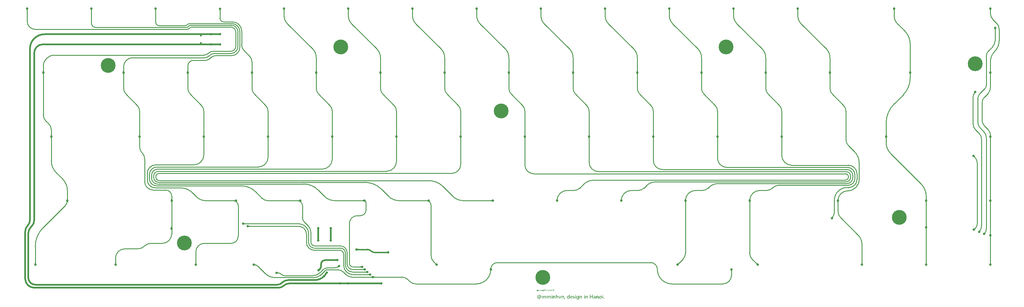
<source format=gtl>
G04*
G04 #@! TF.GenerationSoftware,Altium Limited,Altium Designer,21.6.4 (81)*
G04*
G04 Layer_Physical_Order=1*
G04 Layer_Color=255*
%FSTAX24Y24*%
%MOIN*%
G70*
G04*
G04 #@! TF.SameCoordinates,245CE46D-98AB-4B62-9B0C-93C9D4342F2A*
G04*
G04*
G04 #@! TF.FilePolarity,Positive*
G04*
G01*
G75*
%ADD12C,0.1732*%
%ADD14C,0.0200*%
%ADD15C,0.0100*%
%ADD16C,0.0150*%
%ADD17C,0.0276*%
%ADD18C,0.0236*%
G36*
X125571Y045999D02*
X125563Y045989D01*
X125556Y045979D01*
X12555Y045968D01*
X125545Y045957D01*
X125541Y045946D01*
X125537Y045934D01*
X125535Y045922D01*
X125534Y045909D01*
X125533Y045896D01*
X125433D01*
X125433Y045909D01*
X125431Y045922D01*
X125429Y045934D01*
X125426Y045946D01*
X125422Y045957D01*
X125416Y045968D01*
X12541Y045979D01*
X125403Y045989D01*
X125396Y045999D01*
X125387Y046008D01*
X12558D01*
X125571Y045999D01*
D02*
G37*
G36*
X114321D02*
X114313Y045989D01*
X114306Y045979D01*
X1143Y045968D01*
X114295Y045957D01*
X114291Y045946D01*
X114287Y045934D01*
X114285Y045922D01*
X114284Y045909D01*
X114283Y045896D01*
X114183D01*
X114183Y045909D01*
X114181Y045922D01*
X114179Y045934D01*
X114176Y045946D01*
X114172Y045957D01*
X114166Y045968D01*
X11416Y045979D01*
X114153Y045989D01*
X114146Y045999D01*
X114137Y046008D01*
X11433D01*
X114321Y045999D01*
D02*
G37*
G36*
X103071D02*
X103063Y045989D01*
X103056Y045979D01*
X10305Y045968D01*
X103045Y045957D01*
X103041Y045946D01*
X103037Y045934D01*
X103035Y045922D01*
X103034Y045909D01*
X103033Y045896D01*
X102933D01*
X102933Y045909D01*
X102931Y045922D01*
X102929Y045934D01*
X102926Y045946D01*
X102922Y045957D01*
X102916Y045968D01*
X10291Y045979D01*
X102903Y045989D01*
X102896Y045999D01*
X102887Y046008D01*
X10308D01*
X103071Y045999D01*
D02*
G37*
G36*
X095571D02*
X095563Y045989D01*
X095556Y045979D01*
X09555Y045968D01*
X095545Y045957D01*
X095541Y045946D01*
X095537Y045934D01*
X095535Y045922D01*
X095534Y045909D01*
X095533Y045896D01*
X095433D01*
X095433Y045909D01*
X095431Y045922D01*
X095429Y045934D01*
X095426Y045946D01*
X095422Y045957D01*
X095416Y045968D01*
X09541Y045979D01*
X095403Y045989D01*
X095396Y045999D01*
X095387Y046008D01*
X09558D01*
X095571Y045999D01*
D02*
G37*
G36*
X088071D02*
X088063Y045989D01*
X088056Y045979D01*
X08805Y045968D01*
X088045Y045957D01*
X088041Y045946D01*
X088037Y045934D01*
X088035Y045922D01*
X088034Y045909D01*
X088033Y045896D01*
X087933D01*
X087933Y045909D01*
X087931Y045922D01*
X087929Y045934D01*
X087926Y045946D01*
X087922Y045957D01*
X087916Y045968D01*
X08791Y045979D01*
X087903Y045989D01*
X087896Y045999D01*
X087887Y046008D01*
X08808D01*
X088071Y045999D01*
D02*
G37*
G36*
X080571D02*
X080563Y045989D01*
X080556Y045979D01*
X08055Y045968D01*
X080545Y045957D01*
X080541Y045946D01*
X080537Y045934D01*
X080535Y045922D01*
X080534Y045909D01*
X080533Y045896D01*
X080433D01*
X080433Y045909D01*
X080431Y045922D01*
X080429Y045934D01*
X080426Y045946D01*
X080422Y045957D01*
X080416Y045968D01*
X08041Y045979D01*
X080403Y045989D01*
X080396Y045999D01*
X080387Y046008D01*
X08058D01*
X080571Y045999D01*
D02*
G37*
G36*
X073071D02*
X073063Y045989D01*
X073056Y045979D01*
X07305Y045968D01*
X073045Y045957D01*
X073041Y045946D01*
X073037Y045934D01*
X073035Y045922D01*
X073034Y045909D01*
X073033Y045896D01*
X072933D01*
X072933Y045909D01*
X072931Y045922D01*
X072929Y045934D01*
X072926Y045946D01*
X072922Y045957D01*
X072916Y045968D01*
X07291Y045979D01*
X072903Y045989D01*
X072896Y045999D01*
X072887Y046008D01*
X07308D01*
X073071Y045999D01*
D02*
G37*
G36*
X065571D02*
X065563Y045989D01*
X065556Y045979D01*
X06555Y045968D01*
X065545Y045957D01*
X065541Y045946D01*
X065537Y045934D01*
X065535Y045922D01*
X065534Y045909D01*
X065533Y045896D01*
X065433D01*
X065433Y045909D01*
X065431Y045922D01*
X065429Y045934D01*
X065426Y045946D01*
X065422Y045957D01*
X065416Y045968D01*
X06541Y045979D01*
X065403Y045989D01*
X065396Y045999D01*
X065387Y046008D01*
X06558D01*
X065571Y045999D01*
D02*
G37*
G36*
X058071D02*
X058063Y045989D01*
X058056Y045979D01*
X05805Y045968D01*
X058045Y045957D01*
X058041Y045946D01*
X058037Y045934D01*
X058035Y045922D01*
X058034Y045909D01*
X058033Y045896D01*
X057933D01*
X057933Y045909D01*
X057931Y045922D01*
X057929Y045934D01*
X057926Y045946D01*
X057922Y045957D01*
X057916Y045968D01*
X05791Y045979D01*
X057903Y045989D01*
X057896Y045999D01*
X057887Y046008D01*
X05808D01*
X058071Y045999D01*
D02*
G37*
G36*
X050571D02*
X050563Y045989D01*
X050556Y045979D01*
X05055Y045968D01*
X050545Y045957D01*
X050541Y045946D01*
X050537Y045934D01*
X050535Y045922D01*
X050534Y045909D01*
X050533Y045896D01*
X050433D01*
X050433Y045909D01*
X050431Y045922D01*
X050429Y045934D01*
X050426Y045946D01*
X050422Y045957D01*
X050416Y045968D01*
X05041Y045979D01*
X050403Y045989D01*
X050396Y045999D01*
X050387Y046008D01*
X05058D01*
X050571Y045999D01*
D02*
G37*
G36*
X043071D02*
X043063Y045989D01*
X043056Y045979D01*
X04305Y045968D01*
X043045Y045957D01*
X043041Y045946D01*
X043037Y045934D01*
X043035Y045922D01*
X043034Y045909D01*
X043033Y045896D01*
X042933D01*
X042933Y045909D01*
X042931Y045922D01*
X042929Y045934D01*
X042926Y045946D01*
X042922Y045957D01*
X042916Y045968D01*
X04291Y045979D01*
X042903Y045989D01*
X042896Y045999D01*
X042887Y046008D01*
X04308D01*
X043071Y045999D01*
D02*
G37*
G36*
X028071D02*
X028063Y045989D01*
X028056Y045979D01*
X02805Y045968D01*
X028045Y045957D01*
X028041Y045946D01*
X028037Y045934D01*
X028035Y045922D01*
X028034Y045909D01*
X028033Y045896D01*
X027933D01*
X027933Y045909D01*
X027931Y045922D01*
X027929Y045934D01*
X027926Y045946D01*
X027922Y045957D01*
X027916Y045968D01*
X02791Y045979D01*
X027903Y045989D01*
X027896Y045999D01*
X027887Y046008D01*
X02808D01*
X028071Y045999D01*
D02*
G37*
G36*
X020571D02*
X020563Y045989D01*
X020556Y045979D01*
X02055Y045968D01*
X020545Y045957D01*
X020541Y045946D01*
X020537Y045934D01*
X020535Y045922D01*
X020534Y045909D01*
X020533Y045896D01*
X020433D01*
X020433Y045909D01*
X020431Y045922D01*
X020429Y045934D01*
X020426Y045946D01*
X020422Y045957D01*
X020416Y045968D01*
X02041Y045979D01*
X020403Y045989D01*
X020396Y045999D01*
X020387Y046008D01*
X02058D01*
X020571Y045999D01*
D02*
G37*
G36*
X013071D02*
X013063Y045989D01*
X013056Y045979D01*
X01305Y045968D01*
X013045Y045957D01*
X013041Y045946D01*
X013037Y045934D01*
X013035Y045922D01*
X013034Y045909D01*
X013033Y045896D01*
X012933D01*
X012933Y045909D01*
X012931Y045922D01*
X012929Y045934D01*
X012926Y045946D01*
X012922Y045957D01*
X012916Y045968D01*
X01291Y045979D01*
X012903Y045989D01*
X012896Y045999D01*
X012887Y046008D01*
X01308D01*
X013071Y045999D01*
D02*
G37*
G36*
X035588Y045982D02*
X03558Y045972D01*
X035573Y045962D01*
X035567Y045952D01*
X035562Y045941D01*
X035557Y045929D01*
X035554Y045917D01*
X035552Y045905D01*
X03555Y045892D01*
X03555Y045879D01*
X03545D01*
X03545Y045892D01*
X035448Y045905D01*
X035446Y045917D01*
X035443Y045929D01*
X035438Y045941D01*
X035433Y045952D01*
X035427Y045962D01*
X03542Y045972D01*
X035412Y045982D01*
X035404Y045991D01*
X035596D01*
X035588Y045982D01*
D02*
G37*
G36*
X126111Y043751D02*
X126103Y043741D01*
X126096Y043731D01*
X12609Y04372D01*
X126085Y043709D01*
X126081Y043697D01*
X126078Y043686D01*
X126075Y043673D01*
X126074Y04366D01*
X126074Y043647D01*
X125974D01*
X125973Y04366D01*
X125972Y043673D01*
X125969Y043686D01*
X125966Y043697D01*
X125962Y043709D01*
X125957Y04372D01*
X125951Y043731D01*
X125944Y043741D01*
X125936Y043751D01*
X125927Y04376D01*
X12612D01*
X126111Y043751D01*
D02*
G37*
G36*
X125534Y038805D02*
X125535Y038792D01*
X125537Y038779D01*
X125541Y038768D01*
X125545Y038756D01*
X12555Y038745D01*
X125556Y038734D01*
X125563Y038724D01*
X125571Y038714D01*
X12558Y038705D01*
X125387D01*
X125396Y038714D01*
X125403Y038724D01*
X12541Y038734D01*
X125416Y038745D01*
X125422Y038756D01*
X125426Y038768D01*
X125429Y038779D01*
X125431Y038792D01*
X125433Y038805D01*
X125433Y038818D01*
X125533D01*
X125534Y038805D01*
D02*
G37*
G36*
X116159D02*
X11616Y038792D01*
X116162Y038779D01*
X116166Y038768D01*
X11617Y038756D01*
X116175Y038745D01*
X116181Y038734D01*
X116188Y038724D01*
X116196Y038714D01*
X116205Y038705D01*
X116012D01*
X116021Y038714D01*
X116028Y038724D01*
X116035Y038734D01*
X116041Y038745D01*
X116047Y038756D01*
X116051Y038768D01*
X116054Y038779D01*
X116056Y038792D01*
X116058Y038805D01*
X116058Y038818D01*
X116158D01*
X116159Y038805D01*
D02*
G37*
G36*
X106784D02*
X106785Y038792D01*
X106787Y038779D01*
X106791Y038768D01*
X106795Y038756D01*
X1068Y038745D01*
X106806Y038734D01*
X106813Y038724D01*
X106821Y038714D01*
X10683Y038705D01*
X106637D01*
X106646Y038714D01*
X106653Y038724D01*
X10666Y038734D01*
X106666Y038745D01*
X106672Y038756D01*
X106676Y038768D01*
X106679Y038779D01*
X106681Y038792D01*
X106683Y038805D01*
X106683Y038818D01*
X106783D01*
X106784Y038805D01*
D02*
G37*
G36*
X099284D02*
X099285Y038792D01*
X099287Y038779D01*
X099291Y038768D01*
X099295Y038756D01*
X0993Y038745D01*
X099306Y038734D01*
X099313Y038724D01*
X099321Y038714D01*
X09933Y038705D01*
X099137D01*
X099146Y038714D01*
X099153Y038724D01*
X09916Y038734D01*
X099166Y038745D01*
X099172Y038756D01*
X099176Y038768D01*
X099179Y038779D01*
X099181Y038792D01*
X099183Y038805D01*
X099183Y038818D01*
X099283D01*
X099284Y038805D01*
D02*
G37*
G36*
X091784D02*
X091785Y038792D01*
X091787Y038779D01*
X091791Y038768D01*
X091795Y038756D01*
X0918Y038745D01*
X091806Y038734D01*
X091813Y038724D01*
X091821Y038714D01*
X09183Y038705D01*
X091637D01*
X091646Y038714D01*
X091653Y038724D01*
X09166Y038734D01*
X091666Y038745D01*
X091672Y038756D01*
X091676Y038768D01*
X091679Y038779D01*
X091681Y038792D01*
X091683Y038805D01*
X091683Y038818D01*
X091783D01*
X091784Y038805D01*
D02*
G37*
G36*
X084284D02*
X084285Y038792D01*
X084287Y038779D01*
X084291Y038768D01*
X084295Y038756D01*
X0843Y038745D01*
X084306Y038734D01*
X084313Y038724D01*
X084321Y038714D01*
X08433Y038705D01*
X084137D01*
X084146Y038714D01*
X084153Y038724D01*
X08416Y038734D01*
X084166Y038745D01*
X084172Y038756D01*
X084176Y038768D01*
X084179Y038779D01*
X084181Y038792D01*
X084183Y038805D01*
X084183Y038818D01*
X084283D01*
X084284Y038805D01*
D02*
G37*
G36*
X076784D02*
X076785Y038792D01*
X076787Y038779D01*
X076791Y038768D01*
X076795Y038756D01*
X0768Y038745D01*
X076806Y038734D01*
X076813Y038724D01*
X076821Y038714D01*
X07683Y038705D01*
X076637D01*
X076646Y038714D01*
X076653Y038724D01*
X07666Y038734D01*
X076666Y038745D01*
X076672Y038756D01*
X076676Y038768D01*
X076679Y038779D01*
X076681Y038792D01*
X076683Y038805D01*
X076683Y038818D01*
X076783D01*
X076784Y038805D01*
D02*
G37*
G36*
X069284D02*
X069285Y038792D01*
X069287Y038779D01*
X069291Y038768D01*
X069295Y038756D01*
X0693Y038745D01*
X069306Y038734D01*
X069313Y038724D01*
X069321Y038714D01*
X06933Y038705D01*
X069137D01*
X069146Y038714D01*
X069153Y038724D01*
X06916Y038734D01*
X069166Y038745D01*
X069172Y038756D01*
X069176Y038768D01*
X069179Y038779D01*
X069181Y038792D01*
X069183Y038805D01*
X069183Y038818D01*
X069283D01*
X069284Y038805D01*
D02*
G37*
G36*
X061784D02*
X061785Y038792D01*
X061787Y038779D01*
X061791Y038768D01*
X061795Y038756D01*
X0618Y038745D01*
X061806Y038734D01*
X061813Y038724D01*
X061821Y038714D01*
X06183Y038705D01*
X061637D01*
X061646Y038714D01*
X061653Y038724D01*
X06166Y038734D01*
X061666Y038745D01*
X061672Y038756D01*
X061676Y038768D01*
X061679Y038779D01*
X061681Y038792D01*
X061683Y038805D01*
X061683Y038818D01*
X061783D01*
X061784Y038805D01*
D02*
G37*
G36*
X054284D02*
X054285Y038792D01*
X054287Y038779D01*
X054291Y038768D01*
X054295Y038756D01*
X0543Y038745D01*
X054306Y038734D01*
X054313Y038724D01*
X054321Y038714D01*
X05433Y038705D01*
X054137D01*
X054146Y038714D01*
X054153Y038724D01*
X05416Y038734D01*
X054166Y038745D01*
X054172Y038756D01*
X054176Y038768D01*
X054179Y038779D01*
X054181Y038792D01*
X054183Y038805D01*
X054183Y038818D01*
X054283D01*
X054284Y038805D01*
D02*
G37*
G36*
X046784D02*
X046785Y038792D01*
X046787Y038779D01*
X046791Y038768D01*
X046795Y038756D01*
X0468Y038745D01*
X046806Y038734D01*
X046813Y038724D01*
X046821Y038714D01*
X04683Y038705D01*
X046637D01*
X046646Y038714D01*
X046653Y038724D01*
X04666Y038734D01*
X046666Y038745D01*
X046672Y038756D01*
X046676Y038768D01*
X046679Y038779D01*
X046681Y038792D01*
X046683Y038805D01*
X046683Y038818D01*
X046783D01*
X046784Y038805D01*
D02*
G37*
G36*
X039284D02*
X039285Y038792D01*
X039287Y038779D01*
X039291Y038768D01*
X039295Y038756D01*
X0393Y038745D01*
X039306Y038734D01*
X039313Y038724D01*
X039321Y038714D01*
X03933Y038705D01*
X039137D01*
X039146Y038714D01*
X039153Y038724D01*
X03916Y038734D01*
X039166Y038745D01*
X039172Y038756D01*
X039176Y038768D01*
X039179Y038779D01*
X039181Y038792D01*
X039183Y038805D01*
X039183Y038818D01*
X039283D01*
X039284Y038805D01*
D02*
G37*
G36*
X024284D02*
X024285Y038792D01*
X024287Y038779D01*
X024291Y038768D01*
X024295Y038756D01*
X0243Y038745D01*
X024306Y038734D01*
X024313Y038724D01*
X024321Y038714D01*
X02433Y038705D01*
X024137D01*
X024146Y038714D01*
X024153Y038724D01*
X02416Y038734D01*
X024166Y038745D01*
X024172Y038756D01*
X024176Y038768D01*
X024179Y038779D01*
X024181Y038792D01*
X024183Y038805D01*
X024183Y038818D01*
X024283D01*
X024284Y038805D01*
D02*
G37*
G36*
X014909D02*
X01491Y038792D01*
X014912Y038779D01*
X014916Y038768D01*
X01492Y038756D01*
X014925Y038745D01*
X014931Y038734D01*
X014938Y038724D01*
X014946Y038714D01*
X014955Y038705D01*
X014762D01*
X014771Y038714D01*
X014778Y038724D01*
X014785Y038734D01*
X014791Y038745D01*
X014797Y038756D01*
X014801Y038768D01*
X014804Y038779D01*
X014806Y038792D01*
X014808Y038805D01*
X014808Y038818D01*
X014908D01*
X014909Y038805D01*
D02*
G37*
G36*
X125571Y038499D02*
X125563Y038489D01*
X125556Y038479D01*
X12555Y038468D01*
X125545Y038457D01*
X125541Y038446D01*
X125537Y038434D01*
X125535Y038422D01*
X125534Y038409D01*
X125533Y038396D01*
X125433D01*
X125433Y038409D01*
X125431Y038422D01*
X125429Y038434D01*
X125426Y038446D01*
X125422Y038457D01*
X125416Y038468D01*
X12541Y038479D01*
X125403Y038489D01*
X125396Y038499D01*
X125387Y038508D01*
X12558D01*
X125571Y038499D01*
D02*
G37*
G36*
X116196D02*
X116188Y038489D01*
X116181Y038479D01*
X116175Y038468D01*
X11617Y038457D01*
X116166Y038446D01*
X116162Y038434D01*
X11616Y038422D01*
X116159Y038409D01*
X116158Y038396D01*
X116058D01*
X116058Y038409D01*
X116056Y038422D01*
X116054Y038434D01*
X116051Y038446D01*
X116047Y038457D01*
X116041Y038468D01*
X116035Y038479D01*
X116028Y038489D01*
X116021Y038499D01*
X116012Y038508D01*
X116205D01*
X116196Y038499D01*
D02*
G37*
G36*
X106821D02*
X106813Y038489D01*
X106806Y038479D01*
X1068Y038468D01*
X106795Y038457D01*
X106791Y038446D01*
X106787Y038434D01*
X106785Y038422D01*
X106784Y038409D01*
X106783Y038396D01*
X106683D01*
X106683Y038409D01*
X106681Y038422D01*
X106679Y038434D01*
X106676Y038446D01*
X106672Y038457D01*
X106666Y038468D01*
X10666Y038479D01*
X106653Y038489D01*
X106646Y038499D01*
X106637Y038508D01*
X10683D01*
X106821Y038499D01*
D02*
G37*
G36*
X099321D02*
X099313Y038489D01*
X099306Y038479D01*
X0993Y038468D01*
X099295Y038457D01*
X099291Y038446D01*
X099287Y038434D01*
X099285Y038422D01*
X099284Y038409D01*
X099283Y038396D01*
X099183D01*
X099183Y038409D01*
X099181Y038422D01*
X099179Y038434D01*
X099176Y038446D01*
X099172Y038457D01*
X099166Y038468D01*
X09916Y038479D01*
X099153Y038489D01*
X099146Y038499D01*
X099137Y038508D01*
X09933D01*
X099321Y038499D01*
D02*
G37*
G36*
X091821D02*
X091813Y038489D01*
X091806Y038479D01*
X0918Y038468D01*
X091795Y038457D01*
X091791Y038446D01*
X091787Y038434D01*
X091785Y038422D01*
X091784Y038409D01*
X091783Y038396D01*
X091683D01*
X091683Y038409D01*
X091681Y038422D01*
X091679Y038434D01*
X091676Y038446D01*
X091672Y038457D01*
X091666Y038468D01*
X09166Y038479D01*
X091653Y038489D01*
X091646Y038499D01*
X091637Y038508D01*
X09183D01*
X091821Y038499D01*
D02*
G37*
G36*
X084321D02*
X084313Y038489D01*
X084306Y038479D01*
X0843Y038468D01*
X084295Y038457D01*
X084291Y038446D01*
X084287Y038434D01*
X084285Y038422D01*
X084284Y038409D01*
X084283Y038396D01*
X084183D01*
X084183Y038409D01*
X084181Y038422D01*
X084179Y038434D01*
X084176Y038446D01*
X084172Y038457D01*
X084166Y038468D01*
X08416Y038479D01*
X084153Y038489D01*
X084146Y038499D01*
X084137Y038508D01*
X08433D01*
X084321Y038499D01*
D02*
G37*
G36*
X076821D02*
X076813Y038489D01*
X076806Y038479D01*
X0768Y038468D01*
X076795Y038457D01*
X076791Y038446D01*
X076787Y038434D01*
X076785Y038422D01*
X076784Y038409D01*
X076783Y038396D01*
X076683D01*
X076683Y038409D01*
X076681Y038422D01*
X076679Y038434D01*
X076676Y038446D01*
X076672Y038457D01*
X076666Y038468D01*
X07666Y038479D01*
X076653Y038489D01*
X076646Y038499D01*
X076637Y038508D01*
X07683D01*
X076821Y038499D01*
D02*
G37*
G36*
X069321D02*
X069313Y038489D01*
X069306Y038479D01*
X0693Y038468D01*
X069295Y038457D01*
X069291Y038446D01*
X069287Y038434D01*
X069285Y038422D01*
X069284Y038409D01*
X069283Y038396D01*
X069183D01*
X069183Y038409D01*
X069181Y038422D01*
X069179Y038434D01*
X069176Y038446D01*
X069172Y038457D01*
X069166Y038468D01*
X06916Y038479D01*
X069153Y038489D01*
X069146Y038499D01*
X069137Y038508D01*
X06933D01*
X069321Y038499D01*
D02*
G37*
G36*
X061821D02*
X061813Y038489D01*
X061806Y038479D01*
X0618Y038468D01*
X061795Y038457D01*
X061791Y038446D01*
X061787Y038434D01*
X061785Y038422D01*
X061784Y038409D01*
X061783Y038396D01*
X061683D01*
X061683Y038409D01*
X061681Y038422D01*
X061679Y038434D01*
X061676Y038446D01*
X061672Y038457D01*
X061666Y038468D01*
X06166Y038479D01*
X061653Y038489D01*
X061646Y038499D01*
X061637Y038508D01*
X06183D01*
X061821Y038499D01*
D02*
G37*
G36*
X054321D02*
X054313Y038489D01*
X054306Y038479D01*
X0543Y038468D01*
X054295Y038457D01*
X054291Y038446D01*
X054287Y038434D01*
X054285Y038422D01*
X054284Y038409D01*
X054283Y038396D01*
X054183D01*
X054183Y038409D01*
X054181Y038422D01*
X054179Y038434D01*
X054176Y038446D01*
X054172Y038457D01*
X054166Y038468D01*
X05416Y038479D01*
X054153Y038489D01*
X054146Y038499D01*
X054137Y038508D01*
X05433D01*
X054321Y038499D01*
D02*
G37*
G36*
X046821D02*
X046813Y038489D01*
X046806Y038479D01*
X0468Y038468D01*
X046795Y038457D01*
X046791Y038446D01*
X046787Y038434D01*
X046785Y038422D01*
X046784Y038409D01*
X046783Y038396D01*
X046683D01*
X046683Y038409D01*
X046681Y038422D01*
X046679Y038434D01*
X046676Y038446D01*
X046672Y038457D01*
X046666Y038468D01*
X04666Y038479D01*
X046653Y038489D01*
X046646Y038499D01*
X046637Y038508D01*
X04683D01*
X046821Y038499D01*
D02*
G37*
G36*
X039321D02*
X039313Y038489D01*
X039306Y038479D01*
X0393Y038468D01*
X039295Y038457D01*
X039291Y038446D01*
X039287Y038434D01*
X039285Y038422D01*
X039284Y038409D01*
X039283Y038396D01*
X039183D01*
X039183Y038409D01*
X039181Y038422D01*
X039179Y038434D01*
X039176Y038446D01*
X039172Y038457D01*
X039166Y038468D01*
X03916Y038479D01*
X039153Y038489D01*
X039146Y038499D01*
X039137Y038508D01*
X03933D01*
X039321Y038499D01*
D02*
G37*
G36*
X031784Y038805D02*
X031785Y038792D01*
X031787Y038779D01*
X031791Y038768D01*
X031795Y038756D01*
X0318Y038745D01*
X031806Y038734D01*
X031813Y038724D01*
X031821Y038714D01*
X03183Y038705D01*
X031733Y038607D01*
X03183Y038508D01*
X031821Y038499D01*
X031813Y038489D01*
X031806Y038479D01*
X0318Y038468D01*
X031795Y038457D01*
X031791Y038446D01*
X031787Y038434D01*
X031785Y038422D01*
X031784Y038409D01*
X031783Y038396D01*
X031683D01*
X031683Y038409D01*
X031681Y038422D01*
X031679Y038434D01*
X031676Y038446D01*
X031672Y038457D01*
X031666Y038468D01*
X03166Y038479D01*
X031653Y038489D01*
X031646Y038499D01*
X031637Y038508D01*
X031733Y038607D01*
X031637Y038705D01*
X031646Y038714D01*
X031653Y038724D01*
X03166Y038734D01*
X031666Y038745D01*
X031672Y038756D01*
X031676Y038768D01*
X031679Y038779D01*
X031681Y038792D01*
X031683Y038805D01*
X031683Y038818D01*
X031783D01*
X031784Y038805D01*
D02*
G37*
G36*
X024321Y038499D02*
X024313Y038489D01*
X024306Y038479D01*
X0243Y038468D01*
X024295Y038457D01*
X024291Y038446D01*
X024287Y038434D01*
X024285Y038422D01*
X024284Y038409D01*
X024283Y038396D01*
X024183D01*
X024183Y038409D01*
X024181Y038422D01*
X024179Y038434D01*
X024176Y038446D01*
X024172Y038457D01*
X024166Y038468D01*
X02416Y038479D01*
X024153Y038489D01*
X024146Y038499D01*
X024137Y038508D01*
X02433D01*
X024321Y038499D01*
D02*
G37*
G36*
X014946D02*
X014938Y038489D01*
X014931Y038479D01*
X014925Y038468D01*
X01492Y038457D01*
X014916Y038446D01*
X014912Y038434D01*
X01491Y038422D01*
X014909Y038409D01*
X014908Y038396D01*
X014808D01*
X014808Y038409D01*
X014806Y038422D01*
X014804Y038434D01*
X014801Y038446D01*
X014797Y038457D01*
X014791Y038468D01*
X014785Y038479D01*
X014778Y038489D01*
X014771Y038499D01*
X014762Y038508D01*
X014955D01*
X014946Y038499D01*
D02*
G37*
G36*
X123719Y03619D02*
X123706Y036189D01*
X123694Y036186D01*
X123682Y036183D01*
X123671Y036178D01*
X12366Y036173D01*
X12365Y036166D01*
X123641Y036158D01*
X123633Y03615D01*
X123625Y03614D01*
X123618Y036129D01*
X123541Y036195D01*
X123548Y036207D01*
X123554Y036219D01*
X12356Y036231D01*
X123564Y036243D01*
X123568Y036255D01*
X12357Y036267D01*
X123572Y036279D01*
X123573Y036291D01*
X123573Y036303D01*
X123573Y036316D01*
X123719Y03619D01*
D02*
G37*
G36*
X113346Y031305D02*
X113348Y031292D01*
X11335Y031279D01*
X113353Y031268D01*
X113357Y031256D01*
X113362Y031245D01*
X113368Y031234D01*
X113375Y031224D01*
X113383Y031214D01*
X113392Y031205D01*
X113199D01*
X113208Y031214D01*
X113216Y031224D01*
X113223Y031234D01*
X113229Y031245D01*
X113234Y031256D01*
X113238Y031268D01*
X113241Y031279D01*
X113244Y031292D01*
X113245Y031305D01*
X113246Y031318D01*
X113346D01*
X113346Y031305D01*
D02*
G37*
G36*
X101159D02*
X10116Y031292D01*
X101162Y031279D01*
X101166Y031268D01*
X10117Y031256D01*
X101175Y031245D01*
X101181Y031234D01*
X101188Y031224D01*
X101196Y031214D01*
X101205Y031205D01*
X101012D01*
X101021Y031214D01*
X101028Y031224D01*
X101035Y031234D01*
X101041Y031245D01*
X101047Y031256D01*
X101051Y031268D01*
X101054Y031279D01*
X101056Y031292D01*
X101058Y031305D01*
X101058Y031318D01*
X101158D01*
X101159Y031305D01*
D02*
G37*
G36*
X093659D02*
X09366Y031292D01*
X093662Y031279D01*
X093666Y031268D01*
X09367Y031256D01*
X093675Y031245D01*
X093681Y031234D01*
X093688Y031224D01*
X093696Y031214D01*
X093705Y031205D01*
X093512D01*
X093521Y031214D01*
X093528Y031224D01*
X093535Y031234D01*
X093541Y031245D01*
X093547Y031256D01*
X093551Y031268D01*
X093554Y031279D01*
X093556Y031292D01*
X093558Y031305D01*
X093558Y031318D01*
X093658D01*
X093659Y031305D01*
D02*
G37*
G36*
X086159D02*
X08616Y031292D01*
X086162Y031279D01*
X086166Y031268D01*
X08617Y031256D01*
X086175Y031245D01*
X086181Y031234D01*
X086188Y031224D01*
X086196Y031214D01*
X086205Y031205D01*
X086012D01*
X086021Y031214D01*
X086028Y031224D01*
X086035Y031234D01*
X086041Y031245D01*
X086047Y031256D01*
X086051Y031268D01*
X086054Y031279D01*
X086056Y031292D01*
X086058Y031305D01*
X086058Y031318D01*
X086158D01*
X086159Y031305D01*
D02*
G37*
G36*
X078659D02*
X07866Y031292D01*
X078662Y031279D01*
X078666Y031268D01*
X07867Y031256D01*
X078675Y031245D01*
X078681Y031234D01*
X078688Y031224D01*
X078696Y031214D01*
X078705Y031205D01*
X078512D01*
X078521Y031214D01*
X078528Y031224D01*
X078535Y031234D01*
X078541Y031245D01*
X078547Y031256D01*
X078551Y031268D01*
X078554Y031279D01*
X078556Y031292D01*
X078558Y031305D01*
X078558Y031318D01*
X078658D01*
X078659Y031305D01*
D02*
G37*
G36*
X071159D02*
X07116Y031292D01*
X071162Y031279D01*
X071166Y031268D01*
X07117Y031256D01*
X071175Y031245D01*
X071181Y031234D01*
X071188Y031224D01*
X071196Y031214D01*
X071205Y031205D01*
X071012D01*
X071021Y031214D01*
X071028Y031224D01*
X071035Y031234D01*
X071041Y031245D01*
X071047Y031256D01*
X071051Y031268D01*
X071054Y031279D01*
X071056Y031292D01*
X071058Y031305D01*
X071058Y031318D01*
X071158D01*
X071159Y031305D01*
D02*
G37*
G36*
X063659D02*
X06366Y031292D01*
X063662Y031279D01*
X063666Y031268D01*
X06367Y031256D01*
X063675Y031245D01*
X063681Y031234D01*
X063688Y031224D01*
X063696Y031214D01*
X063705Y031205D01*
X063512D01*
X063521Y031214D01*
X063528Y031224D01*
X063535Y031234D01*
X063541Y031245D01*
X063547Y031256D01*
X063551Y031268D01*
X063554Y031279D01*
X063556Y031292D01*
X063558Y031305D01*
X063558Y031318D01*
X063658D01*
X063659Y031305D01*
D02*
G37*
G36*
X056159D02*
X05616Y031292D01*
X056162Y031279D01*
X056166Y031268D01*
X05617Y031256D01*
X056175Y031245D01*
X056181Y031234D01*
X056188Y031224D01*
X056196Y031214D01*
X056205Y031205D01*
X056012D01*
X056021Y031214D01*
X056028Y031224D01*
X056035Y031234D01*
X056041Y031245D01*
X056047Y031256D01*
X056051Y031268D01*
X056054Y031279D01*
X056056Y031292D01*
X056058Y031305D01*
X056058Y031318D01*
X056158D01*
X056159Y031305D01*
D02*
G37*
G36*
X048659D02*
X04866Y031292D01*
X048662Y031279D01*
X048666Y031268D01*
X04867Y031256D01*
X048675Y031245D01*
X048681Y031234D01*
X048688Y031224D01*
X048696Y031214D01*
X048705Y031205D01*
X048512D01*
X048521Y031214D01*
X048528Y031224D01*
X048535Y031234D01*
X048541Y031245D01*
X048547Y031256D01*
X048551Y031268D01*
X048554Y031279D01*
X048556Y031292D01*
X048558Y031305D01*
X048558Y031318D01*
X048658D01*
X048659Y031305D01*
D02*
G37*
G36*
X041159D02*
X04116Y031292D01*
X041162Y031279D01*
X041166Y031268D01*
X04117Y031256D01*
X041175Y031245D01*
X041181Y031234D01*
X041188Y031224D01*
X041196Y031214D01*
X041205Y031205D01*
X041012D01*
X041021Y031214D01*
X041028Y031224D01*
X041035Y031234D01*
X041041Y031245D01*
X041047Y031256D01*
X041051Y031268D01*
X041054Y031279D01*
X041056Y031292D01*
X041058Y031305D01*
X041058Y031318D01*
X041158D01*
X041159Y031305D01*
D02*
G37*
G36*
X033659D02*
X03366Y031292D01*
X033662Y031279D01*
X033666Y031268D01*
X03367Y031256D01*
X033675Y031245D01*
X033681Y031234D01*
X033688Y031224D01*
X033696Y031214D01*
X033705Y031205D01*
X033512D01*
X033521Y031214D01*
X033528Y031224D01*
X033535Y031234D01*
X033541Y031245D01*
X033547Y031256D01*
X033551Y031268D01*
X033554Y031279D01*
X033556Y031292D01*
X033558Y031305D01*
X033558Y031318D01*
X033658D01*
X033659Y031305D01*
D02*
G37*
G36*
X026159D02*
X02616Y031292D01*
X026162Y031279D01*
X026166Y031268D01*
X02617Y031256D01*
X026175Y031245D01*
X026181Y031234D01*
X026188Y031224D01*
X026196Y031214D01*
X026205Y031205D01*
X026012D01*
X026021Y031214D01*
X026028Y031224D01*
X026035Y031234D01*
X026041Y031245D01*
X026047Y031256D01*
X026051Y031268D01*
X026054Y031279D01*
X026056Y031292D01*
X026058Y031305D01*
X026058Y031318D01*
X026158D01*
X026159Y031305D01*
D02*
G37*
G36*
X015846D02*
X015848Y031292D01*
X01585Y031279D01*
X015853Y031268D01*
X015857Y031256D01*
X015862Y031245D01*
X015868Y031234D01*
X015875Y031224D01*
X015883Y031214D01*
X015892Y031205D01*
X015699D01*
X015708Y031214D01*
X015716Y031224D01*
X015723Y031234D01*
X015729Y031245D01*
X015734Y031256D01*
X015738Y031268D01*
X015741Y031279D01*
X015744Y031292D01*
X015745Y031305D01*
X015746Y031318D01*
X015846D01*
X015846Y031305D01*
D02*
G37*
G36*
X125571Y030999D02*
X125563Y030989D01*
X125556Y030979D01*
X12555Y030968D01*
X125545Y030957D01*
X125541Y030946D01*
X125537Y030934D01*
X125535Y030922D01*
X125534Y030909D01*
X125533Y030896D01*
X125433D01*
X125433Y030909D01*
X125431Y030922D01*
X125429Y030934D01*
X125426Y030946D01*
X125422Y030957D01*
X125416Y030968D01*
X12541Y030979D01*
X125403Y030989D01*
X125396Y030999D01*
X125387Y031008D01*
X12558D01*
X125571Y030999D01*
D02*
G37*
G36*
X113383D02*
X113375Y030989D01*
X113368Y030979D01*
X113362Y030968D01*
X113357Y030957D01*
X113353Y030946D01*
X11335Y030934D01*
X113348Y030922D01*
X113346Y030909D01*
X113346Y030896D01*
X113246D01*
X113245Y030909D01*
X113244Y030922D01*
X113241Y030934D01*
X113238Y030946D01*
X113234Y030957D01*
X113229Y030968D01*
X113223Y030979D01*
X113216Y030989D01*
X113208Y030999D01*
X113199Y031008D01*
X113392D01*
X113383Y030999D01*
D02*
G37*
G36*
X101196D02*
X101188Y030989D01*
X101181Y030979D01*
X101175Y030968D01*
X10117Y030957D01*
X101166Y030946D01*
X101162Y030934D01*
X10116Y030922D01*
X101159Y030909D01*
X101158Y030896D01*
X101058D01*
X101058Y030909D01*
X101056Y030922D01*
X101054Y030934D01*
X101051Y030946D01*
X101047Y030957D01*
X101041Y030968D01*
X101035Y030979D01*
X101028Y030989D01*
X101021Y030999D01*
X101012Y031008D01*
X101205D01*
X101196Y030999D01*
D02*
G37*
G36*
X093696D02*
X093688Y030989D01*
X093681Y030979D01*
X093675Y030968D01*
X09367Y030957D01*
X093666Y030946D01*
X093662Y030934D01*
X09366Y030922D01*
X093659Y030909D01*
X093658Y030896D01*
X093558D01*
X093558Y030909D01*
X093556Y030922D01*
X093554Y030934D01*
X093551Y030946D01*
X093547Y030957D01*
X093541Y030968D01*
X093535Y030979D01*
X093528Y030989D01*
X093521Y030999D01*
X093512Y031008D01*
X093705D01*
X093696Y030999D01*
D02*
G37*
G36*
X086196D02*
X086188Y030989D01*
X086181Y030979D01*
X086175Y030968D01*
X08617Y030957D01*
X086166Y030946D01*
X086162Y030934D01*
X08616Y030922D01*
X086159Y030909D01*
X086158Y030896D01*
X086058D01*
X086058Y030909D01*
X086056Y030922D01*
X086054Y030934D01*
X086051Y030946D01*
X086047Y030957D01*
X086041Y030968D01*
X086035Y030979D01*
X086028Y030989D01*
X086021Y030999D01*
X086012Y031008D01*
X086205D01*
X086196Y030999D01*
D02*
G37*
G36*
X078696D02*
X078688Y030989D01*
X078681Y030979D01*
X078675Y030968D01*
X07867Y030957D01*
X078666Y030946D01*
X078662Y030934D01*
X07866Y030922D01*
X078659Y030909D01*
X078658Y030896D01*
X078558D01*
X078558Y030909D01*
X078556Y030922D01*
X078554Y030934D01*
X078551Y030946D01*
X078547Y030957D01*
X078541Y030968D01*
X078535Y030979D01*
X078528Y030989D01*
X078521Y030999D01*
X078512Y031008D01*
X078705D01*
X078696Y030999D01*
D02*
G37*
G36*
X071196D02*
X071188Y030989D01*
X071181Y030979D01*
X071175Y030968D01*
X07117Y030957D01*
X071166Y030946D01*
X071162Y030934D01*
X07116Y030922D01*
X071159Y030909D01*
X071158Y030896D01*
X071058D01*
X071058Y030909D01*
X071056Y030922D01*
X071054Y030934D01*
X071051Y030946D01*
X071047Y030957D01*
X071041Y030968D01*
X071035Y030979D01*
X071028Y030989D01*
X071021Y030999D01*
X071012Y031008D01*
X071205D01*
X071196Y030999D01*
D02*
G37*
G36*
X063696D02*
X063688Y030989D01*
X063681Y030979D01*
X063675Y030968D01*
X06367Y030957D01*
X063666Y030946D01*
X063662Y030934D01*
X06366Y030922D01*
X063659Y030909D01*
X063658Y030896D01*
X063558D01*
X063558Y030909D01*
X063556Y030922D01*
X063554Y030934D01*
X063551Y030946D01*
X063547Y030957D01*
X063541Y030968D01*
X063535Y030979D01*
X063528Y030989D01*
X063521Y030999D01*
X063512Y031008D01*
X063705D01*
X063696Y030999D01*
D02*
G37*
G36*
X056196D02*
X056188Y030989D01*
X056181Y030979D01*
X056175Y030968D01*
X05617Y030957D01*
X056166Y030946D01*
X056162Y030934D01*
X05616Y030922D01*
X056159Y030909D01*
X056158Y030896D01*
X056058D01*
X056058Y030909D01*
X056056Y030922D01*
X056054Y030934D01*
X056051Y030946D01*
X056047Y030957D01*
X056041Y030968D01*
X056035Y030979D01*
X056028Y030989D01*
X056021Y030999D01*
X056012Y031008D01*
X056205D01*
X056196Y030999D01*
D02*
G37*
G36*
X048696D02*
X048688Y030989D01*
X048681Y030979D01*
X048675Y030968D01*
X04867Y030957D01*
X048666Y030946D01*
X048662Y030934D01*
X04866Y030922D01*
X048659Y030909D01*
X048658Y030896D01*
X048558D01*
X048558Y030909D01*
X048556Y030922D01*
X048554Y030934D01*
X048551Y030946D01*
X048547Y030957D01*
X048541Y030968D01*
X048535Y030979D01*
X048528Y030989D01*
X048521Y030999D01*
X048512Y031008D01*
X048705D01*
X048696Y030999D01*
D02*
G37*
G36*
X041196D02*
X041188Y030989D01*
X041181Y030979D01*
X041175Y030968D01*
X04117Y030957D01*
X041166Y030946D01*
X041162Y030934D01*
X04116Y030922D01*
X041159Y030909D01*
X041158Y030896D01*
X041058D01*
X041058Y030909D01*
X041056Y030922D01*
X041054Y030934D01*
X041051Y030946D01*
X041047Y030957D01*
X041041Y030968D01*
X041035Y030979D01*
X041028Y030989D01*
X041021Y030999D01*
X041012Y031008D01*
X041205D01*
X041196Y030999D01*
D02*
G37*
G36*
X033696D02*
X033688Y030989D01*
X033681Y030979D01*
X033675Y030968D01*
X03367Y030957D01*
X033666Y030946D01*
X033662Y030934D01*
X03366Y030922D01*
X033659Y030909D01*
X033658Y030896D01*
X033558D01*
X033558Y030909D01*
X033556Y030922D01*
X033554Y030934D01*
X033551Y030946D01*
X033547Y030957D01*
X033541Y030968D01*
X033535Y030979D01*
X033528Y030989D01*
X033521Y030999D01*
X033512Y031008D01*
X033705D01*
X033696Y030999D01*
D02*
G37*
G36*
X026196D02*
X026188Y030989D01*
X026181Y030979D01*
X026175Y030968D01*
X02617Y030957D01*
X026166Y030946D01*
X026162Y030934D01*
X02616Y030922D01*
X026159Y030909D01*
X026158Y030896D01*
X026058D01*
X026058Y030909D01*
X026056Y030922D01*
X026054Y030934D01*
X026051Y030946D01*
X026047Y030957D01*
X026041Y030968D01*
X026035Y030979D01*
X026028Y030989D01*
X026021Y030999D01*
X026012Y031008D01*
X026205D01*
X026196Y030999D01*
D02*
G37*
G36*
X015883D02*
X015875Y030989D01*
X015868Y030979D01*
X015862Y030968D01*
X015857Y030957D01*
X015853Y030946D01*
X01585Y030934D01*
X015848Y030922D01*
X015846Y030909D01*
X015846Y030896D01*
X015746D01*
X015745Y030909D01*
X015744Y030922D01*
X015741Y030934D01*
X015738Y030946D01*
X015734Y030957D01*
X015729Y030968D01*
X015723Y030979D01*
X015716Y030989D01*
X015708Y030999D01*
X015699Y031008D01*
X015892D01*
X015883Y030999D01*
D02*
G37*
G36*
X123638Y028836D02*
X123639Y028823D01*
X123642Y028811D01*
X123645Y028799D01*
X123649Y028788D01*
X123654Y028777D01*
X12366Y028766D01*
X123668Y028756D01*
X123676Y028746D01*
X123685Y028736D01*
X123614Y028665D01*
X123604Y028674D01*
X123594Y028682D01*
X123584Y02869D01*
X123573Y028696D01*
X123562Y028701D01*
X123551Y028705D01*
X123539Y028708D01*
X123527Y028711D01*
X123514Y028712D01*
X123501Y028712D01*
X123638Y028849D01*
X123638Y028836D01*
D02*
G37*
G36*
X125534Y023805D02*
X125535Y023792D01*
X125537Y023779D01*
X125541Y023768D01*
X125545Y023756D01*
X12555Y023745D01*
X125556Y023734D01*
X125563Y023724D01*
X125571Y023714D01*
X12558Y023705D01*
X125387D01*
X125396Y023714D01*
X125403Y023724D01*
X12541Y023734D01*
X125416Y023745D01*
X125422Y023756D01*
X125426Y023768D01*
X125429Y023779D01*
X125431Y023792D01*
X125433Y023805D01*
X125433Y023818D01*
X125533D01*
X125534Y023805D01*
D02*
G37*
G36*
X118034D02*
X118035Y023792D01*
X118037Y023779D01*
X118041Y023768D01*
X118045Y023756D01*
X11805Y023745D01*
X118056Y023734D01*
X118063Y023724D01*
X118071Y023714D01*
X11808Y023705D01*
X117887D01*
X117896Y023714D01*
X117903Y023724D01*
X11791Y023734D01*
X117916Y023745D01*
X117922Y023756D01*
X117926Y023768D01*
X117929Y023779D01*
X117931Y023792D01*
X117933Y023805D01*
X117933Y023818D01*
X118033D01*
X118034Y023805D01*
D02*
G37*
G36*
X029909D02*
X02991Y023792D01*
X029912Y023779D01*
X029916Y023768D01*
X02992Y023756D01*
X029925Y023745D01*
X029931Y023734D01*
X029938Y023724D01*
X029946Y023714D01*
X029955Y023705D01*
X029762D01*
X029771Y023714D01*
X029778Y023724D01*
X029785Y023734D01*
X029791Y023745D01*
X029797Y023756D01*
X029801Y023768D01*
X029804Y023779D01*
X029806Y023792D01*
X029808Y023805D01*
X029808Y023818D01*
X029908D01*
X029909Y023805D01*
D02*
G37*
G36*
X017721D02*
X017723Y023792D01*
X017725Y023779D01*
X017728Y023768D01*
X017732Y023756D01*
X017737Y023745D01*
X017743Y023734D01*
X01775Y023724D01*
X017758Y023714D01*
X017767Y023705D01*
X017574D01*
X017583Y023714D01*
X017591Y023724D01*
X017598Y023734D01*
X017604Y023745D01*
X017609Y023756D01*
X017613Y023768D01*
X017616Y023779D01*
X017619Y023792D01*
X01762Y023805D01*
X017621Y023818D01*
X017721D01*
X017721Y023805D01*
D02*
G37*
G36*
X097427Y023814D02*
X097425Y023801D01*
X097425Y023789D01*
X097425Y023776D01*
X097427Y023764D01*
X097429Y023753D01*
X097433Y023741D01*
X097438Y02373D01*
X097444Y02372D01*
X097452Y023709D01*
X09746Y023699D01*
X097268Y02371D01*
X097277Y023719D01*
X097285Y023728D01*
X097293Y023738D01*
X0973Y023748D01*
X097306Y023758D01*
X097311Y023769D01*
X097316Y023781D01*
X09732Y023793D01*
X097324Y023806D01*
X097327Y023819D01*
X097427Y023814D01*
D02*
G37*
G36*
X089927D02*
X089925Y023801D01*
X089925Y023789D01*
X089925Y023776D01*
X089927Y023764D01*
X089929Y023753D01*
X089933Y023741D01*
X089938Y02373D01*
X089944Y02372D01*
X089952Y023709D01*
X08996Y023699D01*
X089768Y02371D01*
X089777Y023719D01*
X089785Y023728D01*
X089793Y023738D01*
X0898Y023748D01*
X089806Y023758D01*
X089811Y023769D01*
X089816Y023781D01*
X08982Y023793D01*
X089824Y023806D01*
X089827Y023819D01*
X089927Y023814D01*
D02*
G37*
G36*
X082427D02*
X082425Y023801D01*
X082425Y023789D01*
X082425Y023776D01*
X082427Y023764D01*
X082429Y023753D01*
X082433Y023741D01*
X082438Y02373D01*
X082444Y02372D01*
X082452Y023709D01*
X08246Y023699D01*
X082268Y02371D01*
X082277Y023719D01*
X082285Y023728D01*
X082293Y023738D01*
X0823Y023748D01*
X082306Y023758D01*
X082311Y023769D01*
X082316Y023781D01*
X08232Y023793D01*
X082324Y023806D01*
X082327Y023819D01*
X082427Y023814D01*
D02*
G37*
G36*
X074927D02*
X074925Y023801D01*
X074925Y023789D01*
X074925Y023776D01*
X074927Y023764D01*
X074929Y023753D01*
X074933Y023741D01*
X074938Y02373D01*
X074944Y02372D01*
X074952Y023709D01*
X07496Y023699D01*
X074768Y02371D01*
X074777Y023719D01*
X074785Y023728D01*
X074793Y023738D01*
X0748Y023748D01*
X074806Y023758D01*
X074811Y023769D01*
X074816Y023781D01*
X07482Y023793D01*
X074824Y023806D01*
X074827Y023819D01*
X074927Y023814D01*
D02*
G37*
G36*
X10774Y023814D02*
X107739Y023801D01*
X107738Y023788D01*
X107738Y023776D01*
X10774Y023764D01*
X107742Y023753D01*
X107746Y023741D01*
X107751Y02373D01*
X107757Y02372D01*
X107764Y023709D01*
X107773Y023699D01*
X10758Y023711D01*
X107589Y023719D01*
X107598Y023728D01*
X107605Y023738D01*
X107612Y023748D01*
X107619Y023758D01*
X107624Y02377D01*
X107629Y023781D01*
X107633Y023793D01*
X107637Y023806D01*
X10764Y023819D01*
X10774Y023814D01*
D02*
G37*
G36*
X059825Y023506D02*
X060007Y023556D01*
X060003Y023547D01*
X060001Y023538D01*
X06Y023529D01*
X060001Y02352D01*
X060003Y02351D01*
X060006Y0235D01*
X060011Y02349D01*
X060018Y02348D01*
X060026Y023469D01*
X060035Y023458D01*
X0599Y023447D01*
X059883Y02346D01*
X05986Y023476D01*
X059847Y023484D01*
X059835Y023491D01*
X05983Y023493D01*
X059825Y023506D01*
X059812Y023502D01*
X059807Y023505D01*
X059795Y023511D01*
X059781Y023517D01*
X059755Y023527D01*
X059734Y023533D01*
X059667Y023651D01*
X059681Y023649D01*
X059694Y023649D01*
X059706Y023649D01*
X059717Y023651D01*
X059727Y023654D01*
X059736Y023658D01*
X059745Y023663D01*
X059752Y023669D01*
X059758Y023676D01*
X059763Y023684D01*
X059825Y023506D01*
D02*
G37*
G36*
X044799Y023493D02*
X044981Y023544D01*
X044977Y023535D01*
X044975Y023526D01*
X044974Y023516D01*
X044974Y023507D01*
X044976Y023497D01*
X04498Y023487D01*
X044985Y023477D01*
X044991Y023467D01*
X044999Y023457D01*
X045008Y023446D01*
X044873Y023434D01*
X044856Y023447D01*
X044834Y023463D01*
X04482Y023472D01*
X044808Y023478D01*
X044803Y02348D01*
X044799Y023493D01*
X044786Y023489D01*
X044781Y023492D01*
X044769Y023498D01*
X044755Y023505D01*
X044728Y023514D01*
X044708Y023521D01*
X04464Y023638D01*
X044654Y023637D01*
X044668Y023636D01*
X04468Y023637D01*
X044691Y023638D01*
X044701Y023641D01*
X04471Y023645D01*
X044718Y02365D01*
X044725Y023656D01*
X044731Y023663D01*
X044736Y023671D01*
X044799Y023493D01*
D02*
G37*
G36*
X037299D02*
X037286Y023489D01*
X037281Y023492D01*
X037269Y023498D01*
X037255Y023505D01*
X037228Y023514D01*
X037208Y023521D01*
X03714Y023638D01*
X037154Y023637D01*
X037168Y023636D01*
X03718Y023637D01*
X037191Y023638D01*
X037201Y023641D01*
X03721Y023645D01*
X037218Y02365D01*
X037225Y023656D01*
X037231Y023663D01*
X037236Y023671D01*
X037299Y023493D01*
D02*
G37*
G36*
X06726Y02351D02*
X06725Y023519D01*
X067241Y023527D01*
X067231Y023534D01*
X06722Y02354D01*
X067209Y023545D01*
X067197Y023549D01*
X067185Y023553D01*
X067173Y023555D01*
X06716Y023556D01*
X067147Y023557D01*
Y023657D01*
X06716Y023657D01*
X067173Y023659D01*
X067185Y023661D01*
X067197Y023664D01*
X067209Y023668D01*
X06722Y023673D01*
X067231Y023679D01*
X067241Y023686D01*
X06725Y023694D01*
X06726Y023703D01*
Y02351D01*
D02*
G37*
G36*
X05226D02*
X05225Y023519D01*
X052241Y023527D01*
X052231Y023534D01*
X05222Y02354D01*
X052209Y023545D01*
X052197Y023549D01*
X052185Y023553D01*
X052173Y023555D01*
X05216Y023556D01*
X052147Y023557D01*
Y023657D01*
X05216Y023657D01*
X052173Y023659D01*
X052185Y023661D01*
X052197Y023664D01*
X052209Y023668D01*
X05222Y023673D01*
X052231Y023679D01*
X052241Y023686D01*
X05225Y023694D01*
X05226Y023703D01*
Y02351D01*
D02*
G37*
G36*
X052491Y023645D02*
X052501Y023623D01*
X052504Y023616D01*
X052511Y023606D01*
X052514Y023601D01*
X052518Y023597D01*
X052521Y023593D01*
X05248Y023488D01*
X052477Y023491D01*
X052474Y023493D01*
X052469Y023495D01*
X052464Y023495D01*
X052458Y023495D01*
X052451Y023494D01*
X052444Y023492D01*
X052435Y023489D01*
X052426Y023486D01*
X052415Y023481D01*
X052488Y023653D01*
X052491Y023645D01*
D02*
G37*
G36*
X037477Y023535D02*
X037475Y023526D01*
X037474Y023516D01*
X037474Y023507D01*
X037476Y023497D01*
X03748Y023487D01*
X037485Y023477D01*
X037491Y023467D01*
X037499Y023457D01*
X037508Y023446D01*
X037373Y023434D01*
X037356Y023447D01*
X037334Y023463D01*
X03732Y023472D01*
X037308Y023478D01*
X037303Y02348D01*
X037299Y023493D01*
X037481Y023544D01*
X037477Y023535D01*
D02*
G37*
G36*
X125571Y023499D02*
X125563Y023489D01*
X125556Y023479D01*
X12555Y023468D01*
X125545Y023457D01*
X125541Y023446D01*
X125537Y023434D01*
X125535Y023422D01*
X125534Y023409D01*
X125533Y023396D01*
X125433D01*
X125433Y023409D01*
X125431Y023422D01*
X125429Y023434D01*
X125426Y023446D01*
X125422Y023457D01*
X125416Y023468D01*
X12541Y023479D01*
X125403Y023489D01*
X125396Y023499D01*
X125387Y023508D01*
X12558D01*
X125571Y023499D01*
D02*
G37*
G36*
X118071D02*
X118063Y023489D01*
X118056Y023479D01*
X11805Y023468D01*
X118045Y023457D01*
X118041Y023446D01*
X118037Y023434D01*
X118035Y023422D01*
X118034Y023409D01*
X118033Y023396D01*
X117933D01*
X117933Y023409D01*
X117931Y023422D01*
X117929Y023434D01*
X117926Y023446D01*
X117922Y023457D01*
X117916Y023468D01*
X11791Y023479D01*
X117903Y023489D01*
X117896Y023499D01*
X117887Y023508D01*
X11808D01*
X118071Y023499D01*
D02*
G37*
G36*
X107758D02*
X10775Y023489D01*
X107743Y023479D01*
X107737Y023468D01*
X107732Y023457D01*
X107728Y023446D01*
X107725Y023434D01*
X107723Y023422D01*
X107721Y023409D01*
X107721Y023396D01*
X107621D01*
X10762Y023409D01*
X107619Y023422D01*
X107616Y023434D01*
X107613Y023446D01*
X107609Y023457D01*
X107604Y023468D01*
X107598Y023479D01*
X107591Y023489D01*
X107583Y023499D01*
X107574Y023508D01*
X107767D01*
X107758Y023499D01*
D02*
G37*
G36*
X097446D02*
X097438Y023489D01*
X097431Y023479D01*
X097425Y023468D01*
X09742Y023457D01*
X097416Y023446D01*
X097412Y023434D01*
X09741Y023422D01*
X097409Y023409D01*
X097408Y023396D01*
X097308D01*
X097308Y023409D01*
X097306Y023422D01*
X097304Y023434D01*
X097301Y023446D01*
X097297Y023457D01*
X097291Y023468D01*
X097285Y023479D01*
X097278Y023489D01*
X097271Y023499D01*
X097262Y023508D01*
X097455D01*
X097446Y023499D01*
D02*
G37*
G36*
X089946D02*
X089938Y023489D01*
X089931Y023479D01*
X089925Y023468D01*
X08992Y023457D01*
X089916Y023446D01*
X089912Y023434D01*
X08991Y023422D01*
X089909Y023409D01*
X089908Y023396D01*
X089808D01*
X089808Y023409D01*
X089806Y023422D01*
X089804Y023434D01*
X089801Y023446D01*
X089797Y023457D01*
X089791Y023468D01*
X089785Y023479D01*
X089778Y023489D01*
X089771Y023499D01*
X089762Y023508D01*
X089955D01*
X089946Y023499D01*
D02*
G37*
G36*
X029946Y023499D02*
X029938Y023489D01*
X029931Y023479D01*
X029925Y023468D01*
X02992Y023457D01*
X029916Y023446D01*
X029913Y023434D01*
X02991Y023422D01*
X029909Y023409D01*
X029908Y023396D01*
X029808Y023396D01*
X029808Y023409D01*
X029806Y023422D01*
X029804Y023434D01*
X029801Y023446D01*
X029797Y023457D01*
X029792Y023468D01*
X029786Y023479D01*
X029779Y023489D01*
X029771Y023499D01*
X029762Y023508D01*
X029955Y023508D01*
X029946Y023499D01*
D02*
G37*
G36*
X017758Y0235D02*
X017749Y023492D01*
X017741Y023484D01*
X017733Y023474D01*
X017725Y023465D01*
X017719Y023454D01*
X017713Y023443D01*
X017707Y023432D01*
X017702Y02342D01*
X017698Y023407D01*
X017694Y023394D01*
X017593Y023402D01*
X017596Y023415D01*
X017597Y023427D01*
X017598Y023439D01*
X017597Y023451D01*
X017595Y023462D01*
X017592Y023474D01*
X017587Y023485D01*
X017581Y023496D01*
X017574Y023506D01*
X017566Y023517D01*
X017758Y0235D01*
D02*
G37*
G36*
X107128Y021688D02*
X10712Y021676D01*
X107114Y021664D01*
X107109Y021653D01*
X107104Y021641D01*
X1071Y021629D01*
X107097Y021617D01*
X107095Y021605D01*
X107094Y021593D01*
X107094Y02158D01*
X107094Y021568D01*
X106949Y021695D01*
X106962Y021696D01*
X106975Y021698D01*
X106986Y021702D01*
X106998Y021706D01*
X107008Y021712D01*
X107018Y021718D01*
X107027Y021726D01*
X107036Y021734D01*
X107044Y021744D01*
X107052Y021754D01*
X107128Y021688D01*
D02*
G37*
G36*
X038308Y020988D02*
X038317Y02098D01*
X038328Y020973D01*
X038338Y020967D01*
X038349Y020962D01*
X038361Y020957D01*
X038373Y020954D01*
X038385Y020952D01*
X038398Y02095D01*
X038411Y02095D01*
Y02085D01*
X038398Y02085D01*
X038385Y020848D01*
X038373Y020846D01*
X038361Y020843D01*
X038349Y020838D01*
X038338Y020833D01*
X038328Y020827D01*
X038317Y02082D01*
X038308Y020812D01*
X038298Y020804D01*
Y020996D01*
X038308Y020988D01*
D02*
G37*
G36*
X038858Y020688D02*
X038867Y02068D01*
X038878Y020673D01*
X038888Y020667D01*
X038899Y020662D01*
X038911Y020657D01*
X038923Y020654D01*
X038935Y020652D01*
X038948Y02065D01*
X038961Y02065D01*
Y02055D01*
X038948Y02055D01*
X038935Y020548D01*
X038923Y020546D01*
X038911Y020543D01*
X038899Y020538D01*
X038888Y020533D01*
X038878Y020527D01*
X038867Y02052D01*
X038858Y020512D01*
X038848Y020504D01*
Y020696D01*
X038858Y020688D01*
D02*
G37*
G36*
X118034Y020675D02*
X118035Y020662D01*
X118037Y02065D01*
X118041Y020638D01*
X118045Y020626D01*
X11805Y020615D01*
X118056Y020605D01*
X118063Y020595D01*
X118071Y020585D01*
X11808Y020576D01*
X117982Y020476D01*
X117887Y020573D01*
X117896Y020583D01*
X117904Y020593D01*
X117911Y020603D01*
X117917Y020614D01*
X117922Y020625D01*
X117926Y020636D01*
X117929Y020648D01*
X117931Y020661D01*
X117933Y020673D01*
X117933Y020687D01*
X118033Y020688D01*
X118034Y020675D01*
D02*
G37*
G36*
X029908Y020558D02*
X029909Y020544D01*
X02991Y020532D01*
X029912Y020519D01*
X029915Y020507D01*
X029919Y020495D01*
X029924Y020484D01*
X02993Y020473D01*
X029936Y020463D01*
X029944Y020452D01*
X029952Y020442D01*
X029862Y02035D01*
X02976Y020454D01*
X029769Y020463D01*
X029777Y020472D01*
X029784Y020482D01*
X029791Y020492D01*
X029796Y020503D01*
X029801Y020514D01*
X029804Y020526D01*
X029806Y020538D01*
X029808Y020551D01*
X029808Y020564D01*
X029908Y020558D01*
D02*
G37*
G36*
X11808Y020376D02*
X118071Y020367D01*
X118063Y020358D01*
X118056Y020348D01*
X11805Y020337D01*
X118045Y020326D01*
X118041Y020315D01*
X118037Y020303D01*
X118035Y02029D01*
X118034Y020278D01*
X118033Y020264D01*
X117933Y020266D01*
X117933Y020279D01*
X117931Y020292D01*
X117929Y020304D01*
X117926Y020316D01*
X117922Y020328D01*
X117917Y020339D01*
X117911Y020349D01*
X117904Y02036D01*
X117896Y02037D01*
X117887Y020379D01*
X117982Y020476D01*
X11808Y020376D01*
D02*
G37*
G36*
X123735Y020314D02*
X123726Y020304D01*
X123718Y020294D01*
X12371Y020284D01*
X123704Y020273D01*
X123699Y020262D01*
X123695Y020251D01*
X123692Y020239D01*
X123689Y020227D01*
X123688Y020214D01*
X123688Y020201D01*
X123551Y020338D01*
X123564Y020338D01*
X123577Y020339D01*
X123589Y020342D01*
X123601Y020345D01*
X123612Y020349D01*
X123623Y020354D01*
X123634Y02036D01*
X123644Y020368D01*
X123654Y020376D01*
X123664Y020385D01*
X123735Y020314D01*
D02*
G37*
G36*
X029952Y020258D02*
X029944Y020248D01*
X029936Y020237D01*
X02993Y020227D01*
X029924Y020216D01*
X029919Y020205D01*
X029915Y020193D01*
X029912Y020181D01*
X02991Y020168D01*
X029909Y020156D01*
X029908Y020142D01*
X029808Y020136D01*
X029808Y020149D01*
X029806Y020162D01*
X029804Y020174D01*
X029801Y020186D01*
X029796Y020197D01*
X029791Y020208D01*
X029784Y020218D01*
X029777Y020228D01*
X029769Y020237D01*
X02976Y020246D01*
X029862Y02035D01*
X029952Y020258D01*
D02*
G37*
G36*
X124328Y020088D02*
X12432Y020076D01*
X124314Y020064D01*
X124309Y020053D01*
X124304Y020041D01*
X1243Y020029D01*
X124297Y020017D01*
X124295Y020005D01*
X124294Y019993D01*
X124294Y01998D01*
X124294Y019968D01*
X124149Y020095D01*
X124162Y020096D01*
X124175Y020098D01*
X124186Y020102D01*
X124198Y020106D01*
X124208Y020112D01*
X124218Y020118D01*
X124227Y020126D01*
X124236Y020134D01*
X124244Y020144D01*
X124252Y020154D01*
X124328Y020088D01*
D02*
G37*
G36*
X124918Y019833D02*
X124911Y019821D01*
X124905Y019809D01*
X1249Y019797D01*
X124896Y019785D01*
X124892Y019773D01*
X124889Y019761D01*
X124888Y019749D01*
X124887Y019737D01*
X124887Y019725D01*
X124887Y019712D01*
X12474Y019837D01*
X124753Y019839D01*
X124766Y019841D01*
X124778Y019845D01*
X124789Y01985D01*
X124799Y019855D01*
X124809Y019862D01*
X124818Y01987D01*
X124826Y019878D01*
X124834Y019888D01*
X124841Y019899D01*
X124918Y019833D01*
D02*
G37*
G36*
X125534Y019734D02*
X125535Y019722D01*
X125537Y019709D01*
X125541Y019697D01*
X125545Y019686D01*
X12555Y019675D01*
X125556Y019664D01*
X125563Y019654D01*
X125571Y019645D01*
X12558Y019635D01*
X125483Y019536D01*
X125387Y019634D01*
X125396Y019643D01*
X125404Y019653D01*
X125411Y019663D01*
X125417Y019674D01*
X125422Y019685D01*
X125426Y019697D01*
X125429Y019708D01*
X125431Y019721D01*
X125433Y019734D01*
X125433Y019747D01*
X125533Y019748D01*
X125534Y019734D01*
D02*
G37*
G36*
X12558Y019437D02*
X125571Y019428D01*
X125563Y019418D01*
X125556Y019408D01*
X12555Y019397D01*
X125545Y019386D01*
X125541Y019375D01*
X125537Y019363D01*
X125535Y019351D01*
X125534Y019338D01*
X125533Y019325D01*
X125433Y019326D01*
X125433Y019339D01*
X125431Y019352D01*
X125429Y019364D01*
X125426Y019376D01*
X125422Y019387D01*
X125417Y019398D01*
X125411Y019409D01*
X125404Y019419D01*
X125396Y019429D01*
X125387Y019439D01*
X125483Y019536D01*
X12558Y019437D01*
D02*
G37*
G36*
X051554Y017984D02*
X05156Y01798D01*
X051567Y017977D01*
X051576Y017974D01*
X051585Y017972D01*
X051596Y01797D01*
X051607Y017968D01*
X051634Y017967D01*
X051649Y017966D01*
Y017816D01*
X051634Y017816D01*
X051596Y017813D01*
X051585Y017811D01*
X051576Y017809D01*
X051567Y017806D01*
X05156Y017803D01*
X051554Y017799D01*
X05155Y017795D01*
Y017988D01*
X051554Y017984D01*
D02*
G37*
G36*
X055036Y017443D02*
X055031Y017447D01*
X055025Y01745D01*
X055018Y017453D01*
X05501Y017456D01*
X055Y017458D01*
X05499Y01746D01*
X054965Y017462D01*
X054936Y017463D01*
X054926Y017613D01*
X054941Y017613D01*
X054968Y017615D01*
X054979Y017616D01*
X05499Y017618D01*
X054999Y017621D01*
X055007Y017624D01*
X055014Y017628D01*
X05502Y017632D01*
X055025Y017636D01*
X055036Y017443D01*
D02*
G37*
G36*
X125534Y016305D02*
X125535Y016292D01*
X125537Y016279D01*
X125541Y016268D01*
X125545Y016256D01*
X12555Y016245D01*
X125556Y016234D01*
X125563Y016224D01*
X125571Y016214D01*
X12558Y016205D01*
X125387D01*
X125396Y016214D01*
X125403Y016224D01*
X12541Y016234D01*
X125416Y016245D01*
X125422Y016256D01*
X125426Y016268D01*
X125429Y016279D01*
X125431Y016292D01*
X125433Y016305D01*
X125433Y016318D01*
X125533D01*
X125534Y016305D01*
D02*
G37*
G36*
X118034D02*
X118035Y016292D01*
X118037Y016279D01*
X118041Y016268D01*
X118045Y016256D01*
X11805Y016245D01*
X118056Y016234D01*
X118063Y016224D01*
X118071Y016214D01*
X11808Y016205D01*
X117887D01*
X117896Y016214D01*
X117903Y016224D01*
X11791Y016234D01*
X117916Y016245D01*
X117922Y016256D01*
X117926Y016268D01*
X117929Y016279D01*
X117931Y016292D01*
X117933Y016305D01*
X117933Y016318D01*
X118033D01*
X118034Y016305D01*
D02*
G37*
G36*
X110534D02*
X110535Y016292D01*
X110537Y016279D01*
X110541Y016268D01*
X110545Y016256D01*
X11055Y016245D01*
X110556Y016234D01*
X110563Y016224D01*
X110571Y016214D01*
X11058Y016205D01*
X110387D01*
X110396Y016214D01*
X110403Y016224D01*
X11041Y016234D01*
X110416Y016245D01*
X110422Y016256D01*
X110426Y016268D01*
X110429Y016279D01*
X110431Y016292D01*
X110433Y016305D01*
X110433Y016318D01*
X110533D01*
X110534Y016305D01*
D02*
G37*
G36*
X032721D02*
X032723Y016292D01*
X032725Y016279D01*
X032728Y016268D01*
X032732Y016256D01*
X032737Y016245D01*
X032743Y016234D01*
X03275Y016224D01*
X032758Y016214D01*
X032767Y016205D01*
X032574D01*
X032583Y016214D01*
X032591Y016224D01*
X032598Y016234D01*
X032604Y016245D01*
X032609Y016256D01*
X032613Y016268D01*
X032616Y016279D01*
X032619Y016292D01*
X03262Y016305D01*
X032621Y016318D01*
X032721D01*
X032721Y016305D01*
D02*
G37*
G36*
X023346D02*
X023348Y016292D01*
X02335Y016279D01*
X023353Y016268D01*
X023357Y016256D01*
X023362Y016245D01*
X023368Y016234D01*
X023375Y016224D01*
X023383Y016214D01*
X023392Y016205D01*
X023199D01*
X023208Y016214D01*
X023216Y016224D01*
X023223Y016234D01*
X023229Y016245D01*
X023234Y016256D01*
X023238Y016268D01*
X023241Y016279D01*
X023244Y016292D01*
X023245Y016305D01*
X023246Y016318D01*
X023346D01*
X023346Y016305D01*
D02*
G37*
G36*
X013971D02*
X013973Y016292D01*
X013975Y016279D01*
X013978Y016268D01*
X013982Y016256D01*
X013987Y016245D01*
X013993Y016234D01*
X014Y016224D01*
X014008Y016214D01*
X014017Y016205D01*
X013824D01*
X013833Y016214D01*
X013841Y016224D01*
X013848Y016234D01*
X013854Y016245D01*
X013859Y016256D01*
X013863Y016268D01*
X013866Y016279D01*
X013869Y016292D01*
X01387Y016305D01*
X013871Y016318D01*
X013971D01*
X013971Y016305D01*
D02*
G37*
G36*
X098191Y016282D02*
X098201Y016274D01*
X098212Y016267D01*
X098223Y016261D01*
X098234Y016256D01*
X098245Y016252D01*
X098257Y016248D01*
X098269Y016246D01*
X098281Y016245D01*
X098294Y016244D01*
X098158Y016108D01*
X098158Y016121D01*
X098156Y016133D01*
X098154Y016146D01*
X098151Y016157D01*
X098146Y016169D01*
X098141Y01618D01*
X098135Y016191D01*
X098128Y016201D01*
X09812Y016211D01*
X098111Y016221D01*
X098182Y016291D01*
X098191Y016282D01*
D02*
G37*
G36*
X089105Y016221D02*
X089096Y016211D01*
X089088Y016201D01*
X089081Y016191D01*
X089075Y01618D01*
X08907Y016169D01*
X089066Y016157D01*
X089062Y016146D01*
X08906Y016133D01*
X089059Y016121D01*
X089058Y016108D01*
X088922Y016244D01*
X088935Y016245D01*
X088947Y016246D01*
X08896Y016248D01*
X088971Y016252D01*
X088983Y016256D01*
X088994Y016261D01*
X089004Y016267D01*
X089015Y016274D01*
X089025Y016282D01*
X089035Y016291D01*
X089105Y016221D01*
D02*
G37*
G36*
X060696Y016276D02*
X060706Y016268D01*
X060716Y01626D01*
X060727Y016254D01*
X060738Y016249D01*
X060749Y016245D01*
X060761Y016242D01*
X060773Y016239D01*
X060786Y016238D01*
X060799Y016238D01*
X060662Y016101D01*
X060662Y016114D01*
X060661Y016127D01*
X060658Y016139D01*
X060655Y016151D01*
X060651Y016162D01*
X060646Y016173D01*
X06064Y016184D01*
X060632Y016194D01*
X060624Y016204D01*
X060615Y016214D01*
X060686Y016285D01*
X060696Y016276D01*
D02*
G37*
G36*
X039563Y01618D02*
X039571Y016171D01*
X03958Y016163D01*
X03959Y016156D01*
X0396Y016149D01*
X039611Y016142D01*
X039623Y016137D01*
X039635Y016131D01*
X039647Y016127D01*
X03966Y016123D01*
X039651Y016021D01*
X039639Y016024D01*
X039626Y016026D01*
X039614Y016027D01*
X039603Y016027D01*
X039591Y016025D01*
X03958Y016022D01*
X039569Y016018D01*
X039558Y016012D01*
X039547Y016005D01*
X039536Y015997D01*
X039555Y016189D01*
X039563Y01618D01*
D02*
G37*
G36*
X049385Y015813D02*
X049373Y015814D01*
X049361Y015814D01*
X049349Y015813D01*
X049336Y015812D01*
X049324Y01581D01*
X049312Y015807D01*
X0493Y015803D01*
X049287Y015798D01*
X049275Y015793D01*
X049263Y015787D01*
X049198Y015866D01*
X049209Y015872D01*
X049219Y015879D01*
X049228Y015887D01*
X049236Y015895D01*
X049243Y015904D01*
X049249Y015914D01*
X049254Y015925D01*
X049258Y015937D01*
X049261Y015949D01*
X049263Y015963D01*
X049385Y015813D01*
D02*
G37*
G36*
X051989Y015754D02*
X05198Y015762D01*
X05197Y01577D01*
X05196Y015777D01*
X051949Y015783D01*
X051938Y015788D01*
X051927Y015793D01*
X051915Y015796D01*
X051902Y015798D01*
X05189Y0158D01*
X051876Y0158D01*
Y0159D01*
X05189Y0159D01*
X051902Y015902D01*
X051915Y015904D01*
X051927Y015907D01*
X051938Y015912D01*
X051949Y015917D01*
X05196Y015923D01*
X05197Y01593D01*
X05198Y015938D01*
X051989Y015946D01*
Y015754D01*
D02*
G37*
G36*
X067199Y015756D02*
X067197Y015744D01*
X067195Y015732D01*
X067195Y015719D01*
X067196Y015708D01*
X067198Y015696D01*
X067202Y015685D01*
X067206Y015674D01*
X067212Y015663D01*
X06722Y015653D01*
X067228Y015642D01*
X067036Y015654D01*
X067045Y015662D01*
X067053Y015671D01*
X067061Y015681D01*
X067068Y015691D01*
X067074Y015701D01*
X06708Y015712D01*
X067085Y015724D01*
X06709Y015736D01*
X067094Y015749D01*
X067098Y015762D01*
X067199Y015756D01*
D02*
G37*
G36*
X052304Y015454D02*
X052295Y015462D01*
X052285Y01547D01*
X052275Y015477D01*
X052264Y015483D01*
X052253Y015488D01*
X052242Y015493D01*
X05223Y015496D01*
X052217Y015498D01*
X052204Y0155D01*
X052191Y0155D01*
Y0156D01*
X052204Y0156D01*
X052217Y015602D01*
X05223Y015604D01*
X052242Y015607D01*
X052253Y015612D01*
X052264Y015617D01*
X052275Y015623D01*
X052285Y01563D01*
X052295Y015638D01*
X052304Y015646D01*
Y015454D01*
D02*
G37*
G36*
X095324Y015442D02*
X095316Y015433D01*
X095309Y015422D01*
X095303Y015412D01*
X095298Y015401D01*
X095294Y015389D01*
X09529Y015377D01*
X095288Y015365D01*
X095287Y015352D01*
X095286Y015339D01*
X095186D01*
X095186Y015352D01*
X095184Y015365D01*
X095182Y015377D01*
X095179Y015389D01*
X095175Y015401D01*
X095169Y015412D01*
X095163Y015422D01*
X095156Y015433D01*
X095149Y015442D01*
X09514Y015452D01*
X095333D01*
X095324Y015442D01*
D02*
G37*
G36*
X067218Y015448D02*
X067209Y015439D01*
X067201Y01543D01*
X067194Y01542D01*
X067187Y01541D01*
X067181Y015399D01*
X067176Y015388D01*
X067171Y015376D01*
X067168Y015364D01*
X067165Y015351D01*
X067163Y015338D01*
X067063Y015341D01*
X067064Y015354D01*
X067064Y015367D01*
X067063Y015379D01*
X067061Y015391D01*
X067058Y015403D01*
X067053Y015414D01*
X067048Y015425D01*
X067042Y015436D01*
X067034Y015446D01*
X067026Y015456D01*
X067218Y015448D01*
D02*
G37*
G36*
X052619Y015154D02*
X05261Y015162D01*
X0526Y01517D01*
X05259Y015177D01*
X052579Y015183D01*
X052568Y015188D01*
X052556Y015193D01*
X052545Y015196D01*
X052532Y015198D01*
X052519Y0152D01*
X052506Y0152D01*
Y0153D01*
X052519Y0153D01*
X052532Y015302D01*
X052545Y015304D01*
X052556Y015307D01*
X052568Y015312D01*
X052579Y015317D01*
X05259Y015323D01*
X0526Y01533D01*
X05261Y015338D01*
X052619Y015346D01*
Y015154D01*
D02*
G37*
G36*
X042207Y015238D02*
X042217Y01523D01*
X042226Y015223D01*
X042237Y015217D01*
X042248Y015212D01*
X042259Y015207D01*
X042271Y015202D01*
X042284Y015199D01*
X042297Y015196D01*
X042311Y015194D01*
X042311Y015093D01*
X042298Y015094D01*
X042286Y015095D01*
X042274Y015093D01*
X042262Y015091D01*
X042251Y015088D01*
X042239Y015083D01*
X042229Y015078D01*
X042218Y015071D01*
X042208Y015063D01*
X042198Y015053D01*
X042199Y015246D01*
X042207Y015238D01*
D02*
G37*
G36*
X052934Y014854D02*
X052925Y014862D01*
X052915Y01487D01*
X052905Y014877D01*
X052894Y014883D01*
X052883Y014888D01*
X052871Y014893D01*
X05286Y014896D01*
X052847Y014898D01*
X052834Y0149D01*
X052821Y0149D01*
Y015D01*
X052834Y015D01*
X052847Y015002D01*
X05286Y015004D01*
X052871Y015007D01*
X052883Y015012D01*
X052894Y015017D01*
X052905Y015023D01*
X052915Y01503D01*
X052925Y015038D01*
X052934Y015046D01*
Y014854D01*
D02*
G37*
G36*
X053455Y014738D02*
X053465Y01473D01*
X053475Y014723D01*
X053486Y014717D01*
X053497Y014712D01*
X053508Y014707D01*
X05352Y014704D01*
X053532Y014702D01*
X053545Y0147D01*
X053558Y0147D01*
Y0146D01*
X053545Y0146D01*
X053532Y014598D01*
X05352Y014596D01*
X053508Y014593D01*
X053497Y014588D01*
X053486Y014583D01*
X053475Y014577D01*
X053465Y01457D01*
X053455Y014562D01*
X053446Y014554D01*
Y014746D01*
X053455Y014738D01*
D02*
G37*
G36*
X053249Y014554D02*
X05324Y014562D01*
X05323Y01457D01*
X05322Y014577D01*
X053209Y014583D01*
X053198Y014588D01*
X053186Y014593D01*
X053175Y014596D01*
X053162Y014598D01*
X053149Y0146D01*
X053136Y0146D01*
Y0147D01*
X053149Y0147D01*
X053162Y014702D01*
X053175Y014704D01*
X053186Y014707D01*
X053198Y014712D01*
X053209Y014717D01*
X05322Y014723D01*
X05323Y01473D01*
X05324Y014738D01*
X053249Y014746D01*
Y014554D01*
D02*
G37*
G36*
X073412Y013213D02*
X073416D01*
X073419Y013213D01*
X073427Y013212D01*
X073427D01*
X073428Y013212D01*
X07343Y013211D01*
X073432Y013211D01*
X073438Y013209D01*
X07344Y013209D01*
X073442Y013208D01*
Y013177D01*
X073442Y013177D01*
X073441Y013178D01*
X07344Y013178D01*
X073438Y013179D01*
X073435Y01318D01*
X073433Y013181D01*
X073426Y013183D01*
X073426D01*
X073425Y013184D01*
X073423Y013184D01*
X073421Y013185D01*
X073418Y013185D01*
X073415Y013186D01*
X073411Y013186D01*
X073405D01*
X073403Y013186D01*
X0734Y013185D01*
X073396Y013185D01*
X073392Y013184D01*
X073388Y013183D01*
X073384Y013181D01*
X073384Y013181D01*
X073382Y01318D01*
X07338Y013179D01*
X073378Y013177D01*
X073375Y013175D01*
X073372Y013173D01*
X073369Y01317D01*
X073366Y013167D01*
X073366Y013166D01*
X073365Y013165D01*
X073363Y013163D01*
X073362Y01316D01*
X07336Y013157D01*
X073358Y013152D01*
X073356Y013148D01*
X073354Y013143D01*
X073354Y013142D01*
X073354Y01314D01*
X073353Y013137D01*
X073352Y013133D01*
X073351Y013129D01*
X073351Y013123D01*
X07335Y013117D01*
X07335Y01311D01*
X073351D01*
X073351Y013111D01*
X073352Y013112D01*
X073353Y013114D01*
X073355Y013116D01*
X073358Y013119D01*
X073361Y013122D01*
X073365Y013124D01*
X073369Y013127D01*
X073369Y013127D01*
X073371Y013128D01*
X073373Y013129D01*
X073376Y01313D01*
X07338Y013131D01*
X073385Y013132D01*
X07339Y013132D01*
X073396Y013133D01*
X073398D01*
X073401Y013132D01*
X073404Y013132D01*
X073408Y013132D01*
X073412Y013131D01*
X073416Y01313D01*
X073421Y013128D01*
X073421Y013128D01*
X073423Y013127D01*
X073425Y013126D01*
X073427Y013125D01*
X07343Y013123D01*
X073433Y013121D01*
X073437Y013118D01*
X07344Y013115D01*
X07344Y013115D01*
X073441Y013114D01*
X073442Y013112D01*
X073444Y01311D01*
X073446Y013107D01*
X073448Y013103D01*
X07345Y013099D01*
X073452Y013095D01*
X073452Y013094D01*
X073453Y013093D01*
X073453Y01309D01*
X073454Y013087D01*
X073455Y013083D01*
X073456Y013078D01*
X073456Y013073D01*
X073456Y013068D01*
Y013067D01*
Y013067D01*
Y013065D01*
X073456Y013062D01*
X073456Y013058D01*
X073455Y013054D01*
X073454Y013049D01*
X073453Y013044D01*
X073451Y013039D01*
X073451Y013038D01*
X07345Y013036D01*
X073449Y013034D01*
X073447Y013031D01*
X073445Y013027D01*
X073443Y013024D01*
X07344Y01302D01*
X073436Y013016D01*
X073436Y013016D01*
X073435Y013014D01*
X073433Y013013D01*
X07343Y013011D01*
X073427Y013008D01*
X073423Y013006D01*
X073419Y013004D01*
X073415Y013001D01*
X073414Y013001D01*
X073412Y013001D01*
X07341Y013D01*
X073406Y012999D01*
X073402Y012998D01*
X073398Y012997D01*
X073393Y012997D01*
X073387Y012996D01*
X073384D01*
X073381Y012997D01*
X073378Y012997D01*
X073373Y012998D01*
X073368Y012999D01*
X073363Y013D01*
X073358Y013002D01*
X073357Y013003D01*
X073356Y013003D01*
X073353Y013005D01*
X07335Y013007D01*
X073347Y013009D01*
X073343Y013013D01*
X073339Y013016D01*
X073335Y013021D01*
X073335Y013021D01*
X073333Y013023D01*
X073332Y013026D01*
X07333Y013029D01*
X073327Y013034D01*
X073325Y013039D01*
X073323Y013045D01*
X07332Y013051D01*
Y013051D01*
X07332Y013052D01*
Y013053D01*
X07332Y013054D01*
X073319Y013056D01*
X073319Y013058D01*
X073318Y013063D01*
X073317Y013069D01*
X073316Y013076D01*
X073315Y013084D01*
X073315Y013093D01*
Y013093D01*
Y013094D01*
Y013096D01*
Y013098D01*
X073315Y0131D01*
Y013103D01*
X073316Y013107D01*
X073316Y01311D01*
X073317Y013119D01*
X073318Y013127D01*
X07332Y013136D01*
X073322Y013145D01*
Y013145D01*
X073322Y013146D01*
X073323Y013147D01*
X073323Y013148D01*
X073324Y01315D01*
X073325Y013153D01*
X073327Y013158D01*
X073329Y013164D01*
X073333Y01317D01*
X073336Y013176D01*
X073341Y013182D01*
Y013183D01*
X073341Y013183D01*
X073343Y013185D01*
X073345Y013188D01*
X073349Y013191D01*
X073353Y013195D01*
X073358Y013199D01*
X073363Y013202D01*
X073369Y013206D01*
X07337D01*
X07337Y013206D01*
X073371Y013206D01*
X073372Y013207D01*
X073376Y013208D01*
X07338Y01321D01*
X073385Y013211D01*
X073391Y013212D01*
X073398Y013213D01*
X073405Y013214D01*
X073409D01*
X073412Y013213D01*
D02*
G37*
G36*
X072669Y013153D02*
X072672Y013153D01*
X072676Y013152D01*
X07268Y01315D01*
X072685Y013149D01*
X07269Y013146D01*
X072694Y013143D01*
X072699Y013139D01*
X072703Y013134D01*
X072707Y013128D01*
X07271Y013121D01*
X072712Y013113D01*
X072713Y013108D01*
X072714Y013103D01*
X072714Y013098D01*
Y013092D01*
Y013D01*
X07268D01*
Y013082D01*
Y013082D01*
Y013083D01*
Y013084D01*
Y013086D01*
X07268Y013087D01*
Y01309D01*
X07268Y013095D01*
X072679Y0131D01*
X072678Y013106D01*
X072676Y013111D01*
X072674Y013116D01*
X072673Y013116D01*
X072672Y013118D01*
X072671Y013119D01*
X072668Y013121D01*
X072665Y013123D01*
X072661Y013125D01*
X072657Y013126D01*
X072651Y013127D01*
X072651D01*
X072649Y013126D01*
X072647Y013126D01*
X072644Y013125D01*
X07264Y013123D01*
X072636Y013121D01*
X072632Y013118D01*
X072629Y013113D01*
X072628Y013112D01*
X072627Y013111D01*
X072626Y013108D01*
X072624Y013104D01*
X072622Y013099D01*
X072621Y013094D01*
X07262Y013088D01*
X072619Y013081D01*
Y013D01*
X072585D01*
Y013085D01*
Y013085D01*
Y013086D01*
X072585Y013089D01*
Y013091D01*
X072584Y013094D01*
X072584Y013098D01*
X072583Y013102D01*
X072582Y013106D01*
X07258Y01311D01*
X072578Y013113D01*
X072576Y013117D01*
X072573Y01312D01*
X072569Y013123D01*
X072565Y013125D01*
X072561Y013126D01*
X072556Y013127D01*
X072555D01*
X072553Y013126D01*
X072551Y013126D01*
X072548Y013125D01*
X072544Y013124D01*
X07254Y013121D01*
X072536Y013118D01*
X072533Y013114D01*
X072532Y013113D01*
X072531Y013112D01*
X07253Y013109D01*
X072528Y013105D01*
X072527Y0131D01*
X072525Y013095D01*
X072524Y013088D01*
X072524Y013081D01*
Y013D01*
X07249D01*
Y01315D01*
X072524D01*
Y013126D01*
X072525D01*
X072525Y013127D01*
X072525Y013128D01*
X072526Y013129D01*
X072528Y013131D01*
X072529Y013133D01*
X072531Y013135D01*
X072534Y013137D01*
X072537Y01314D01*
X07254Y013143D01*
X072543Y013145D01*
X072547Y013147D01*
X072552Y013149D01*
X072556Y013151D01*
X072561Y013153D01*
X072566Y013153D01*
X072572Y013154D01*
X072575D01*
X072578Y013153D01*
X072581Y013153D01*
X072586Y013152D01*
X07259Y01315D01*
X072595Y013148D01*
X072599Y013145D01*
X0726Y013145D01*
X072601Y013143D01*
X072603Y013142D01*
X072606Y013139D01*
X072608Y013136D01*
X072611Y013132D01*
X072613Y013128D01*
X072615Y013123D01*
X072616Y013123D01*
X072616Y013124D01*
X072617Y013126D01*
X072618Y013128D01*
X07262Y01313D01*
X072622Y013132D01*
X072625Y013135D01*
X072628Y013138D01*
X072631Y013141D01*
X072635Y013144D01*
X072639Y013146D01*
X072643Y013149D01*
X072648Y013151D01*
X072653Y013152D01*
X072659Y013153D01*
X072665Y013154D01*
X072667D01*
X072669Y013153D01*
D02*
G37*
G36*
X073855Y013152D02*
X07386Y013152D01*
X073862Y013151D01*
X073864Y01315D01*
Y013118D01*
X073864Y013118D01*
X073863Y013118D01*
X073862Y013119D01*
X07386Y01312D01*
X073857Y013121D01*
X073854Y013122D01*
X07385Y013122D01*
X073846Y013123D01*
X073846D01*
X073844Y013122D01*
X073841Y013122D01*
X073838Y013121D01*
X073834Y013119D01*
X073829Y013117D01*
X073825Y013114D01*
X073821Y013109D01*
X073821Y013108D01*
X073819Y013107D01*
X073818Y013103D01*
X073816Y013099D01*
X073814Y013094D01*
X073813Y013087D01*
X073811Y01308D01*
X073811Y013072D01*
Y013D01*
X073777D01*
Y01315D01*
X073811D01*
Y013119D01*
X073812D01*
Y01312D01*
X073812Y01312D01*
X073813Y013122D01*
X073814Y013125D01*
X073815Y013128D01*
X073818Y013132D01*
X07382Y013136D01*
X073823Y01314D01*
X073827Y013144D01*
X073827Y013144D01*
X073829Y013145D01*
X073831Y013147D01*
X073834Y013148D01*
X073837Y01315D01*
X073841Y013151D01*
X073845Y013152D01*
X07385Y013153D01*
X073853D01*
X073855Y013152D01*
D02*
G37*
G36*
X073735Y013069D02*
X073656D01*
Y013095D01*
X073735D01*
Y013069D01*
D02*
G37*
G36*
X073253Y013D02*
X073217D01*
X07319Y013102D01*
Y013102D01*
X07319Y013103D01*
X073189Y013104D01*
X073189Y013106D01*
X073189Y013108D01*
X073188Y01311D01*
X073188Y013115D01*
X073187D01*
Y013115D01*
Y013114D01*
X073187Y013113D01*
Y013112D01*
X073187Y01311D01*
X073186Y013107D01*
X073185Y013102D01*
X073155Y013D01*
X07312D01*
X073076Y01315D01*
X073111D01*
X073138Y013042D01*
Y013041D01*
X073139Y013041D01*
Y01304D01*
X073139Y013038D01*
X073139Y013037D01*
X07314Y013034D01*
X07314Y013032D01*
Y013029D01*
X073141D01*
Y013029D01*
Y01303D01*
X073141Y013031D01*
X073142Y013033D01*
X073142Y013037D01*
X073143Y013042D01*
X073174Y01315D01*
X073206D01*
X073233Y013041D01*
Y013041D01*
X073233Y01304D01*
Y013039D01*
X073234Y013038D01*
X073234Y013036D01*
X073234Y013034D01*
X073235Y013028D01*
X073236D01*
Y013029D01*
Y013029D01*
X073236Y013031D01*
Y013032D01*
X073236Y013034D01*
X073237Y013036D01*
X073238Y013041D01*
X073265Y01315D01*
X073297D01*
X073253Y013D01*
D02*
G37*
G36*
X074119D02*
X074082D01*
X074027Y01315D01*
X074064D01*
X074097Y013045D01*
X074097Y013044D01*
X074098Y013043D01*
X074098Y013041D01*
X074099Y013038D01*
X0741Y013035D01*
X074101Y013032D01*
X074102Y013025D01*
X074102D01*
Y013025D01*
X074103Y013027D01*
X074103Y013029D01*
X074103Y013031D01*
X074104Y013034D01*
X074105Y013038D01*
X074106Y013044D01*
X074141Y01315D01*
X074177D01*
X074119Y013D01*
D02*
G37*
G36*
X073605Y013181D02*
X07353D01*
X073526Y013129D01*
X073528D01*
X07353Y013129D01*
X073535D01*
X073538Y013129D01*
X073548D01*
X07355Y013129D01*
X073553Y013129D01*
X073556Y013128D01*
X07356Y013128D01*
X073564Y013127D01*
X073572Y013125D01*
X073581Y013122D01*
X073585Y01312D01*
X073589Y013118D01*
X073593Y013115D01*
X073596Y013112D01*
X073597Y013112D01*
X073597Y013111D01*
X073598Y01311D01*
X073599Y013109D01*
X073601Y013107D01*
X073602Y013105D01*
X073604Y013102D01*
X073606Y0131D01*
X073607Y013096D01*
X073609Y013093D01*
X073612Y013085D01*
X073614Y013076D01*
X073614Y01307D01*
X073615Y013065D01*
Y013065D01*
Y013064D01*
Y013062D01*
X073614Y01306D01*
X073614Y013057D01*
X073614Y013054D01*
X073613Y013051D01*
X073612Y013047D01*
X07361Y013039D01*
X073608Y013035D01*
X073606Y013031D01*
X073603Y013027D01*
X073601Y013023D01*
X073597Y013019D01*
X073594Y013015D01*
X073593Y013015D01*
X073593Y013014D01*
X073591Y013013D01*
X07359Y013012D01*
X073588Y013011D01*
X073585Y013009D01*
X073582Y013007D01*
X073579Y013006D01*
X073575Y013004D01*
X07357Y013002D01*
X073566Y013001D01*
X073561Y012999D01*
X073555Y012998D01*
X073549Y012997D01*
X073543Y012997D01*
X073536Y012996D01*
X073531D01*
X073529Y012997D01*
X073526D01*
X073519Y012997D01*
X073511Y012998D01*
X073504Y013D01*
X073497Y013002D01*
X073493Y013003D01*
X07349Y013005D01*
Y013037D01*
X073491D01*
X073491Y013037D01*
X073492Y013036D01*
X073494Y013035D01*
X073496Y013034D01*
X073498Y013033D01*
X073503Y01303D01*
X07351Y013028D01*
X073517Y013026D01*
X073524Y013024D01*
X073532Y013023D01*
X073534D01*
X073536Y013024D01*
X07354Y013024D01*
X073545Y013025D01*
X07355Y013026D01*
X073556Y013028D01*
X073561Y013031D01*
X073567Y013034D01*
X073567Y013035D01*
X073569Y013036D01*
X073571Y013039D01*
X073573Y013042D01*
X073576Y013046D01*
X073578Y013051D01*
X073579Y013057D01*
X07358Y013064D01*
Y013064D01*
Y013064D01*
Y013065D01*
X073579Y013067D01*
X073579Y01307D01*
X073578Y013074D01*
X073576Y013078D01*
X073574Y013083D01*
X073571Y013087D01*
X073566Y013091D01*
X073566Y013092D01*
X073564Y013093D01*
X073561Y013095D01*
X073557Y013096D01*
X073551Y013098D01*
X073545Y0131D01*
X073537Y013101D01*
X073528Y013101D01*
X073524D01*
X073521Y013101D01*
X073516D01*
X073513Y013101D01*
X07351D01*
X073507Y0131D01*
X073503D01*
X073499Y0131D01*
X073494Y0131D01*
X073501Y01321D01*
X073605D01*
Y013181D01*
D02*
G37*
G36*
X074268Y013D02*
X074234D01*
Y013173D01*
X074234Y013173D01*
X074233Y013172D01*
X074231Y013171D01*
X074228Y013169D01*
X074225Y013168D01*
X074222Y013166D01*
X074214Y013162D01*
X074214Y013161D01*
X074213Y013161D01*
X07421Y01316D01*
X074207Y013159D01*
X074204Y013158D01*
X0742Y013157D01*
X074195Y013155D01*
X07419Y013154D01*
Y013183D01*
X074191D01*
X074192Y013183D01*
X074193Y013184D01*
X074196Y013185D01*
X074198Y013185D01*
X074201Y013186D01*
X074207Y013189D01*
X074207D01*
X074208Y013189D01*
X07421Y01319D01*
X074212Y013191D01*
X074214Y013192D01*
X074217Y013193D01*
X074222Y013195D01*
X074223Y013196D01*
X074224Y013196D01*
X074225Y013197D01*
X074227Y013198D01*
X074229Y013199D01*
X074232Y013201D01*
X074238Y013204D01*
X074238Y013204D01*
X074239Y013205D01*
X074241Y013206D01*
X074243Y013207D01*
X074245Y013209D01*
X074248Y01321D01*
X074254Y013215D01*
X074268D01*
Y013D01*
D02*
G37*
G36*
X074338Y013036D02*
X07434Y013036D01*
X074343Y013035D01*
X074345Y013034D01*
X074348Y013032D01*
X07435Y01303D01*
X074351Y01303D01*
X074351Y013029D01*
X074352Y013028D01*
X074354Y013026D01*
X074355Y013024D01*
X074356Y013022D01*
X074356Y013019D01*
X074357Y013016D01*
Y013016D01*
Y013015D01*
X074356Y013014D01*
X074356Y013012D01*
X074355Y013009D01*
X074354Y013007D01*
X074352Y013005D01*
X07435Y013003D01*
X07435Y013002D01*
X074349Y013002D01*
X074348Y013001D01*
X074346Y013D01*
X074344Y012999D01*
X074341Y012998D01*
X074338Y012997D01*
X074335Y012997D01*
X074334D01*
X074332Y012997D01*
X07433Y012998D01*
X074328Y012998D01*
X074325Y012999D01*
X074323Y013001D01*
X07432Y013003D01*
X07432Y013003D01*
X074319Y013004D01*
X074318Y013005D01*
X074317Y013007D01*
X074316Y013009D01*
X074315Y013011D01*
X074315Y013013D01*
X074314Y013016D01*
Y013017D01*
Y013018D01*
X074315Y013019D01*
X074315Y013021D01*
X074316Y013023D01*
X074317Y013026D01*
X074318Y013028D01*
X07432Y01303D01*
X074321Y013031D01*
X074321Y013031D01*
X074323Y013032D01*
X074324Y013033D01*
X074327Y013034D01*
X074329Y013035D01*
X074332Y013036D01*
X074335Y013036D01*
X074337D01*
X074338Y013036D01*
D02*
G37*
G36*
X074461Y013213D02*
X074464Y013213D01*
X074469Y013212D01*
X074474Y01321D01*
X07448Y013208D01*
X074486Y013205D01*
X074492Y0132D01*
X074496Y013197D01*
X074499Y013194D01*
X074502Y013191D01*
X074505Y013187D01*
X074508Y013183D01*
X074511Y013179D01*
X074514Y013174D01*
X074516Y013168D01*
X074519Y013162D01*
X074521Y013156D01*
X074522Y013149D01*
X074524Y013142D01*
X074525Y013134D01*
X074526Y013125D01*
X074527Y013116D01*
X074527Y013106D01*
Y013105D01*
Y013104D01*
Y013101D01*
X074527Y013097D01*
X074526Y013093D01*
X074526Y013088D01*
X074525Y013082D01*
X074525Y013076D01*
X074522Y013063D01*
X074521Y013056D01*
X074519Y013049D01*
X074516Y013043D01*
X074514Y013036D01*
X074511Y01303D01*
X074507Y013025D01*
X074507Y013024D01*
X074506Y013023D01*
X074505Y013022D01*
X074504Y01302D01*
X074502Y013018D01*
X074499Y013016D01*
X074497Y013013D01*
X074493Y013011D01*
X07449Y013008D01*
X074486Y013006D01*
X074481Y013003D01*
X074476Y013001D01*
X074471Y012999D01*
X074465Y012998D01*
X074459Y012997D01*
X074453Y012997D01*
X074451D01*
X07445Y012997D01*
X074447D01*
X074444Y012997D01*
X074441Y012998D01*
X074438Y012999D01*
X074434Y013D01*
X07443Y013001D01*
X074426Y013003D01*
X074421Y013005D01*
X074417Y013008D01*
X074413Y013011D01*
X074409Y013015D01*
X074405Y013019D01*
X074401Y013023D01*
X074401Y013024D01*
X074401Y013025D01*
X0744Y013026D01*
X074398Y013028D01*
X074397Y013031D01*
X074396Y013034D01*
X074394Y013038D01*
X074392Y013043D01*
X07439Y013048D01*
X074389Y013054D01*
X074387Y01306D01*
X074386Y013067D01*
X074385Y013075D01*
X074384Y013083D01*
X074383Y013092D01*
X074383Y013101D01*
Y013102D01*
Y013103D01*
Y013106D01*
X074383Y01311D01*
X074384Y013115D01*
X074384Y01312D01*
X074385Y013126D01*
X074385Y013132D01*
X074386Y013139D01*
X074388Y013146D01*
X074389Y013153D01*
X074391Y01316D01*
X074393Y013167D01*
X074396Y013173D01*
X074399Y013179D01*
X074402Y013185D01*
X074402Y013185D01*
X074403Y013186D01*
X074404Y013188D01*
X074406Y013189D01*
X074408Y013192D01*
X07441Y013194D01*
X074413Y013197D01*
X074416Y013199D01*
X07442Y013202D01*
X074424Y013205D01*
X074429Y013207D01*
X074434Y013209D01*
X074439Y013211D01*
X074445Y013212D01*
X074451Y013213D01*
X074458Y013214D01*
X074459D01*
X074461Y013213D01*
D02*
G37*
G36*
X073956Y013153D02*
X073959Y013153D01*
X073962Y013153D01*
X073969Y013151D01*
X073976Y013149D01*
X07398Y013147D01*
X073984Y013145D01*
X073988Y013143D01*
X073992Y01314D01*
X073995Y013137D01*
X073998Y013134D01*
X073999Y013133D01*
X073999Y013133D01*
X074Y013132D01*
X074001Y01313D01*
X074002Y013128D01*
X074004Y013126D01*
X074005Y013123D01*
X074007Y013119D01*
X074008Y013116D01*
X07401Y013112D01*
X074011Y013107D01*
X074013Y013102D01*
X074014Y013097D01*
X074015Y013091D01*
X074015Y013085D01*
X074015Y013079D01*
Y013066D01*
X073913D01*
Y013065D01*
Y013065D01*
Y013064D01*
X073913Y013062D01*
X073914Y013059D01*
X073915Y013054D01*
X073916Y013049D01*
X073919Y013043D01*
X073922Y013038D01*
X073926Y013034D01*
X073927Y013033D01*
X073928Y013032D01*
X073931Y01303D01*
X073935Y013028D01*
X07394Y013026D01*
X073945Y013024D01*
X073952Y013023D01*
X07396Y013022D01*
X073962D01*
X073964Y013023D01*
X073966D01*
X073968Y013023D01*
X073974Y013024D01*
X073981Y013026D01*
X073988Y013028D01*
X073996Y013032D01*
X074Y013034D01*
X074004Y013037D01*
Y013009D01*
X074003D01*
X074003Y013009D01*
X074002Y013008D01*
X074Y013007D01*
X073998Y013006D01*
X073995Y013005D01*
X073993Y013004D01*
X073989Y013003D01*
X073986Y013002D01*
X073982Y013001D01*
X073977Y013D01*
X073972Y012999D01*
X073967Y012998D01*
X073962Y012997D01*
X07395Y012997D01*
X073946D01*
X073944Y012997D01*
X073941Y012997D01*
X073938Y012998D01*
X073935Y012998D01*
X073931Y012999D01*
X073922Y013002D01*
X073918Y013003D01*
X073914Y013005D01*
X073909Y013008D01*
X073905Y01301D01*
X073901Y013013D01*
X073897Y013017D01*
X073897Y013017D01*
X073897Y013018D01*
X073896Y013019D01*
X073894Y013021D01*
X073893Y013023D01*
X073891Y013025D01*
X07389Y013028D01*
X073888Y013032D01*
X073886Y013036D01*
X073885Y01304D01*
X073883Y013045D01*
X073882Y01305D01*
X07388Y013055D01*
X073879Y013061D01*
X073879Y013068D01*
X073879Y013074D01*
Y013075D01*
Y013076D01*
Y013078D01*
X073879Y01308D01*
X073879Y013083D01*
X07388Y013087D01*
X07388Y013091D01*
X073881Y013095D01*
X073884Y013104D01*
X073885Y013109D01*
X073887Y013113D01*
X07389Y013118D01*
X073893Y013123D01*
X073896Y013127D01*
X073899Y013132D01*
X0739Y013132D01*
X0739Y013133D01*
X073901Y013134D01*
X073903Y013135D01*
X073905Y013137D01*
X073908Y013139D01*
X07391Y013141D01*
X073914Y013143D01*
X073917Y013145D01*
X073921Y013147D01*
X07393Y01315D01*
X073935Y013152D01*
X07394Y013153D01*
X073945Y013153D01*
X073951Y013154D01*
X073954D01*
X073956Y013153D01*
D02*
G37*
G36*
X072992D02*
X072994Y013153D01*
X072998Y013153D01*
X073002Y013152D01*
X073006Y013151D01*
X073015Y013149D01*
X073019Y013147D01*
X073024Y013145D01*
X073028Y013143D01*
X073033Y01314D01*
X073037Y013137D01*
X073041Y013133D01*
X073041Y013133D01*
X073042Y013132D01*
X073042Y013131D01*
X073044Y013129D01*
X073045Y013127D01*
X073047Y013125D01*
X073049Y013122D01*
X073051Y013118D01*
X073052Y013114D01*
X073054Y01311D01*
X073056Y013105D01*
X073057Y0131D01*
X073059Y013095D01*
X073059Y013089D01*
X07306Y013082D01*
X07306Y013076D01*
Y013075D01*
Y013074D01*
Y013072D01*
X07306Y01307D01*
X07306Y013067D01*
X073059Y013063D01*
X073059Y013059D01*
X073058Y013055D01*
X073055Y013046D01*
X073053Y013041D01*
X073051Y013036D01*
X073049Y013031D01*
X073046Y013027D01*
X073043Y013022D01*
X073039Y013018D01*
X073039Y013018D01*
X073038Y013017D01*
X073037Y013016D01*
X073035Y013015D01*
X073033Y013013D01*
X07303Y013011D01*
X073027Y013009D01*
X073024Y013007D01*
X07302Y013005D01*
X073016Y013003D01*
X073011Y013002D01*
X073006Y013D01*
X073001Y012999D01*
X072995Y012998D01*
X072989Y012997D01*
X072982Y012997D01*
X072979D01*
X072977Y012997D01*
X072974Y012997D01*
X07297Y012998D01*
X072966Y012998D01*
X072962Y012999D01*
X072954Y013002D01*
X072949Y013003D01*
X072944Y013005D01*
X07294Y013008D01*
X072935Y013011D01*
X072931Y013014D01*
X072927Y013017D01*
X072926Y013018D01*
X072926Y013018D01*
X072925Y01302D01*
X072923Y013021D01*
X072922Y013023D01*
X07292Y013026D01*
X072918Y013029D01*
X072916Y013032D01*
X072914Y013036D01*
X072913Y01304D01*
X072911Y013045D01*
X072909Y01305D01*
X072908Y013055D01*
X072907Y013061D01*
X072906Y013067D01*
X072906Y013073D01*
Y013074D01*
Y013075D01*
Y013077D01*
X072906Y01308D01*
X072907Y013083D01*
X072907Y013086D01*
X072908Y01309D01*
X072909Y013095D01*
X072911Y013104D01*
X072913Y013109D01*
X072915Y013114D01*
X072918Y013119D01*
X072921Y013124D01*
X072924Y013128D01*
X072928Y013132D01*
X072928Y013133D01*
X072929Y013133D01*
X07293Y013134D01*
X072932Y013136D01*
X072934Y013137D01*
X072936Y013139D01*
X07294Y013141D01*
X072943Y013143D01*
X072947Y013145D01*
X072951Y013147D01*
X072956Y013149D01*
X072961Y01315D01*
X072967Y013152D01*
X072973Y013153D01*
X072979Y013153D01*
X072986Y013154D01*
X072989D01*
X072992Y013153D01*
D02*
G37*
G36*
X072824D02*
X072826Y013153D01*
X072829Y013153D01*
X072836Y013151D01*
X072844Y013149D01*
X072848Y013147D01*
X072852Y013145D01*
X072856Y013143D01*
X07286Y01314D01*
X072863Y013137D01*
X072866Y013134D01*
X072867Y013133D01*
X072867Y013133D01*
X072868Y013132D01*
X072869Y01313D01*
X07287Y013128D01*
X072872Y013126D01*
X072873Y013123D01*
X072875Y013119D01*
X072876Y013116D01*
X072878Y013112D01*
X072879Y013107D01*
X072881Y013102D01*
X072882Y013097D01*
X072883Y013091D01*
X072883Y013085D01*
X072883Y013079D01*
Y013066D01*
X072781D01*
Y013065D01*
Y013065D01*
Y013064D01*
X072781Y013062D01*
X072782Y013059D01*
X072783Y013054D01*
X072784Y013049D01*
X072786Y013043D01*
X07279Y013038D01*
X072794Y013034D01*
X072794Y013033D01*
X072796Y013032D01*
X072799Y01303D01*
X072803Y013028D01*
X072807Y013026D01*
X072813Y013024D01*
X07282Y013023D01*
X072827Y013022D01*
X07283D01*
X072831Y013023D01*
X072834D01*
X072836Y013023D01*
X072842Y013024D01*
X072849Y013026D01*
X072856Y013028D01*
X072864Y013032D01*
X072868Y013034D01*
X072872Y013037D01*
Y013009D01*
X072871D01*
X072871Y013009D01*
X07287Y013008D01*
X072868Y013007D01*
X072866Y013006D01*
X072863Y013005D01*
X07286Y013004D01*
X072857Y013003D01*
X072853Y013002D01*
X072849Y013001D01*
X072845Y013D01*
X07284Y012999D01*
X072835Y012998D01*
X072829Y012997D01*
X072817Y012997D01*
X072814D01*
X072812Y012997D01*
X072809Y012997D01*
X072806Y012998D01*
X072802Y012998D01*
X072798Y012999D01*
X07279Y013002D01*
X072786Y013003D01*
X072781Y013005D01*
X072777Y013008D01*
X072773Y01301D01*
X072769Y013013D01*
X072765Y013017D01*
X072765Y013017D01*
X072764Y013018D01*
X072763Y013019D01*
X072762Y013021D01*
X072761Y013023D01*
X072759Y013025D01*
X072757Y013028D01*
X072756Y013032D01*
X072754Y013036D01*
X072752Y01304D01*
X072751Y013045D01*
X072749Y01305D01*
X072748Y013055D01*
X072747Y013061D01*
X072747Y013068D01*
X072746Y013074D01*
Y013075D01*
Y013076D01*
Y013078D01*
X072747Y01308D01*
X072747Y013083D01*
X072747Y013087D01*
X072748Y013091D01*
X072749Y013095D01*
X072751Y013104D01*
X072753Y013109D01*
X072755Y013113D01*
X072757Y013118D01*
X07276Y013123D01*
X072763Y013127D01*
X072767Y013132D01*
X072767Y013132D01*
X072768Y013133D01*
X072769Y013134D01*
X072771Y013135D01*
X072773Y013137D01*
X072775Y013139D01*
X072778Y013141D01*
X072781Y013143D01*
X072785Y013145D01*
X072789Y013147D01*
X072798Y01315D01*
X072803Y013152D01*
X072808Y013153D01*
X072813Y013153D01*
X072819Y013154D01*
X072822D01*
X072824Y013153D01*
D02*
G37*
G36*
X080202Y012581D02*
X080206Y01258D01*
X08021Y012579D01*
X080216Y012577D01*
X08022Y012574D01*
X080225Y01257D01*
X080226Y012569D01*
X080227Y012568D01*
X080229Y012566D01*
X080231Y012563D01*
X080233Y012559D01*
X080235Y012554D01*
X080236Y012549D01*
X080237Y012543D01*
Y012542D01*
Y01254D01*
X080236Y012537D01*
X080236Y012533D01*
X080234Y012529D01*
X080232Y012525D01*
X080229Y01252D01*
X080225Y012515D01*
X080224Y012515D01*
X080223Y012513D01*
X08022Y012512D01*
X080217Y01251D01*
X080212Y012507D01*
X080208Y012506D01*
X080202Y012505D01*
X080196Y012504D01*
X080193D01*
X08019Y012505D01*
X080186Y012505D01*
X080181Y012507D01*
X080176Y012509D01*
X080171Y012511D01*
X080166Y012515D01*
X080166Y012515D01*
X080164Y012517D01*
X080163Y012519D01*
X080161Y012523D01*
X080158Y012527D01*
X080157Y012531D01*
X080156Y012537D01*
X080155Y012543D01*
Y012543D01*
Y012545D01*
X080156Y012549D01*
X080156Y012553D01*
X080158Y012557D01*
X08016Y012561D01*
X080162Y012566D01*
X080166Y01257D01*
X080167Y012571D01*
X080168Y012572D01*
X080171Y012573D01*
X080174Y012576D01*
X080179Y012578D01*
X080184Y012579D01*
X08019Y012581D01*
X080196Y012581D01*
X080198D01*
X080202Y012581D01*
D02*
G37*
G36*
X078064D02*
X078068Y01258D01*
X078073Y012579D01*
X078078Y012577D01*
X078083Y012574D01*
X078088Y01257D01*
X078088Y012569D01*
X07809Y012568D01*
X078092Y012566D01*
X078094Y012563D01*
X078096Y012559D01*
X078098Y012554D01*
X078099Y012549D01*
X0781Y012543D01*
Y012542D01*
Y01254D01*
X078099Y012537D01*
X078098Y012533D01*
X078097Y012529D01*
X078094Y012525D01*
X078092Y01252D01*
X078088Y012515D01*
X078087Y012515D01*
X078086Y012513D01*
X078083Y012512D01*
X07808Y01251D01*
X078075Y012507D01*
X07807Y012506D01*
X078064Y012505D01*
X078058Y012504D01*
X078056D01*
X078052Y012505D01*
X078049Y012505D01*
X078044Y012507D01*
X078039Y012509D01*
X078034Y012511D01*
X078029Y012515D01*
X078029Y012515D01*
X078027Y012517D01*
X078026Y012519D01*
X078024Y012523D01*
X078021Y012527D01*
X07802Y012531D01*
X078019Y012537D01*
X078018Y012543D01*
Y012543D01*
Y012545D01*
X078019Y012549D01*
X078019Y012553D01*
X078021Y012557D01*
X078023Y012561D01*
X078025Y012566D01*
X078029Y01257D01*
X07803Y012571D01*
X078031Y012572D01*
X078034Y012573D01*
X078037Y012576D01*
X078042Y012578D01*
X078046Y012579D01*
X078052Y012581D01*
X078058Y012581D01*
X078061D01*
X078064Y012581D01*
D02*
G37*
G36*
X07703D02*
X077034Y01258D01*
X077039Y012579D01*
X077044Y012577D01*
X077049Y012574D01*
X077053Y01257D01*
X077054Y012569D01*
X077055Y012568D01*
X077057Y012566D01*
X077059Y012563D01*
X077061Y012559D01*
X077063Y012554D01*
X077065Y012549D01*
X077065Y012543D01*
Y012542D01*
Y01254D01*
X077065Y012537D01*
X077064Y012533D01*
X077063Y012529D01*
X07706Y012525D01*
X077057Y01252D01*
X077053Y012515D01*
X077053Y012515D01*
X077051Y012513D01*
X077049Y012512D01*
X077045Y01251D01*
X077041Y012507D01*
X077036Y012506D01*
X07703Y012505D01*
X077024Y012504D01*
X077022D01*
X077018Y012505D01*
X077014Y012505D01*
X07701Y012507D01*
X077005Y012509D01*
X077Y012511D01*
X076995Y012515D01*
X076994Y012515D01*
X076993Y012517D01*
X076992Y012519D01*
X07699Y012523D01*
X076987Y012527D01*
X076986Y012531D01*
X076984Y012537D01*
X076984Y012543D01*
Y012543D01*
Y012545D01*
X076984Y012549D01*
X076985Y012553D01*
X076986Y012557D01*
X076988Y012561D01*
X076991Y012566D01*
X076995Y01257D01*
X076996Y012571D01*
X076997Y012572D01*
X077Y012573D01*
X077003Y012576D01*
X077008Y012578D01*
X077012Y012579D01*
X077018Y012581D01*
X077024Y012581D01*
X077027D01*
X07703Y012581D01*
D02*
G37*
G36*
X074268D02*
X074272Y01258D01*
X074276Y012579D01*
X074282Y012577D01*
X074286Y012574D01*
X074291Y01257D01*
X074292Y012569D01*
X074293Y012568D01*
X074295Y012566D01*
X074297Y012563D01*
X074299Y012559D01*
X074301Y012554D01*
X074302Y012549D01*
X074303Y012543D01*
Y012542D01*
Y01254D01*
X074302Y012537D01*
X074302Y012533D01*
X0743Y012529D01*
X074298Y012525D01*
X074295Y01252D01*
X074291Y012515D01*
X07429Y012515D01*
X074289Y012513D01*
X074286Y012512D01*
X074283Y01251D01*
X074278Y012507D01*
X074274Y012506D01*
X074268Y012505D01*
X074262Y012504D01*
X074259D01*
X074256Y012505D01*
X074252Y012505D01*
X074247Y012507D01*
X074242Y012509D01*
X074237Y012511D01*
X074232Y012515D01*
X074232Y012515D01*
X07423Y012517D01*
X074229Y012519D01*
X074227Y012523D01*
X074224Y012527D01*
X074223Y012531D01*
X074222Y012537D01*
X074221Y012543D01*
Y012543D01*
Y012545D01*
X074222Y012549D01*
X074222Y012553D01*
X074224Y012557D01*
X074226Y012561D01*
X074228Y012566D01*
X074232Y01257D01*
X074233Y012571D01*
X074234Y012572D01*
X074237Y012573D01*
X07424Y012576D01*
X074245Y012578D01*
X07425Y012579D01*
X074256Y012581D01*
X074262Y012581D01*
X074264D01*
X074268Y012581D01*
D02*
G37*
G36*
X076323Y012141D02*
X076255D01*
Y012192D01*
X076254D01*
X076253Y012191D01*
X076252Y012189D01*
X07625Y012186D01*
X076248Y012183D01*
X076244Y012178D01*
X07624Y012174D01*
X076234Y012169D01*
X076229Y012163D01*
X076222Y012158D01*
X076214Y012153D01*
X076206Y012148D01*
X076197Y012143D01*
X076187Y01214D01*
X076176Y012137D01*
X076165Y012135D01*
X076152Y012135D01*
X076147D01*
X076143Y012135D01*
X076138Y012136D01*
X076133Y012137D01*
X07612Y01214D01*
X076106Y012145D01*
X076099Y012148D01*
X076092Y012151D01*
X076084Y012156D01*
X076077Y012161D01*
X07607Y012167D01*
X076064Y012174D01*
X076063Y012175D01*
X076062Y012176D01*
X07606Y012178D01*
X076058Y012182D01*
X076056Y012186D01*
X076053Y012191D01*
X076051Y012196D01*
X076047Y012203D01*
X076044Y01221D01*
X076041Y012218D01*
X076039Y012228D01*
X076036Y012238D01*
X076034Y012248D01*
X076032Y012259D01*
X076031Y012271D01*
X076031Y012284D01*
Y012284D01*
Y012287D01*
Y012291D01*
X076031Y012296D01*
X076032Y012302D01*
X076033Y01231D01*
X076034Y012318D01*
X076035Y012326D01*
X076039Y012346D01*
X076046Y012366D01*
X076051Y012376D01*
X076055Y012385D01*
X07606Y012394D01*
X076067Y012403D01*
X076068Y012404D01*
X076069Y012405D01*
X076071Y012407D01*
X076074Y01241D01*
X076078Y012414D01*
X076082Y012418D01*
X076087Y012422D01*
X076093Y012426D01*
X0761Y01243D01*
X076107Y012434D01*
X076115Y012438D01*
X076124Y012441D01*
X076134Y012444D01*
X076144Y012446D01*
X076154Y012448D01*
X076166Y012448D01*
X076172D01*
X076176Y012448D01*
X07618Y012447D01*
X076186Y012446D01*
X0762Y012442D01*
X076206Y01244D01*
X076214Y012436D01*
X076221Y012432D01*
X076228Y012428D01*
X076236Y012422D01*
X076242Y012416D01*
X076248Y012408D01*
X076254Y0124D01*
X076255D01*
Y012585D01*
X076323D01*
Y012141D01*
D02*
G37*
G36*
X079627Y012448D02*
X079631D01*
X079636Y012447D01*
X079646Y012444D01*
X079658Y01244D01*
X079671Y012435D01*
X079683Y012427D01*
X079688Y012422D01*
X079694Y012416D01*
Y012416D01*
X079695Y012415D01*
X079696Y012413D01*
X079698Y01241D01*
X0797Y012407D01*
X079702Y012403D01*
X079704Y012398D01*
X079707Y012393D01*
X079709Y012387D01*
X079711Y01238D01*
X079714Y012372D01*
X079715Y012364D01*
X079717Y012356D01*
X079718Y012346D01*
X079719Y012336D01*
Y012324D01*
Y012141D01*
X079652D01*
Y01231D01*
Y012311D01*
Y012314D01*
X079651Y012318D01*
Y012324D01*
X07965Y01233D01*
X079648Y012337D01*
X079646Y012344D01*
X079644Y012352D01*
X079641Y01236D01*
X079637Y012368D01*
X079632Y012375D01*
X079626Y012381D01*
X07962Y012386D01*
X079612Y012391D01*
X079602Y012394D01*
X079592Y012394D01*
X07959D01*
X079586Y012394D01*
X079581Y012393D01*
X079574Y012392D01*
X079566Y012388D01*
X079557Y012384D01*
X079548Y012379D01*
X07954Y012371D01*
X07954Y01237D01*
X079537Y012367D01*
X079534Y012362D01*
X07953Y012355D01*
X079527Y012346D01*
X079524Y012336D01*
X079521Y012325D01*
X07952Y012312D01*
Y012141D01*
X079452D01*
Y012442D01*
X07952D01*
Y012392D01*
X079521D01*
X079522Y012392D01*
X079522Y012394D01*
X079524Y012397D01*
X079528Y0124D01*
X079531Y012405D01*
X079535Y01241D01*
X07954Y012415D01*
X079546Y01242D01*
X079552Y012425D01*
X07956Y01243D01*
X079568Y012435D01*
X079577Y01244D01*
X079586Y012443D01*
X079596Y012446D01*
X079608Y012448D01*
X079619Y012448D01*
X079624D01*
X079627Y012448D01*
D02*
G37*
G36*
X078356D02*
X07836D01*
X078365Y012447D01*
X078376Y012444D01*
X078387Y01244D01*
X0784Y012435D01*
X078412Y012427D01*
X078417Y012422D01*
X078423Y012416D01*
Y012416D01*
X078424Y012415D01*
X078425Y012413D01*
X078427Y01241D01*
X078429Y012407D01*
X078431Y012403D01*
X078433Y012398D01*
X078436Y012393D01*
X078438Y012387D01*
X078441Y01238D01*
X078443Y012372D01*
X078445Y012364D01*
X078446Y012356D01*
X078447Y012346D01*
X078449Y012336D01*
Y012324D01*
Y012141D01*
X078381D01*
Y01231D01*
Y012311D01*
Y012314D01*
X07838Y012318D01*
Y012324D01*
X078379Y01233D01*
X078377Y012337D01*
X078376Y012344D01*
X078373Y012352D01*
X07837Y01236D01*
X078366Y012368D01*
X078362Y012375D01*
X078356Y012381D01*
X078349Y012386D01*
X078341Y012391D01*
X078332Y012394D01*
X078321Y012394D01*
X07832D01*
X078316Y012394D01*
X07831Y012393D01*
X078303Y012392D01*
X078295Y012388D01*
X078286Y012384D01*
X078278Y012379D01*
X07827Y012371D01*
X078269Y01237D01*
X078266Y012367D01*
X078264Y012362D01*
X07826Y012355D01*
X078256Y012346D01*
X078253Y012336D01*
X07825Y012325D01*
X07825Y012312D01*
Y012141D01*
X078181D01*
Y012442D01*
X07825D01*
Y012392D01*
X07825D01*
X078251Y012392D01*
X078252Y012394D01*
X078254Y012397D01*
X078257Y0124D01*
X07826Y012405D01*
X078264Y01241D01*
X07827Y012415D01*
X078276Y01242D01*
X078282Y012425D01*
X078289Y01243D01*
X078297Y012435D01*
X078306Y01244D01*
X078316Y012443D01*
X078326Y012446D01*
X078337Y012448D01*
X078348Y012448D01*
X078353D01*
X078356Y012448D01*
D02*
G37*
G36*
X077684D02*
X077688D01*
X077692Y012447D01*
X077703Y012444D01*
X077715Y01244D01*
X077727Y012435D01*
X077739Y012427D01*
X077745Y012422D01*
X07775Y012416D01*
Y012416D01*
X077751Y012415D01*
X077753Y012413D01*
X077754Y01241D01*
X077756Y012407D01*
X077758Y012403D01*
X077761Y012398D01*
X077763Y012393D01*
X077765Y012387D01*
X077768Y01238D01*
X07777Y012372D01*
X077772Y012364D01*
X077773Y012356D01*
X077775Y012346D01*
X077776Y012336D01*
Y012324D01*
Y012141D01*
X077708D01*
Y01231D01*
Y012311D01*
Y012314D01*
X077708Y012318D01*
Y012324D01*
X077706Y01233D01*
X077705Y012337D01*
X077703Y012344D01*
X077701Y012352D01*
X077698Y01236D01*
X077694Y012368D01*
X077689Y012375D01*
X077683Y012381D01*
X077676Y012386D01*
X077668Y012391D01*
X077659Y012394D01*
X077648Y012394D01*
X077647D01*
X077643Y012394D01*
X077638Y012393D01*
X07763Y012392D01*
X077622Y012388D01*
X077614Y012384D01*
X077605Y012379D01*
X077597Y012371D01*
X077596Y01237D01*
X077594Y012367D01*
X077591Y012362D01*
X077587Y012355D01*
X077584Y012346D01*
X07758Y012336D01*
X077578Y012325D01*
X077577Y012312D01*
Y012141D01*
X077508D01*
Y012442D01*
X077577D01*
Y012392D01*
X077578D01*
X077578Y012392D01*
X077579Y012394D01*
X077581Y012397D01*
X077584Y0124D01*
X077588Y012405D01*
X077592Y01241D01*
X077597Y012415D01*
X077603Y01242D01*
X077609Y012425D01*
X077616Y01243D01*
X077624Y012435D01*
X077634Y01244D01*
X077643Y012443D01*
X077653Y012446D01*
X077664Y012448D01*
X077676Y012448D01*
X07768D01*
X077684Y012448D01*
D02*
G37*
G36*
X075564D02*
X075568D01*
X075573Y012447D01*
X075584Y012444D01*
X075596Y01244D01*
X075608Y012435D01*
X07562Y012427D01*
X075626Y012422D01*
X075631Y012416D01*
Y012416D01*
X075632Y012415D01*
X075634Y012413D01*
X075635Y01241D01*
X075637Y012407D01*
X075639Y012403D01*
X075642Y012398D01*
X075644Y012393D01*
X075646Y012387D01*
X075649Y01238D01*
X075651Y012372D01*
X075653Y012364D01*
X075654Y012356D01*
X075656Y012346D01*
X075657Y012336D01*
Y012324D01*
Y012141D01*
X075589D01*
Y01231D01*
Y012311D01*
Y012314D01*
X075588Y012318D01*
Y012324D01*
X075587Y01233D01*
X075586Y012337D01*
X075584Y012344D01*
X075582Y012352D01*
X075578Y01236D01*
X075574Y012368D01*
X07557Y012375D01*
X075564Y012381D01*
X075557Y012386D01*
X075549Y012391D01*
X07554Y012394D01*
X075529Y012394D01*
X075528D01*
X075524Y012394D01*
X075518Y012393D01*
X075511Y012392D01*
X075503Y012388D01*
X075494Y012384D01*
X075486Y012379D01*
X075478Y012371D01*
X075477Y01237D01*
X075474Y012367D01*
X075472Y012362D01*
X075468Y012355D01*
X075464Y012346D01*
X075461Y012336D01*
X075458Y012325D01*
X075458Y012312D01*
Y012141D01*
X075389D01*
Y012442D01*
X075458D01*
Y012392D01*
X075458D01*
X075459Y012392D01*
X07546Y012394D01*
X075462Y012397D01*
X075465Y0124D01*
X075468Y012405D01*
X075472Y01241D01*
X075478Y012415D01*
X075484Y01242D01*
X07549Y012425D01*
X075497Y01243D01*
X075505Y012435D01*
X075514Y01244D01*
X075524Y012443D01*
X075534Y012446D01*
X075545Y012448D01*
X075556Y012448D01*
X075561D01*
X075564Y012448D01*
D02*
G37*
G36*
X074559D02*
X074563D01*
X074568Y012447D01*
X074579Y012444D01*
X074591Y01244D01*
X074603Y012435D01*
X074615Y012427D01*
X074621Y012422D01*
X074626Y012416D01*
Y012416D01*
X074627Y012415D01*
X074629Y012413D01*
X07463Y01241D01*
X074632Y012407D01*
X074634Y012403D01*
X074637Y012398D01*
X074639Y012393D01*
X074641Y012387D01*
X074644Y01238D01*
X074646Y012372D01*
X074648Y012364D01*
X074649Y012356D01*
X074651Y012346D01*
X074652Y012336D01*
Y012324D01*
Y012141D01*
X074584D01*
Y01231D01*
Y012311D01*
Y012314D01*
X074583Y012318D01*
Y012324D01*
X074582Y01233D01*
X074581Y012337D01*
X074579Y012344D01*
X074577Y012352D01*
X074573Y01236D01*
X074569Y012368D01*
X074565Y012375D01*
X074559Y012381D01*
X074552Y012386D01*
X074544Y012391D01*
X074535Y012394D01*
X074524Y012394D01*
X074523D01*
X074519Y012394D01*
X074513Y012393D01*
X074506Y012392D01*
X074498Y012388D01*
X074489Y012384D01*
X074481Y012379D01*
X074473Y012371D01*
X074472Y01237D01*
X074469Y012367D01*
X074467Y012362D01*
X074463Y012355D01*
X074459Y012346D01*
X074456Y012336D01*
X074453Y012325D01*
X074453Y012312D01*
Y012141D01*
X074384D01*
Y012442D01*
X074453D01*
Y012392D01*
X074453D01*
X074454Y012392D01*
X074455Y012394D01*
X074457Y012397D01*
X07446Y0124D01*
X074463Y012405D01*
X074467Y01241D01*
X074473Y012415D01*
X074479Y01242D01*
X074485Y012425D01*
X074492Y01243D01*
X0745Y012435D01*
X074509Y01244D01*
X074519Y012443D01*
X074529Y012446D01*
X07454Y012448D01*
X074551Y012448D01*
X074556D01*
X074559Y012448D01*
D02*
G37*
G36*
X074052D02*
X074056D01*
X07406Y012447D01*
X074071Y012444D01*
X074083Y01244D01*
X074096Y012435D01*
X074108Y012427D01*
X074113Y012422D01*
X074118Y012416D01*
Y012416D01*
X07412Y012415D01*
X074121Y012413D01*
X074122Y01241D01*
X074124Y012407D01*
X074126Y012403D01*
X074129Y012398D01*
X074132Y012393D01*
X074134Y012387D01*
X074136Y01238D01*
X074138Y012372D01*
X07414Y012364D01*
X074142Y012356D01*
X074143Y012346D01*
X074144Y012336D01*
Y012324D01*
Y012141D01*
X074076D01*
Y01231D01*
Y012311D01*
Y012314D01*
X074076Y012318D01*
Y012324D01*
X074074Y01233D01*
X074073Y012337D01*
X074071Y012344D01*
X074069Y012352D01*
X074066Y01236D01*
X074062Y012368D01*
X074057Y012375D01*
X074051Y012381D01*
X074044Y012386D01*
X074037Y012391D01*
X074027Y012394D01*
X074017Y012394D01*
X074015D01*
X074011Y012394D01*
X074006Y012393D01*
X073999Y012392D01*
X073991Y012388D01*
X073982Y012384D01*
X073973Y012379D01*
X073965Y012371D01*
X073965Y01237D01*
X073962Y012367D01*
X073959Y012362D01*
X073955Y012355D01*
X073952Y012346D01*
X073949Y012336D01*
X073946Y012325D01*
X073945Y012312D01*
Y012141D01*
X073877D01*
Y012442D01*
X073945D01*
Y012392D01*
X073946D01*
X073947Y012392D01*
X073947Y012394D01*
X073949Y012397D01*
X073953Y0124D01*
X073956Y012405D01*
X07396Y01241D01*
X073965Y012415D01*
X073971Y01242D01*
X073977Y012425D01*
X073985Y01243D01*
X073993Y012435D01*
X074002Y01244D01*
X074011Y012443D01*
X074021Y012446D01*
X074033Y012448D01*
X074044Y012448D01*
X074049D01*
X074052Y012448D01*
D02*
G37*
G36*
X073481D02*
X073487Y012446D01*
X073495Y012444D01*
X073503Y012442D01*
X073512Y012438D01*
X073522Y012433D01*
X07353Y012426D01*
X07354Y012418D01*
X073548Y012408D01*
X073556Y012396D01*
X073562Y012382D01*
X073567Y012366D01*
X073568Y012357D01*
X07357Y012347D01*
X073571Y012337D01*
Y012326D01*
Y012141D01*
X073503D01*
Y012304D01*
Y012305D01*
Y012306D01*
Y012309D01*
Y012312D01*
X073502Y012316D01*
Y01232D01*
X073502Y012331D01*
X0735Y012342D01*
X073498Y012353D01*
X073494Y012364D01*
X07349Y012373D01*
X073489Y012374D01*
X073487Y012376D01*
X073484Y01238D01*
X073479Y012384D01*
X073473Y012388D01*
X073465Y012391D01*
X073456Y012394D01*
X073444Y012394D01*
X073443D01*
X07344Y012394D01*
X073435Y012393D01*
X073429Y012391D01*
X073422Y012388D01*
X073414Y012383D01*
X073406Y012376D01*
X073399Y012367D01*
X073398Y012366D01*
X073396Y012362D01*
X073393Y012356D01*
X07339Y012349D01*
X073387Y01234D01*
X073383Y012329D01*
X073381Y012317D01*
X07338Y012304D01*
Y012141D01*
X073313D01*
Y01231D01*
Y012311D01*
Y012314D01*
X073312Y012318D01*
Y012324D01*
X073311Y01233D01*
X073309Y012337D01*
X073308Y012344D01*
X073305Y012352D01*
X073302Y01236D01*
X073298Y012368D01*
X073293Y012375D01*
X073287Y012381D01*
X073281Y012386D01*
X073273Y012391D01*
X073264Y012394D01*
X073253Y012394D01*
X073252D01*
X073249Y012394D01*
X073243Y012393D01*
X073237Y012391D01*
X07323Y012388D01*
X073222Y012384D01*
X073215Y012378D01*
X073207Y012369D01*
X073207Y012368D01*
X073205Y012364D01*
X073202Y012359D01*
X073199Y012352D01*
X073195Y012342D01*
X073193Y012331D01*
X073191Y012318D01*
X07319Y012304D01*
Y012141D01*
X073122D01*
Y012442D01*
X07319D01*
Y012394D01*
X073191D01*
X073192Y012394D01*
X073193Y012396D01*
X073195Y012399D01*
X073197Y012402D01*
X073201Y012406D01*
X073205Y012411D01*
X07321Y012416D01*
X073215Y012421D01*
X073222Y012426D01*
X073229Y012431D01*
X073237Y012436D01*
X073245Y01244D01*
X073254Y012443D01*
X073264Y012446D01*
X073275Y012448D01*
X073286Y012448D01*
X073291D01*
X073297Y012448D01*
X073305Y012446D01*
X073313Y012444D01*
X073322Y012441D01*
X073331Y012437D01*
X073341Y012431D01*
X073342Y01243D01*
X073345Y012428D01*
X073349Y012424D01*
X073353Y012419D01*
X073359Y012413D01*
X073364Y012405D01*
X073369Y012396D01*
X073373Y012386D01*
X073373Y012387D01*
X073374Y012389D01*
X073376Y012392D01*
X073379Y012396D01*
X073383Y012401D01*
X073387Y012406D01*
X073392Y012412D01*
X073397Y012418D01*
X073404Y012423D01*
X073411Y012429D01*
X07342Y012434D01*
X073428Y012439D01*
X073438Y012442D01*
X073448Y012446D01*
X07346Y012448D01*
X073472Y012448D01*
X073476D01*
X073481Y012448D01*
D02*
G37*
G36*
X079042Y012141D02*
X078972D01*
Y012323D01*
X078774D01*
Y012141D01*
X078704D01*
Y012561D01*
X078774D01*
Y012385D01*
X078972D01*
Y012561D01*
X079042D01*
Y012141D01*
D02*
G37*
G36*
X073811Y012446D02*
X07382Y012444D01*
X073825Y012443D01*
X073829Y012441D01*
Y012376D01*
X073828Y012377D01*
X073827Y012378D01*
X073823Y01238D01*
X073819Y012382D01*
X073814Y012383D01*
X073808Y012385D01*
X073801Y012386D01*
X073793Y012386D01*
X073791D01*
X073788Y012386D01*
X073782Y012385D01*
X073775Y012383D01*
X073767Y01238D01*
X073759Y012375D01*
X07375Y012368D01*
X073742Y012359D01*
X073741Y012358D01*
X073739Y012354D01*
X073736Y012348D01*
X073732Y01234D01*
X073729Y012329D01*
X073725Y012316D01*
X073723Y012301D01*
X073722Y012284D01*
Y012141D01*
X073654D01*
Y012442D01*
X073722D01*
Y01238D01*
X073723D01*
Y01238D01*
X073724Y012381D01*
X073725Y012385D01*
X073727Y01239D01*
X073731Y012398D01*
X073735Y012406D01*
X073741Y012414D01*
X073747Y012421D01*
X073754Y012428D01*
X073755Y012429D01*
X073757Y012431D01*
X073762Y012434D01*
X073767Y012438D01*
X073775Y01244D01*
X073782Y012444D01*
X073791Y012446D01*
X0738Y012446D01*
X073807D01*
X073811Y012446D01*
D02*
G37*
G36*
X076845Y012448D02*
X07685D01*
X07686Y012447D01*
X076871Y012445D01*
X076884Y012443D01*
X076896Y01244D01*
X076909Y012436D01*
Y012376D01*
X076908D01*
X076908Y012377D01*
X076906Y012378D01*
X076904Y01238D01*
X076897Y012383D01*
X076888Y012387D01*
X076878Y012391D01*
X076865Y012394D01*
X076852Y012397D01*
X076836Y012398D01*
X076829D01*
X076821Y012396D01*
X076813Y012395D01*
X076812D01*
X076811Y012394D01*
X076809Y012394D01*
X076807Y012393D01*
X076801Y012391D01*
X076795Y012388D01*
X076794Y012387D01*
X076791Y012384D01*
X076787Y012381D01*
X076784Y012376D01*
X076783Y012375D01*
X076782Y012372D01*
X07678Y012368D01*
X07678Y012362D01*
Y012362D01*
Y012361D01*
X07678Y012356D01*
X076782Y012351D01*
X076784Y012346D01*
X076784Y012344D01*
X076787Y012342D01*
X07679Y012338D01*
X076796Y012334D01*
X076796D01*
X076797Y012333D01*
X076802Y01233D01*
X076808Y012328D01*
X076815Y012324D01*
X076816D01*
X076817Y012324D01*
X07682Y012323D01*
X076822Y012322D01*
X076826Y01232D01*
X076831Y012319D01*
X076841Y012315D01*
X076842Y012314D01*
X076844Y012314D01*
X076848Y012312D01*
X076853Y01231D01*
X076858Y012308D01*
X076864Y012305D01*
X076876Y012299D01*
X076877Y012298D01*
X076879Y012298D01*
X076882Y012296D01*
X076886Y012294D01*
X076894Y012288D01*
X076902Y01228D01*
X076903Y01228D01*
X076904Y012278D01*
X076906Y012276D01*
X076908Y012273D01*
X076914Y012266D01*
X076919Y012256D01*
Y012255D01*
X07692Y012253D01*
X076921Y01225D01*
X076922Y012247D01*
X076923Y012242D01*
X076924Y012236D01*
X076925Y01223D01*
Y012224D01*
Y012223D01*
Y01222D01*
X076924Y012216D01*
X076924Y01221D01*
X076922Y012204D01*
X07692Y012197D01*
X076918Y01219D01*
X076914Y012184D01*
X076914Y012183D01*
X076912Y012181D01*
X07691Y012178D01*
X076907Y012174D01*
X076903Y01217D01*
X076898Y012165D01*
X076892Y012161D01*
X076886Y012156D01*
X076885Y012155D01*
X076882Y012154D01*
X076879Y012152D01*
X076874Y01215D01*
X076868Y012147D01*
X076861Y012145D01*
X076854Y012142D01*
X076845Y01214D01*
X076844D01*
X076841Y012139D01*
X076836Y012139D01*
X07683Y012137D01*
X076824Y012137D01*
X076815Y012135D01*
X076806Y012135D01*
X076789D01*
X076784Y012135D01*
X07678D01*
X076768Y012137D01*
X076754Y012139D01*
X07674Y012141D01*
X076726Y012145D01*
X076712Y012151D01*
Y012213D01*
X076712D01*
X076714Y012212D01*
X076716Y01221D01*
X076718Y012208D01*
X076722Y012206D01*
X076726Y012204D01*
X076736Y012199D01*
X076749Y012194D01*
X076763Y012189D01*
X076779Y012186D01*
X076787Y012185D01*
X076796Y012184D01*
X076802D01*
X076806Y012185D01*
X07681Y012186D01*
X076815Y012186D01*
X076827Y012189D01*
X076838Y012193D01*
X076843Y012196D01*
X076848Y0122D01*
X076852Y012204D01*
X076855Y012208D01*
X076857Y012214D01*
X076858Y01222D01*
Y012221D01*
Y012222D01*
X076857Y012226D01*
X076856Y012232D01*
X076852Y012238D01*
Y012238D01*
X076852Y012239D01*
X076848Y012242D01*
X076844Y012246D01*
X076838Y01225D01*
X076837D01*
X076836Y012252D01*
X076834Y012252D01*
X076832Y012254D01*
X076825Y012257D01*
X076816Y01226D01*
X076816D01*
X076814Y012261D01*
X076812Y012262D01*
X076808Y012264D01*
X076804Y012265D01*
X0768Y012267D01*
X07679Y012271D01*
X076789Y012272D01*
X076786Y012272D01*
X076783Y012274D01*
X076778Y012276D01*
X076774Y012278D01*
X076768Y01228D01*
X076756Y012286D01*
X076756Y012287D01*
X076754Y012288D01*
X076751Y01229D01*
X076748Y012292D01*
X07674Y012298D01*
X076732Y012305D01*
X076731Y012306D01*
X07673Y012307D01*
X076728Y012309D01*
X076726Y012312D01*
X076721Y01232D01*
X076716Y012328D01*
Y012329D01*
X076716Y012331D01*
X076715Y012334D01*
X076715Y012337D01*
X076713Y012342D01*
X076712Y012347D01*
X076712Y01236D01*
Y01236D01*
Y012363D01*
X076712Y012367D01*
X076713Y012372D01*
X076715Y012378D01*
X076716Y012385D01*
X076718Y012391D01*
X076722Y012398D01*
X076722Y012398D01*
X076724Y0124D01*
X076726Y012404D01*
X076729Y012408D01*
X076733Y012412D01*
X076738Y012416D01*
X076744Y012421D01*
X07675Y012426D01*
X07675Y012426D01*
X076753Y012428D01*
X076756Y01243D01*
X076761Y012432D01*
X076767Y012435D01*
X076774Y012438D01*
X076781Y01244D01*
X076789Y012442D01*
X07679D01*
X076793Y012443D01*
X076797Y012444D01*
X076803Y012446D01*
X07681Y012446D01*
X076818Y012448D01*
X076834Y012448D01*
X076842D01*
X076845Y012448D01*
D02*
G37*
G36*
X072808Y012567D02*
X072815D01*
X072824Y012565D01*
X072834Y012564D01*
X072845Y012563D01*
X072857Y01256D01*
X07287Y012557D01*
X072884Y012553D01*
X072898Y012548D01*
X072912Y012542D01*
X072926Y012535D01*
X07294Y012527D01*
X072954Y012519D01*
X072966Y012508D01*
X072967Y012507D01*
X072969Y012505D01*
X072972Y012502D01*
X072977Y012498D01*
X072982Y012492D01*
X072988Y012484D01*
X072994Y012476D01*
X073Y012467D01*
X073006Y012456D01*
X073012Y012444D01*
X073018Y012432D01*
X073023Y012418D01*
X073028Y012404D01*
X073031Y012388D01*
X073033Y012371D01*
X073034Y012354D01*
Y012353D01*
Y01235D01*
Y012347D01*
X073033Y012342D01*
X073032Y012336D01*
X073032Y012329D01*
X07303Y012322D01*
X073029Y012313D01*
X073025Y012295D01*
X073018Y012276D01*
X073014Y012266D01*
X073009Y012257D01*
X073004Y012248D01*
X072997Y012239D01*
X072996Y012238D01*
X072996Y012237D01*
X072994Y012235D01*
X07299Y012232D01*
X072987Y012228D01*
X072983Y012225D01*
X072978Y012221D01*
X072972Y012217D01*
X07296Y012208D01*
X072944Y012202D01*
X072936Y012198D01*
X072927Y012196D01*
X072918Y012195D01*
X072908Y012194D01*
X072906D01*
X072902Y012195D01*
X072898Y012196D01*
X072893Y012196D01*
X072887Y012198D01*
X072881Y0122D01*
X072875Y012202D01*
X072868Y012206D01*
X072862Y01221D01*
X072856Y012215D01*
X072852Y012221D01*
X072847Y012228D01*
X072844Y012236D01*
X072842Y012246D01*
X072841Y012257D01*
X072839D01*
Y012256D01*
X072838Y012254D01*
X072837Y012251D01*
X072835Y012247D01*
X072832Y012242D01*
X072829Y012237D01*
X072826Y012232D01*
X072821Y012226D01*
X072816Y01222D01*
X07281Y012214D01*
X072803Y012209D01*
X072796Y012204D01*
X072787Y0122D01*
X072778Y012197D01*
X072768Y012195D01*
X072756Y012194D01*
X072752D01*
X07275Y012195D01*
X072742Y012196D01*
X072734Y012198D01*
X072724Y012202D01*
X072713Y012207D01*
X072703Y012214D01*
X072698Y012218D01*
X072693Y012224D01*
Y012224D01*
X072692Y012225D01*
X072689Y012229D01*
X072686Y012236D01*
X072681Y012244D01*
X072677Y012256D01*
X072673Y01227D01*
X072671Y012285D01*
X072669Y012303D01*
Y012304D01*
Y012306D01*
Y01231D01*
X07267Y012314D01*
X072671Y01232D01*
X072671Y012326D01*
X072672Y012334D01*
X072673Y012342D01*
X072677Y012359D01*
X072683Y012377D01*
X072687Y012386D01*
X072691Y012395D01*
X072696Y012404D01*
X072702Y012412D01*
X072703Y012413D01*
X072703Y012414D01*
X072705Y012416D01*
X072708Y012419D01*
X072711Y012422D01*
X072715Y012426D01*
X07272Y01243D01*
X072725Y012434D01*
X072738Y012442D01*
X072752Y01245D01*
X072761Y012452D01*
X07277Y012454D01*
X072779Y012456D01*
X072789Y012456D01*
X072792D01*
X072796Y012456D01*
X072802Y012455D01*
X072807Y012454D01*
X072813Y012452D01*
X07282Y012449D01*
X072826Y012445D01*
X072826Y012444D01*
X072828Y012443D01*
X072831Y01244D01*
X072834Y012438D01*
X072838Y012434D01*
X072841Y012429D01*
X072844Y012424D01*
X072846Y012418D01*
X072848D01*
Y012419D01*
Y01242D01*
X072848Y012422D01*
Y012426D01*
X072849Y01243D01*
X07285Y012436D01*
X07285Y012443D01*
X072852Y012452D01*
X072901D01*
Y012451D01*
Y01245D01*
Y012448D01*
X0729Y012445D01*
Y012442D01*
X0729Y012438D01*
X072899Y012428D01*
X072898Y012416D01*
X072896Y012402D01*
X072895Y012388D01*
X072894Y012374D01*
X072893Y01236D01*
X072892Y012345D01*
X07289Y012332D01*
X072889Y01232D01*
X072888Y01231D01*
X072888Y012302D01*
Y012298D01*
X072887Y012296D01*
Y012294D01*
Y012294D01*
Y012293D01*
Y012291D01*
Y012288D01*
X072888Y012284D01*
Y01228D01*
X072888Y012276D01*
X072891Y012265D01*
X072894Y012254D01*
X072897Y012249D01*
X0729Y012245D01*
X072903Y012241D01*
X072907Y012238D01*
X072912Y012236D01*
X072917Y012236D01*
X072918D01*
X072922Y012236D01*
X072927Y012238D01*
X072933Y01224D01*
X07294Y012244D01*
X072948Y01225D01*
X072952Y012253D01*
X072956Y012258D01*
X07296Y012262D01*
X072963Y012268D01*
Y012269D01*
X072964Y01227D01*
X072965Y012272D01*
X072966Y012274D01*
X072967Y012278D01*
X072969Y012282D01*
X072972Y012291D01*
X072975Y012303D01*
X072978Y012318D01*
X07298Y012334D01*
X072981Y012352D01*
Y012353D01*
Y012356D01*
Y01236D01*
X07298Y012365D01*
X07298Y012372D01*
X072978Y012379D01*
X072977Y012388D01*
X072975Y012397D01*
X072972Y012406D01*
X072969Y012416D01*
X072965Y012427D01*
X07296Y012437D01*
X072954Y012448D01*
X072948Y012458D01*
X07294Y012468D01*
X072932Y012477D01*
X072931Y012478D01*
X07293Y012479D01*
X072926Y012482D01*
X072923Y012484D01*
X072918Y012488D01*
X072912Y012492D01*
X072904Y012496D01*
X072896Y012501D01*
X072887Y012505D01*
X072877Y012509D01*
X072866Y012513D01*
X072854Y012517D01*
X072841Y01252D01*
X072826Y012523D01*
X072812Y012524D01*
X072796Y012525D01*
X072792D01*
X072788Y012524D01*
X072782D01*
X072774Y012523D01*
X072766Y012521D01*
X072757Y01252D01*
X072747Y012517D01*
X072736Y012514D01*
X072725Y012511D01*
X072714Y012505D01*
X072702Y0125D01*
X072691Y012494D01*
X072679Y012486D01*
X072668Y012477D01*
X072657Y012466D01*
X072657Y012466D01*
X072655Y012464D01*
X072652Y01246D01*
X072649Y012456D01*
X072645Y01245D01*
X07264Y012444D01*
X072635Y012436D01*
X07263Y012426D01*
X072625Y012416D01*
X07262Y012405D01*
X072615Y012393D01*
X072611Y01238D01*
X072608Y012366D01*
X072605Y012352D01*
X072603Y012336D01*
X072603Y01232D01*
Y01232D01*
Y012316D01*
X072603Y012312D01*
Y012306D01*
X072604Y012299D01*
X072605Y01229D01*
X072607Y012281D01*
X072609Y012271D01*
X072612Y01226D01*
X072615Y012248D01*
X07262Y012237D01*
X072625Y012225D01*
X072631Y012214D01*
X072638Y012202D01*
X072646Y012192D01*
X072655Y012181D01*
X072656Y01218D01*
X072658Y012179D01*
X072661Y012176D01*
X072665Y012173D01*
X07267Y012169D01*
X072677Y012164D01*
X072684Y01216D01*
X072693Y012155D01*
X072703Y01215D01*
X072713Y012145D01*
X072724Y012141D01*
X072737Y012137D01*
X072751Y012133D01*
X072765Y012131D01*
X072781Y012129D01*
X072797Y012129D01*
X072804D01*
X072809Y012129D01*
X072815D01*
X072822Y01213D01*
X07283Y012131D01*
X072839Y012131D01*
X072858Y012135D01*
X072878Y012139D01*
X072898Y012144D01*
X072918Y012152D01*
Y012107D01*
X072918D01*
X072916Y012107D01*
X072913Y012105D01*
X072909Y012104D01*
X072904Y012103D01*
X072898Y012101D01*
X072891Y012099D01*
X072883Y012097D01*
X072874Y012095D01*
X072864Y012093D01*
X072854Y012091D01*
X072842Y012089D01*
X07283Y012088D01*
X072817Y012087D01*
X07279Y012086D01*
X072785D01*
X072779Y012087D01*
X072772Y012087D01*
X072762Y012088D01*
X072752Y012089D01*
X07274Y012091D01*
X072728Y012094D01*
X072714Y012097D01*
X0727Y012101D01*
X072685Y012107D01*
X072671Y012113D01*
X072657Y012121D01*
X072643Y012129D01*
X072629Y012139D01*
X072616Y01215D01*
X072615Y012151D01*
X072613Y012153D01*
X07261Y012157D01*
X072606Y012162D01*
X072601Y012168D01*
X072595Y012176D01*
X072589Y012185D01*
X072583Y012195D01*
X072577Y012206D01*
X072571Y012219D01*
X072565Y012233D01*
X072561Y012248D01*
X072556Y012264D01*
X072553Y012281D01*
X072551Y012299D01*
X07255Y012318D01*
Y01232D01*
Y012323D01*
X072551Y012329D01*
X072551Y012336D01*
X072552Y012346D01*
X072554Y012356D01*
X072556Y012368D01*
X072559Y012381D01*
X072563Y012395D01*
X072567Y01241D01*
X072573Y012424D01*
X072579Y012439D01*
X072587Y012454D01*
X072597Y012469D01*
X072607Y012484D01*
X072619Y012497D01*
X07262Y012498D01*
X072623Y0125D01*
X072627Y012503D01*
X072632Y012508D01*
X072639Y012513D01*
X072647Y012519D01*
X072657Y012525D01*
X072668Y012532D01*
X07268Y012539D01*
X072694Y012545D01*
X072709Y012551D01*
X072724Y012556D01*
X072741Y012561D01*
X072759Y012564D01*
X072778Y012567D01*
X072798Y012567D01*
X072802D01*
X072808Y012567D01*
D02*
G37*
G36*
X075227Y012141D02*
X075153D01*
X075042Y012442D01*
X075116D01*
X075183Y012231D01*
X075183Y01223D01*
X075184Y012227D01*
X075185Y012223D01*
X075187Y012217D01*
X075189Y012211D01*
X07519Y012204D01*
X075193Y01219D01*
X075193D01*
Y012192D01*
X075194Y012194D01*
X075195Y012198D01*
X075195Y012204D01*
X075197Y01221D01*
X075198Y012216D01*
X075201Y01223D01*
X075271Y012442D01*
X075343D01*
X075227Y012141D01*
D02*
G37*
G36*
X080229D02*
X080161D01*
Y012442D01*
X080229D01*
Y012141D01*
D02*
G37*
G36*
X079265Y012448D02*
X079273Y012446D01*
X079281Y012445D01*
X079291Y012442D01*
X079301Y012439D01*
X079312Y012434D01*
X079322Y012428D01*
X079333Y012421D01*
X079342Y012412D01*
X079351Y012401D01*
X079358Y012388D01*
X079364Y012373D01*
X079367Y012356D01*
X079369Y012346D01*
Y012336D01*
Y012141D01*
X079303D01*
Y012188D01*
X079301D01*
X079301Y012187D01*
X0793Y012186D01*
X079298Y012183D01*
X079295Y01218D01*
X079293Y012175D01*
X079289Y012171D01*
X079284Y012166D01*
X079279Y012161D01*
X079273Y012157D01*
X079265Y012151D01*
X079258Y012147D01*
X07925Y012143D01*
X079241Y012139D01*
X079231Y012137D01*
X079221Y012135D01*
X07921Y012135D01*
X079206D01*
X079203Y012135D01*
X079195Y012136D01*
X079185Y012137D01*
X079174Y012141D01*
X079162Y012145D01*
X079151Y01215D01*
X079141Y012158D01*
X079139Y012159D01*
X079137Y012162D01*
X079133Y012168D01*
X079129Y012175D01*
X079124Y012184D01*
X07912Y012195D01*
X079117Y012208D01*
X079116Y012222D01*
Y012222D01*
Y012226D01*
X079117Y01223D01*
X079117Y012235D01*
X079119Y012242D01*
X079121Y012249D01*
X079124Y012257D01*
X079128Y012266D01*
X079133Y012274D01*
X07914Y012283D01*
X079148Y012291D01*
X079157Y012299D01*
X079169Y012306D01*
X079182Y012312D01*
X079197Y012317D01*
X079214Y01232D01*
X079303Y012333D01*
Y012334D01*
Y012336D01*
X079303Y012339D01*
Y012343D01*
X079301Y012348D01*
X0793Y012354D01*
X079298Y012359D01*
X079296Y012366D01*
X079293Y012372D01*
X079289Y012377D01*
X079283Y012383D01*
X079277Y012388D01*
X079271Y012392D01*
X079262Y012395D01*
X079253Y012397D01*
X079242Y012398D01*
X079237D01*
X079233Y012397D01*
X079228Y012396D01*
X079223Y012396D01*
X079217Y012394D01*
X07921Y012393D01*
X079195Y012388D01*
X079179Y012382D01*
X07917Y012378D01*
X079162Y012373D01*
X079153Y012367D01*
X079145Y01236D01*
Y01242D01*
X079146Y012421D01*
X079147Y012422D01*
X07915Y012423D01*
X079154Y012425D01*
X079158Y012427D01*
X079163Y012429D01*
X07917Y012432D01*
X079177Y012434D01*
X079185Y012437D01*
X079193Y01244D01*
X079211Y012444D01*
X079232Y012447D01*
X079255Y012448D01*
X079259D01*
X079265Y012448D01*
D02*
G37*
G36*
X078092Y012141D02*
X078024D01*
Y012442D01*
X078092D01*
Y012141D01*
D02*
G37*
G36*
X077057D02*
X07699D01*
Y012442D01*
X077057D01*
Y012141D01*
D02*
G37*
G36*
X074803Y012392D02*
X074804D01*
X074804Y012392D01*
X074805Y012394D01*
X074807Y012397D01*
X07481Y0124D01*
X074814Y012405D01*
X074818Y01241D01*
X074823Y012415D01*
X074829Y01242D01*
X074835Y012425D01*
X074842Y01243D01*
X07485Y012435D01*
X07486Y01244D01*
X074869Y012443D01*
X074879Y012446D01*
X07489Y012448D01*
X074902Y012448D01*
X074906D01*
X074911Y012448D01*
X074917Y012446D01*
X074925Y012444D01*
X074933Y012442D01*
X074942Y012438D01*
X074952Y012433D01*
X074961Y012426D01*
X07497Y012418D01*
X074978Y012408D01*
X074986Y012396D01*
X074992Y012382D01*
X074998Y012366D01*
X074999Y012357D01*
X075Y012347D01*
X075002Y012337D01*
Y012326D01*
Y012141D01*
X074934D01*
Y012305D01*
Y012306D01*
Y012309D01*
X074933Y012313D01*
Y012319D01*
X074932Y012326D01*
X07493Y012333D01*
X074928Y012342D01*
X074926Y01235D01*
X074923Y012358D01*
X074919Y012366D01*
X074914Y012374D01*
X074908Y01238D01*
X074902Y012386D01*
X074894Y01239D01*
X074884Y012394D01*
X074874Y012394D01*
X074872D01*
X074869Y012394D01*
X074863Y012393D01*
X074856Y012391D01*
X074848Y012388D01*
X07484Y012384D01*
X074831Y012377D01*
X074823Y012368D01*
X074822Y012367D01*
X07482Y012364D01*
X074817Y012358D01*
X074813Y01235D01*
X07481Y012341D01*
X074806Y01233D01*
X074804Y012317D01*
X074803Y012302D01*
Y012141D01*
X074734D01*
Y012585D01*
X074803D01*
Y012392D01*
D02*
G37*
G36*
X074295Y012141D02*
X074227D01*
Y012442D01*
X074295D01*
Y012141D01*
D02*
G37*
G36*
X080353Y012213D02*
X080357Y012212D01*
X080362Y012211D01*
X080367Y012208D01*
X080372Y012206D01*
X080377Y012202D01*
X080378Y012201D01*
X080379Y0122D01*
X080381Y012197D01*
X080383Y012194D01*
X080385Y01219D01*
X080387Y012185D01*
X080389Y01218D01*
X080389Y012174D01*
Y012173D01*
Y012171D01*
X080389Y012169D01*
X080388Y012164D01*
X080386Y01216D01*
X080384Y012156D01*
X080381Y012151D01*
X080377Y012147D01*
X080376Y012146D01*
X080375Y012145D01*
X080372Y012143D01*
X080368Y012141D01*
X080364Y012139D01*
X080359Y012137D01*
X080353Y012136D01*
X080346Y012135D01*
X080344D01*
X08034Y012136D01*
X080336Y012137D01*
X080332Y012138D01*
X080326Y01214D01*
X080321Y012143D01*
X080316Y012147D01*
X080316Y012147D01*
X080314Y012149D01*
X080312Y012151D01*
X08031Y012155D01*
X080308Y012159D01*
X080306Y012163D01*
X080305Y012168D01*
X080304Y012174D01*
Y012174D01*
Y012176D01*
X080305Y01218D01*
X080306Y012184D01*
X080307Y012188D01*
X08031Y012192D01*
X080312Y012197D01*
X080316Y012202D01*
X080317Y012202D01*
X080318Y012204D01*
X080321Y012206D01*
X080325Y012208D01*
X080329Y01221D01*
X080334Y012212D01*
X08034Y012213D01*
X080346Y012214D01*
X08035D01*
X080353Y012213D01*
D02*
G37*
G36*
X079955Y012448D02*
X07996Y012447D01*
X079967Y012446D01*
X079975Y012445D01*
X079983Y012443D01*
X080001Y012438D01*
X08001Y012435D01*
X080019Y012431D01*
X080028Y012426D01*
X080037Y01242D01*
X080044Y012414D01*
X080052Y012407D01*
X080053Y012406D01*
X080054Y012405D01*
X080056Y012403D01*
X080058Y0124D01*
X080062Y012395D01*
X080065Y01239D01*
X080068Y012384D01*
X080072Y012377D01*
X080076Y01237D01*
X080079Y012361D01*
X080082Y012352D01*
X080086Y012341D01*
X080088Y01233D01*
X08009Y012318D01*
X080091Y012306D01*
X080092Y012292D01*
Y012292D01*
Y012289D01*
Y012286D01*
X080091Y01228D01*
X08009Y012274D01*
X08009Y012267D01*
X080088Y01226D01*
X080086Y012251D01*
X080081Y012232D01*
X080078Y012223D01*
X080074Y012213D01*
X080069Y012204D01*
X080063Y012194D01*
X080056Y012186D01*
X080049Y012177D01*
X080048Y012176D01*
X080047Y012175D01*
X080044Y012173D01*
X080041Y01217D01*
X080037Y012167D01*
X080032Y012164D01*
X080026Y01216D01*
X080019Y012156D01*
X080011Y012152D01*
X080003Y012148D01*
X079993Y012145D01*
X079983Y012141D01*
X079973Y012139D01*
X079961Y012137D01*
X079949Y012135D01*
X079935Y012135D01*
X079929D01*
X079924Y012135D01*
X079918Y012136D01*
X079911Y012137D01*
X079903Y012138D01*
X079895Y01214D01*
X079878Y012145D01*
X079869Y012148D01*
X079859Y012152D01*
X07985Y012157D01*
X079841Y012162D01*
X079832Y012169D01*
X079824Y012176D01*
X079823Y012176D01*
X079822Y012178D01*
X07982Y01218D01*
X079817Y012184D01*
X079815Y012188D01*
X079811Y012193D01*
X079807Y012198D01*
X079803Y012206D01*
X079799Y012213D01*
X079796Y012222D01*
X079792Y012231D01*
X079789Y01224D01*
X079787Y012252D01*
X079785Y012263D01*
X079783Y012275D01*
X079783Y012288D01*
Y012288D01*
Y012291D01*
Y012295D01*
X079783Y0123D01*
X079784Y012306D01*
X079785Y012314D01*
X079786Y012322D01*
X079788Y012331D01*
X079793Y01235D01*
X079797Y01236D01*
X079801Y012369D01*
X079806Y012379D01*
X079812Y012388D01*
X079819Y012397D01*
X079826Y012406D01*
X079827Y012406D01*
X079828Y012408D01*
X079831Y01241D01*
X079834Y012412D01*
X079838Y012416D01*
X079843Y012419D01*
X07985Y012423D01*
X079857Y012427D01*
X079865Y012431D01*
X079873Y012435D01*
X079883Y012438D01*
X079893Y012442D01*
X079905Y012444D01*
X079917Y012446D01*
X079929Y012448D01*
X079943Y012448D01*
X079949D01*
X079955Y012448D01*
D02*
G37*
G36*
X076547D02*
X076552Y012447D01*
X076558Y012446D01*
X076572Y012444D01*
X076587Y012438D01*
X076595Y012436D01*
X076603Y012432D01*
X076611Y012427D01*
X076619Y012422D01*
X076625Y012416D01*
X076632Y012408D01*
X076633Y012408D01*
X076633Y012406D01*
X076635Y012404D01*
X076637Y012401D01*
X07664Y012397D01*
X076643Y012392D01*
X076646Y012386D01*
X076649Y01238D01*
X076652Y012372D01*
X076655Y012364D01*
X076658Y012355D01*
X076661Y012346D01*
X076663Y012335D01*
X076665Y012324D01*
X076665Y012311D01*
X076666Y012298D01*
Y012272D01*
X076461D01*
Y012272D01*
Y01227D01*
Y012268D01*
X076461Y012266D01*
X076463Y012258D01*
X076465Y012249D01*
X076467Y012238D01*
X076472Y012228D01*
X076479Y012218D01*
X076487Y012208D01*
X076488Y012208D01*
X076491Y012205D01*
X076497Y012201D01*
X076505Y012197D01*
X076514Y012193D01*
X076525Y012189D01*
X076539Y012186D01*
X076554Y012186D01*
X076559D01*
X076562Y012186D01*
X076567D01*
X076571Y012187D01*
X076583Y012189D01*
X076597Y012193D01*
X076612Y012198D01*
X076627Y012205D01*
X076635Y012209D01*
X076643Y012214D01*
Y01216D01*
X076642D01*
X076641Y012159D01*
X076639Y012158D01*
X076635Y012156D01*
X076631Y012154D01*
X076626Y012152D01*
X07662Y01215D01*
X076613Y012147D01*
X076606Y012145D01*
X076598Y012143D01*
X076589Y012141D01*
X076579Y012139D01*
X076569Y012137D01*
X076558Y012136D01*
X076534Y012135D01*
X076527D01*
X076523Y012135D01*
X076517Y012136D01*
X076511Y012137D01*
X076504Y012138D01*
X076496Y01214D01*
X076479Y012145D01*
X076471Y012148D01*
X076462Y012152D01*
X076453Y012157D01*
X076445Y012162D01*
X076437Y012168D01*
X076429Y012175D01*
X076429Y012176D01*
X076428Y012177D01*
X076426Y012179D01*
X076423Y012182D01*
X076421Y012187D01*
X076417Y012192D01*
X076414Y012198D01*
X076411Y012204D01*
X076407Y012212D01*
X076404Y012221D01*
X076401Y01223D01*
X076398Y01224D01*
X076395Y012252D01*
X076393Y012264D01*
X076393Y012276D01*
X076392Y01229D01*
Y01229D01*
Y012293D01*
Y012296D01*
X076393Y012302D01*
X076393Y012308D01*
X076394Y012314D01*
X076395Y012322D01*
X076397Y01233D01*
X076402Y012349D01*
X076405Y012358D01*
X076409Y012368D01*
X076414Y012378D01*
X07642Y012387D01*
X076426Y012396D01*
X076433Y012404D01*
X076434Y012405D01*
X076435Y012406D01*
X076437Y012408D01*
X076441Y012411D01*
X076445Y012414D01*
X07645Y012418D01*
X076455Y012422D01*
X076462Y012426D01*
X076469Y01243D01*
X076477Y012434D01*
X076495Y012442D01*
X076505Y012444D01*
X076515Y012446D01*
X076525Y012448D01*
X076537Y012448D01*
X076543D01*
X076547Y012448D01*
D02*
G37*
G36*
X075757Y012065D02*
X075707D01*
X075739Y012211D01*
X075803D01*
X075757Y012065D01*
D02*
G37*
G36*
X077273Y012448D02*
X077277Y012447D01*
X077283Y012446D01*
X077296Y012442D01*
X077303Y01244D01*
X077311Y012436D01*
X077318Y012432D01*
X077325Y012428D01*
X077332Y012422D01*
X077339Y012416D01*
X077345Y012408D01*
X077351Y0124D01*
X077352D01*
Y012442D01*
X07742D01*
Y012165D01*
Y012164D01*
Y012163D01*
Y012161D01*
Y012158D01*
X077419Y012155D01*
X077418Y01215D01*
X077417Y012139D01*
X077414Y012127D01*
X077411Y012113D01*
X077406Y012098D01*
X077399Y012083D01*
X07739Y012067D01*
X077379Y012053D01*
X077373Y012045D01*
X077366Y012039D01*
X077359Y012032D01*
X07735Y012026D01*
X077341Y01202D01*
X077331Y012015D01*
X07732Y012011D01*
X077309Y012007D01*
X077297Y012004D01*
X077283Y012002D01*
X077269Y012001D01*
X077254Y012D01*
X077248D01*
X077244Y012001D01*
X077239D01*
X077233Y012001D01*
X077227Y012002D01*
X077219Y012003D01*
X077203Y012005D01*
X077186Y012009D01*
X077169Y012013D01*
X077151Y01202D01*
Y012082D01*
X077152D01*
X077153Y012081D01*
X077156Y012079D01*
X07716Y012077D01*
X077164Y012075D01*
X077169Y012073D01*
X077175Y012071D01*
X077181Y012068D01*
X077196Y012063D01*
X077212Y012059D01*
X077229Y012055D01*
X077245Y012054D01*
X07725D01*
X077255Y012055D01*
X077262Y012055D01*
X07727Y012057D01*
X077279Y012059D01*
X077289Y012063D01*
X077299Y012067D01*
X077309Y012073D01*
X077318Y012079D01*
X077327Y012088D01*
X077335Y012098D01*
X077342Y01211D01*
X077347Y012124D01*
X077351Y01214D01*
X077352Y012159D01*
Y012191D01*
X077351D01*
X077351Y01219D01*
X07735Y012188D01*
X077348Y012186D01*
X077345Y012182D01*
X077341Y012178D01*
X077337Y012173D01*
X077332Y012168D01*
X077326Y012163D01*
X077319Y012158D01*
X077311Y012153D01*
X077303Y012148D01*
X077294Y012143D01*
X077284Y01214D01*
X077273Y012137D01*
X077262Y012135D01*
X077249Y012135D01*
X077244D01*
X07724Y012135D01*
X077235Y012136D01*
X07723Y012137D01*
X077218Y012139D01*
X077204Y012144D01*
X077196Y012147D01*
X077189Y012151D01*
X077181Y012156D01*
X077174Y012161D01*
X077167Y012167D01*
X077161Y012174D01*
X07716Y012174D01*
X077159Y012176D01*
X077157Y012178D01*
X077155Y012181D01*
X077153Y012185D01*
X07715Y01219D01*
X077147Y012196D01*
X077144Y012202D01*
X077141Y01221D01*
X077138Y012218D01*
X077135Y012226D01*
X077133Y012236D01*
X077131Y012246D01*
X077129Y012257D01*
X077128Y012269D01*
X077127Y012281D01*
Y012282D01*
Y012284D01*
Y012288D01*
X077128Y012294D01*
X077129Y0123D01*
X077129Y012308D01*
X077131Y012316D01*
X077132Y012325D01*
X077136Y012344D01*
X077143Y012365D01*
X077147Y012375D01*
X077151Y012385D01*
X077157Y012394D01*
X077163Y012403D01*
X077164Y012404D01*
X077165Y012405D01*
X077167Y012407D01*
X07717Y01241D01*
X077173Y012414D01*
X077178Y012418D01*
X077183Y012422D01*
X077189Y012426D01*
X077196Y01243D01*
X077203Y012434D01*
X077211Y012438D01*
X077221Y012441D01*
X07723Y012444D01*
X07724Y012446D01*
X077251Y012448D01*
X077263Y012448D01*
X077269D01*
X077273Y012448D01*
D02*
G37*
%LPC*%
G36*
X07339Y013105D02*
X073384D01*
X073382Y013105D01*
X073377Y013104D01*
X073372Y013102D01*
X073371D01*
X073371Y013101D01*
X073369Y013101D01*
X073368Y0131D01*
X073364Y013097D01*
X07336Y013094D01*
X07336Y013093D01*
X07336Y013093D01*
X073359Y013092D01*
X073358Y01309D01*
X073355Y013087D01*
X073353Y013082D01*
Y013082D01*
X073353Y013081D01*
X073353Y01308D01*
X073352Y013078D01*
X073352Y013074D01*
X073351Y013069D01*
Y013068D01*
Y013067D01*
Y013066D01*
X073352Y013064D01*
Y013062D01*
X073352Y013059D01*
X073353Y013053D01*
Y013053D01*
X073354Y013052D01*
X073354Y01305D01*
X073355Y013049D01*
X073357Y013044D01*
X07336Y013039D01*
X07336Y013039D01*
X073361Y013038D01*
X073362Y013037D01*
X073363Y013035D01*
X073366Y013032D01*
X073371Y013028D01*
X073371D01*
X073372Y013028D01*
X073374Y013027D01*
X073376Y013026D01*
X073378Y013026D01*
X073381Y013025D01*
X073384Y013025D01*
X073387Y013024D01*
X073389D01*
X07339Y013025D01*
X073392D01*
X073397Y013026D01*
X073402Y013027D01*
X073402D01*
X073403Y013028D01*
X073404Y013029D01*
X073406Y01303D01*
X073409Y013032D01*
X073413Y013036D01*
X073413Y013036D01*
X073414Y013037D01*
X073415Y013038D01*
X073415Y013039D01*
X073417Y013041D01*
X073418Y013044D01*
X07342Y013049D01*
Y013049D01*
X07342Y01305D01*
X07342Y013051D01*
X073421Y013053D01*
X073421Y013056D01*
X073422Y013059D01*
X073422Y013065D01*
Y013065D01*
Y013066D01*
Y013068D01*
X073422Y01307D01*
X073421Y013073D01*
X073421Y013075D01*
X07342Y013081D01*
Y013081D01*
X073419Y013082D01*
X073419Y013084D01*
X073418Y013086D01*
X073416Y01309D01*
X073413Y013094D01*
X073413Y013094D01*
X073413Y013095D01*
X073412Y013096D01*
X07341Y013097D01*
X073407Y0131D01*
X073402Y013102D01*
X073402D01*
X073401Y013103D01*
X0734Y013103D01*
X073398Y013104D01*
X073396Y013104D01*
X073393Y013105D01*
X07339Y013105D01*
D02*
G37*
G36*
X074456Y013186D02*
X074454D01*
X074452Y013186D01*
X07445Y013185D01*
X074447Y013184D01*
X074444Y013182D01*
X07444Y013179D01*
X074437Y013176D01*
X074433Y013171D01*
X07443Y013166D01*
X074428Y013163D01*
X074427Y013159D01*
X074425Y013155D01*
X074424Y013151D01*
X074422Y013146D01*
X074421Y013141D01*
X07442Y013136D01*
X074419Y01313D01*
X074419Y013124D01*
X074418Y013117D01*
X074418Y01311D01*
Y013102D01*
Y013102D01*
Y013101D01*
Y0131D01*
Y013099D01*
Y013097D01*
X074418Y013095D01*
X074418Y01309D01*
X074419Y013084D01*
X07442Y013077D01*
X074421Y01307D01*
X074422Y013063D01*
X074424Y013055D01*
X074427Y013048D01*
X07443Y013042D01*
X074434Y013036D01*
X074438Y013031D01*
X07444Y013029D01*
X074443Y013027D01*
X074446Y013025D01*
X074449Y013024D01*
X074452Y013024D01*
X074455Y013023D01*
X074456D01*
X074457Y013024D01*
X074459Y013024D01*
X074461Y013025D01*
X074464Y013026D01*
X074467Y013028D01*
X07447Y01303D01*
X074474Y013033D01*
X074477Y013038D01*
X074481Y013043D01*
X074484Y013049D01*
X074485Y013053D01*
X074487Y013057D01*
X074488Y013062D01*
X074489Y013066D01*
X07449Y013072D01*
X074491Y013077D01*
X074491Y013083D01*
X074492Y01309D01*
X074492Y013096D01*
Y013104D01*
Y013104D01*
Y013105D01*
Y013106D01*
Y013107D01*
Y013109D01*
X074492Y013111D01*
X074492Y013117D01*
X074491Y013123D01*
X07449Y01313D01*
X074489Y013137D01*
X074488Y013145D01*
X074486Y013153D01*
X074483Y01316D01*
X074481Y013167D01*
X074477Y013173D01*
X074473Y013179D01*
X074471Y013181D01*
X074468Y013183D01*
X074465Y013184D01*
X074462Y013185D01*
X074459Y013186D01*
X074456Y013186D01*
D02*
G37*
G36*
X073951Y013129D02*
X073948D01*
X073945Y013128D01*
X073942Y013127D01*
X073938Y013126D01*
X073934Y013124D01*
X07393Y013121D01*
X073926Y013118D01*
X073925Y013117D01*
X073924Y013116D01*
X073922Y013113D01*
X07392Y01311D01*
X073918Y013106D01*
X073916Y013101D01*
X073914Y013096D01*
X073913Y01309D01*
X073983D01*
Y01309D01*
Y01309D01*
Y013091D01*
Y013093D01*
X073982Y013096D01*
X073982Y0131D01*
X073981Y013105D01*
X073979Y01311D01*
X073977Y013114D01*
X073974Y013118D01*
X073974Y013119D01*
X073972Y01312D01*
X073971Y013122D01*
X073968Y013124D01*
X073965Y013125D01*
X073961Y013127D01*
X073956Y013128D01*
X073951Y013129D01*
D02*
G37*
G36*
X072984Y013127D02*
X072982D01*
X072981Y013126D01*
X072977Y013126D01*
X072973Y013125D01*
X072967Y013123D01*
X072962Y013121D01*
X072957Y013117D01*
X072952Y013113D01*
X072952Y013112D01*
X072951Y01311D01*
X072949Y013107D01*
X072947Y013103D01*
X072944Y013097D01*
X072943Y01309D01*
X072941Y013083D01*
X072941Y013074D01*
Y013074D01*
Y013073D01*
Y013072D01*
X072941Y01307D01*
Y013068D01*
X072941Y013066D01*
X072942Y01306D01*
X072944Y013054D01*
X072946Y013048D01*
X072948Y013042D01*
X072952Y013037D01*
X072953Y013036D01*
X072955Y013035D01*
X072957Y013032D01*
X072961Y01303D01*
X072965Y013028D01*
X072971Y013025D01*
X072977Y013024D01*
X072984Y013023D01*
X072986D01*
X072987Y013024D01*
X072991Y013024D01*
X072995Y013025D01*
X073Y013027D01*
X073005Y013029D01*
X07301Y013032D01*
X073014Y013037D01*
X073015Y013037D01*
X073016Y013039D01*
X073018Y013042D01*
X07302Y013046D01*
X073022Y013052D01*
X073024Y013058D01*
X073025Y013066D01*
X073025Y013075D01*
Y013075D01*
Y013076D01*
Y013077D01*
Y013079D01*
X073025Y013081D01*
X073025Y013083D01*
X073024Y013089D01*
X073023Y013095D01*
X073021Y013101D01*
X073018Y013108D01*
X073014Y013113D01*
X073014Y013114D01*
X073012Y013115D01*
X07301Y013117D01*
X073007Y01312D01*
X073002Y013122D01*
X072997Y013125D01*
X072991Y013126D01*
X072984Y013127D01*
D02*
G37*
G36*
X072818Y013129D02*
X072816D01*
X072813Y013128D01*
X07281Y013127D01*
X072806Y013126D01*
X072802Y013124D01*
X072797Y013121D01*
X072793Y013118D01*
X072793Y013117D01*
X072792Y013116D01*
X07279Y013113D01*
X072788Y01311D01*
X072786Y013106D01*
X072784Y013101D01*
X072782Y013096D01*
X072781Y01309D01*
X07285D01*
Y01309D01*
Y01309D01*
Y013091D01*
Y013093D01*
X07285Y013096D01*
X072849Y0131D01*
X072848Y013105D01*
X072847Y01311D01*
X072845Y013114D01*
X072842Y013118D01*
X072841Y013119D01*
X07284Y01312D01*
X072838Y013122D01*
X072836Y013124D01*
X072832Y013125D01*
X072828Y013127D01*
X072824Y013128D01*
X072818Y013129D01*
D02*
G37*
G36*
X076182Y012394D02*
X076178D01*
X076176Y012394D01*
X076168Y012393D01*
X07616Y012391D01*
X07615Y012388D01*
X07614Y012382D01*
X07613Y012375D01*
X076126Y012371D01*
X076122Y012366D01*
X076121Y012364D01*
X076118Y01236D01*
X076115Y012354D01*
X076111Y012345D01*
X076106Y012334D01*
X076103Y01232D01*
X0761Y012304D01*
X0761Y012286D01*
Y012286D01*
Y012284D01*
Y012282D01*
X0761Y012279D01*
Y012275D01*
X076101Y01227D01*
X076102Y01226D01*
X076105Y012249D01*
X076108Y012237D01*
X076114Y012225D01*
X07612Y012214D01*
X076122Y012213D01*
X076124Y01221D01*
X076129Y012206D01*
X076136Y012201D01*
X076144Y012196D01*
X076154Y012192D01*
X076165Y012189D01*
X076178Y012188D01*
X076181D01*
X076184Y012188D01*
X07619Y012189D01*
X076198Y012191D01*
X076206Y012194D01*
X076216Y012198D01*
X076225Y012204D01*
X076234Y012213D01*
X076234Y012214D01*
X076237Y012218D01*
X07624Y012223D01*
X076245Y012231D01*
X076249Y01224D01*
X076252Y012252D01*
X076255Y012264D01*
X076256Y012278D01*
Y012318D01*
Y012318D01*
Y012319D01*
Y012323D01*
X076254Y012329D01*
X076253Y012336D01*
X07625Y012345D01*
X076247Y012354D01*
X076242Y012363D01*
X076235Y012372D01*
X076234Y012372D01*
X076231Y012375D01*
X076227Y012379D01*
X07622Y012383D01*
X076213Y012387D01*
X076204Y012391D01*
X076194Y012394D01*
X076182Y012394D01*
D02*
G37*
G36*
X072794Y012415D02*
X072793D01*
X072789Y012414D01*
X072783Y012414D01*
X072776Y012411D01*
X072767Y012407D01*
X072758Y012402D01*
X07275Y012394D01*
X072746Y012388D01*
X072742Y012383D01*
Y012382D01*
X072741Y012382D01*
X07274Y01238D01*
X072739Y012378D01*
X072736Y01237D01*
X072732Y012362D01*
X072728Y01235D01*
X072726Y012336D01*
X072723Y012321D01*
X072722Y012304D01*
Y012304D01*
Y012303D01*
Y012299D01*
X072723Y012293D01*
X072724Y012286D01*
X072726Y012278D01*
X072728Y01227D01*
X072731Y012261D01*
X072736Y012254D01*
X072736Y012253D01*
X072738Y012251D01*
X072741Y012248D01*
X072745Y012245D01*
X07275Y012242D01*
X072756Y012238D01*
X072763Y012236D01*
X072771Y012236D01*
X072772D01*
X072776Y012236D01*
X072782Y012238D01*
X07279Y01224D01*
X072798Y012244D01*
X072806Y01225D01*
X072811Y012254D01*
X072815Y012258D01*
X072819Y012263D01*
X072822Y012269D01*
Y01227D01*
X072823Y01227D01*
X072824Y012272D01*
X072825Y012275D01*
X072827Y012278D01*
X072828Y012282D01*
X07283Y012287D01*
X072832Y012292D01*
X072835Y012305D01*
X072838Y01232D01*
X07284Y012338D01*
X072841Y012358D01*
Y012358D01*
Y01236D01*
Y012363D01*
X07284Y012366D01*
X07284Y012371D01*
X072838Y012376D01*
X072835Y012386D01*
X072833Y012392D01*
X07283Y012397D01*
X072826Y012402D01*
X072822Y012406D01*
X072816Y01241D01*
X07281Y012412D01*
X072802Y012414D01*
X072794Y012415D01*
D02*
G37*
G36*
X079303Y012288D02*
X07924Y01228D01*
X079239D01*
X079235Y012279D01*
X07923Y012278D01*
X079223Y012276D01*
X079216Y012274D01*
X079209Y012272D01*
X079202Y012269D01*
X079195Y012265D01*
X079195Y012264D01*
X079193Y012263D01*
X079191Y01226D01*
X079188Y012257D01*
X079185Y012252D01*
X079183Y012246D01*
X079181Y012238D01*
X079181Y012229D01*
Y012228D01*
Y012226D01*
X079181Y012222D01*
X079183Y012218D01*
X079184Y012213D01*
X079186Y012208D01*
X079189Y012202D01*
X079194Y012197D01*
X079195Y012196D01*
X079197Y012195D01*
X0792Y012193D01*
X079204Y012191D01*
X079209Y012189D01*
X079216Y012187D01*
X079223Y012186D01*
X079231Y012185D01*
X079233D01*
X079237Y012186D01*
X079242Y012186D01*
X079249Y012188D01*
X079257Y01219D01*
X079266Y012194D01*
X079275Y0122D01*
X079283Y012207D01*
X079283Y012208D01*
X079286Y012211D01*
X079289Y012216D01*
X079293Y012222D01*
X079297Y01223D01*
X0793Y01224D01*
X079303Y01225D01*
X079303Y012262D01*
Y012288D01*
D02*
G37*
G36*
X079939Y012394D02*
X079935D01*
X079932Y012394D01*
X079925Y012393D01*
X079916Y012391D01*
X079905Y012388D01*
X079895Y012382D01*
X079885Y012376D01*
X079875Y012366D01*
X079875Y012365D01*
X079872Y012361D01*
X079868Y012355D01*
X079864Y012346D01*
X079859Y012335D01*
X079856Y012322D01*
X079853Y012306D01*
X079852Y012289D01*
Y012288D01*
Y012287D01*
Y012284D01*
X079853Y012281D01*
Y012277D01*
X079853Y012272D01*
X079855Y012262D01*
X079858Y01225D01*
X079862Y012238D01*
X079867Y012226D01*
X079875Y012214D01*
X079877Y012213D01*
X07988Y01221D01*
X079885Y012206D01*
X079892Y012201D01*
X079901Y012196D01*
X079912Y012192D01*
X079925Y012189D01*
X079939Y012188D01*
X079943D01*
X079945Y012188D01*
X079953Y012189D01*
X079961Y012191D01*
X079971Y012194D01*
X079981Y012199D01*
X079991Y012206D01*
X08Y012214D01*
X080001Y012216D01*
X080003Y012219D01*
X080007Y012226D01*
X080011Y012234D01*
X080015Y012244D01*
X080019Y012258D01*
X080021Y012273D01*
X080022Y01229D01*
Y012291D01*
Y012292D01*
Y012295D01*
Y012298D01*
X080021Y012303D01*
X080021Y012308D01*
X080019Y012319D01*
X080017Y012331D01*
X080013Y012344D01*
X080007Y012356D01*
X08Y012367D01*
X079999Y012368D01*
X079996Y012371D01*
X079991Y012376D01*
X079985Y012381D01*
X079976Y012386D01*
X079965Y01239D01*
X079953Y012393D01*
X079939Y012394D01*
D02*
G37*
G36*
X076536Y012398D02*
X076531D01*
X076525Y012397D01*
X076519Y012396D01*
X076511Y012393D01*
X076503Y012389D01*
X076494Y012384D01*
X076486Y012376D01*
X076485Y012376D01*
X076483Y012372D01*
X076479Y012368D01*
X076475Y012362D01*
X076471Y012353D01*
X076467Y012344D01*
X076463Y012333D01*
X076461Y01232D01*
X0766D01*
Y012321D01*
Y012322D01*
Y012324D01*
Y012326D01*
X076599Y012333D01*
X076598Y012342D01*
X076596Y012351D01*
X076593Y01236D01*
X076589Y01237D01*
X076583Y012378D01*
X076582Y012378D01*
X076579Y012381D01*
X076576Y012384D01*
X076571Y012388D01*
X076564Y012392D01*
X076556Y012395D01*
X076547Y012398D01*
X076536Y012398D01*
D02*
G37*
G36*
X077279Y012394D02*
X077275D01*
X077273Y012394D01*
X077266Y012393D01*
X077257Y012391D01*
X077247Y012388D01*
X077237Y012382D01*
X077227Y012375D01*
X077223Y012371D01*
X077219Y012366D01*
X077218Y012364D01*
X077215Y01236D01*
X077212Y012354D01*
X077208Y012345D01*
X077203Y012334D01*
X0772Y01232D01*
X077197Y012304D01*
X077197Y012286D01*
Y012285D01*
Y012284D01*
Y012282D01*
X077197Y012278D01*
Y012274D01*
X077198Y01227D01*
X077199Y01226D01*
X077202Y012248D01*
X077205Y012237D01*
X077211Y012225D01*
X077217Y012214D01*
X077219Y012213D01*
X077221Y01221D01*
X077226Y012206D01*
X077233Y012201D01*
X077241Y012196D01*
X07725Y012192D01*
X077261Y012189D01*
X077273Y012188D01*
X077277D01*
X077279Y012188D01*
X077286Y012189D01*
X077294Y012191D01*
X077303Y012194D01*
X077313Y012198D01*
X077322Y012204D01*
X077331Y012213D01*
X077331Y012214D01*
X077334Y012218D01*
X077337Y012223D01*
X077342Y012231D01*
X077346Y01224D01*
X077349Y012252D01*
X077352Y012264D01*
X077353Y012278D01*
Y012318D01*
Y012318D01*
Y012319D01*
Y012323D01*
X077351Y012329D01*
X07735Y012336D01*
X077347Y012344D01*
X077344Y012354D01*
X077339Y012363D01*
X077331Y012372D01*
X077331Y012372D01*
X077327Y012375D01*
X077323Y012379D01*
X077317Y012383D01*
X077309Y012387D01*
X077301Y012391D01*
X077291Y012394D01*
X077279Y012394D01*
D02*
G37*
%LPD*%
D12*
X0732Y0146D02*
D03*
X0946Y0416D02*
D03*
X068346Y034094D02*
D03*
X0496Y0416D02*
D03*
X11485Y02165D02*
D03*
X123693Y03965D02*
D03*
X03135Y01865D02*
D03*
X022443Y03945D02*
D03*
D14*
X047194Y015644D02*
G03*
X0473Y0159I-000256J000256D01*
G01*
X04745Y0165D02*
G03*
X0473Y016138I000362J-000362D01*
G01*
X047727Y014827D02*
G03*
X047959Y015192I-000707J000707D01*
G01*
X047756Y016627D02*
G03*
X04745Y0165I0J-000433D01*
G01*
X0422Y01375D02*
G03*
X042712Y013962I0J000724D01*
G01*
X0131Y0146D02*
G03*
X01395Y01375I00085J0D01*
G01*
X043464Y0143D02*
G03*
X042757Y014007I0J-001D01*
G01*
X046563Y0143D02*
G03*
X04765Y01475I0J001536D01*
G01*
X013413Y020513D02*
G03*
X0131Y019758I000754J-000755D01*
G01*
X013507Y020607D02*
G03*
X0138Y021314I-000707J000707D01*
G01*
X0148Y041916D02*
G03*
X0138Y040916I0J-001D01*
G01*
X014997Y043097D02*
G03*
X0133Y0414I0J-001697D01*
G01*
X013043Y020693D02*
G03*
X0133Y021314I-000621J000621D01*
G01*
X043554Y0139D02*
G03*
X04295Y01365I0J-000854D01*
G01*
X013043Y020693D02*
G03*
X01275Y019986I000707J-000707D01*
G01*
X01275Y014451D02*
G03*
X013815Y0134I001051J-0D01*
G01*
X042346Y0134D02*
G03*
X04295Y01365I0J000854D01*
G01*
X013817Y0134D02*
G03*
X013815Y0134I0J-0002D01*
G01*
X0473Y0159D02*
Y016138D01*
X047Y01545D02*
X047194Y015644D01*
X047756Y016627D02*
X049195D01*
X0495Y0139D02*
X050452D01*
X043554D02*
X0495D01*
X050452D02*
X054352D01*
X04765Y01475D02*
X047727Y014827D01*
X01395Y01375D02*
X0422D01*
X042712Y013962D02*
X042757Y014007D01*
X043464Y0143D02*
X046563D01*
X046563Y0143D01*
X0131Y0146D02*
Y019757D01*
X0131Y019758D02*
X0131Y019757D01*
X013413Y020513D02*
X013507Y020607D01*
X0138Y021314D02*
Y040916D01*
X0148Y041916D02*
X034431D01*
X014997Y043097D02*
X034431D01*
X0133Y021314D02*
Y0414D01*
X01275Y014452D02*
Y019986D01*
X01275Y014451D02*
X01275Y014452D01*
X013817Y0134D02*
X042346D01*
X048428Y018959D02*
X048428D01*
Y020381D01*
X046972Y018959D02*
Y020381D01*
X034431Y043097D02*
X0355D01*
X034431Y041916D02*
X0355D01*
D15*
X046315Y0148D02*
G03*
X047143Y015143I0J001171D01*
G01*
X048164Y01575D02*
G03*
X047457Y015457I0J-001D01*
G01*
X086577Y01555D02*
G03*
X0858Y01635I-000777J000022D01*
G01*
X046536Y0146D02*
G03*
X047243Y014893I0J001D01*
G01*
X049937Y015213D02*
G03*
X049244Y0155I-000692J-000692D01*
G01*
X086577Y01555D02*
G03*
X088277Y01385I0017J0D01*
G01*
X048005Y0155D02*
G03*
X047741Y015391I0J-000373D01*
G01*
X0355Y04609D02*
G03*
X035483Y046107I-000017J0D01*
G01*
X05035Y0175D02*
G03*
X04955Y0183I-0008J0D01*
G01*
X039233Y039853D02*
G03*
X03894Y04056I-001J0D01*
G01*
X04585Y019735D02*
G03*
X044685Y0209I-001165J0D01*
G01*
X0456Y019669D02*
G03*
X044669Y0206I-000931J0D01*
G01*
X012983Y044605D02*
G03*
X013918Y04367I000935J0D01*
G01*
X0461Y018774D02*
G03*
X046574Y0183I000474J0D01*
G01*
X05155Y02185D02*
G03*
X0506Y0209I0J-00095D01*
G01*
X0519Y02185D02*
G03*
X05255Y0225I0J00065D01*
G01*
X045124Y023025D02*
G03*
X044554Y023594I-000569J0D01*
G01*
X045124Y021647D02*
G03*
X04535Y0211I000773J0D01*
G01*
X0461Y019936D02*
G03*
X045807Y020643I-001J0D01*
G01*
X0456Y0187D02*
G03*
X0465Y0178I0009J0D01*
G01*
X0506Y016284D02*
G03*
X051034Y01585I000434J0D01*
G01*
X05015Y016058D02*
G03*
X050958Y01525I000808J0D01*
G01*
X05015Y01745D02*
G03*
X04955Y01805I-0006J0D01*
G01*
X04995Y0173D02*
G03*
X04945Y0178I-0005J0D01*
G01*
X04995Y016D02*
G03*
X051Y01495I00105J0D01*
G01*
X05035Y016172D02*
G03*
X050972Y01555I000622J0D01*
G01*
X047687Y024113D02*
G03*
X048909Y023607I001221J00122D01*
G01*
X05255Y023415D02*
G03*
X052358Y023607I-000192J0D01*
G01*
X038024Y04185D02*
G03*
X038289Y041211I000903J0D01*
G01*
X04585Y0187D02*
G03*
X0465Y01805I00065J0D01*
G01*
X094236Y01385D02*
G03*
X095236Y01485I0J001D01*
G01*
X067903Y01635D02*
G03*
X067126Y01555I0J-000778D01*
G01*
X03996Y01589D02*
G03*
X039448Y016102I-000512J-000512D01*
G01*
X065426Y01385D02*
G03*
X067126Y01555I0J0017D01*
G01*
X057657Y014143D02*
G03*
X058364Y01385I000707J000707D01*
G01*
X057443Y014357D02*
G03*
X056736Y01465I-000707J-000707D01*
G01*
X050207Y014943D02*
G03*
X050914Y01465I000707J000707D01*
G01*
X0427Y01495D02*
G03*
X043062Y0148I000362J000362D01*
G01*
X0427Y01495D02*
G03*
X042217Y01515I-000483J-000483D01*
G01*
X048917Y01575D02*
G03*
X0494Y01595I0J000683D01*
G01*
X040807Y015043D02*
G03*
X041876Y0146I001069J001069D01*
G01*
X039987Y02755D02*
G03*
X041108Y028671I0J001121D01*
G01*
X040413Y023887D02*
G03*
X04112Y023594I000707J000707D01*
G01*
X041108Y034078D02*
G03*
X040815Y034785I-001J0D01*
G01*
X038024Y04348D02*
G03*
X036954Y04455I-00107J0D01*
G01*
X0355Y044972D02*
G03*
X035922Y04455I000422J0D01*
G01*
X039233Y036781D02*
G03*
X039526Y036074I001J0D01*
G01*
X039666Y024634D02*
G03*
X037952Y025345I-001714J-001713D01*
G01*
X02725Y026166D02*
G03*
X028071Y025345I000821J0D01*
G01*
X02815Y02755D02*
G03*
X02725Y02665I0J-0009D01*
G01*
X037585Y043402D02*
G03*
X036837Y04415I-000748J0D01*
G01*
X036781Y04085D02*
G03*
X037585Y041654I0J000804D01*
G01*
X034914Y04085D02*
G03*
X034207Y040557I0J-001D01*
G01*
X032144Y04415D02*
G03*
X03183Y04402I0J-000444D01*
G01*
X033717Y04035D02*
G03*
X0342Y04055I0J000683D01*
G01*
X03154Y0439D02*
G03*
X03183Y04402I0J00041D01*
G01*
X029858Y024131D02*
G03*
X029139Y02485I-000719J0D01*
G01*
X028748Y0186D02*
G03*
X029858Y019709I000001J001109D01*
G01*
X025313Y04035D02*
G03*
X024233Y03927I0J-00108D01*
G01*
X026108Y034078D02*
G03*
X025815Y034785I-001J0D01*
G01*
X024233Y036781D02*
G03*
X024526Y036074I001J0D01*
G01*
X020483Y044393D02*
G03*
X020624Y044052I000481J-000001D01*
G01*
X0267Y028486D02*
G03*
X026407Y029193I-001J0D01*
G01*
X0267Y025831D02*
G03*
X027681Y02485I000981J0D01*
G01*
X027414Y0186D02*
G03*
X026707Y018307I0J-001D01*
G01*
X025918Y017961D02*
G03*
X026707Y018307I-0J001074D01*
G01*
X026108Y029905D02*
G03*
X0264Y0292I000996J0D01*
G01*
X024391Y017961D02*
G03*
X023296Y016866I0J-001095D01*
G01*
X037348Y043327D02*
G03*
X036735Y04394I-000613J0D01*
G01*
X036751Y0411D02*
G03*
X037348Y041697I0J000597D01*
G01*
X034683Y0411D02*
G03*
X0342Y0409I0J-000683D01*
G01*
X033596Y04065D02*
G03*
X0342Y0409I0J000854D01*
G01*
X032247Y04394D02*
G03*
X031945Y043815I0J-000428D01*
G01*
X031602Y04367D02*
G03*
X03194Y04381I0J000478D01*
G01*
X016154Y04065D02*
G03*
X014858Y039355I0J-001295D01*
G01*
X015796Y03189D02*
G03*
X015503Y032597I-001J0D01*
G01*
X014858Y033656D02*
G03*
X015151Y032949I001J0D01*
G01*
X017671Y024804D02*
G03*
X017122Y026128I-001871J0D01*
G01*
X015796Y028254D02*
G03*
X016362Y026888I001931J-0D01*
G01*
X014844Y020444D02*
G03*
X013921Y018215I002228J-002229D01*
G01*
X027983Y044504D02*
G03*
X028357Y04411I000394J-000001D01*
G01*
Y04411D02*
G03*
X028361Y04411I000004J0001D01*
G01*
X032271Y024529D02*
G03*
X030894Y0251I-001377J-001375D01*
G01*
X028001Y0278D02*
G03*
X027Y026799I0J-001001D01*
G01*
Y026047D02*
G03*
X027947Y0251I000947J0D01*
G01*
X032457Y0278D02*
G03*
X033608Y028951I0J001151D01*
G01*
X033671Y0186D02*
G03*
X032671Y0176I0J-001D01*
G01*
X031733Y036781D02*
G03*
X032026Y036074I001J0D01*
G01*
X03141Y04411D02*
G03*
X0317Y04423I0J00041D01*
G01*
X03199Y04435D02*
G03*
X0317Y04423I0J-00041D01*
G01*
X032424Y04005D02*
G03*
X031931Y039845I0J-000698D01*
G01*
X036789Y0186D02*
G03*
X037624Y019434I0J000834D01*
G01*
Y023025D02*
G03*
X037054Y023594I-000569J0D01*
G01*
X032736Y024064D02*
G03*
X03387Y023594I001134J001133D01*
G01*
X033608Y034078D02*
G03*
X033315Y034785I-001J0D01*
G01*
X033817Y04005D02*
G03*
X0343Y04025I0J000683D01*
G01*
X035064Y0406D02*
G03*
X034357Y040307I0J-001D01*
G01*
X037806Y04343D02*
G03*
X036886Y04435I-00092J0D01*
G01*
X044858Y023607D02*
G03*
X04485Y023599I0J-000008D01*
G01*
X06015Y023037D02*
G03*
X059581Y023607I-000569J0D01*
G01*
X10965Y026622D02*
G03*
X108772Y0275I-000878J0D01*
G01*
X093608Y028582D02*
G03*
X09469Y0275I001082J0D01*
G01*
X108861Y0254D02*
G03*
X10965Y026189I0J000789D01*
G01*
X100764Y0254D02*
G03*
X100057Y025107I0J-001D01*
G01*
X093608Y034078D02*
G03*
X093315Y034785I-001J0D01*
G01*
X099336Y0248D02*
G03*
X100043Y025093I0J001D01*
G01*
X098551Y0248D02*
G03*
X097358Y023607I0J-001193D01*
G01*
Y017458D02*
G03*
X097651Y016751I001J0D01*
G01*
X091733Y040388D02*
G03*
X091324Y041376I-001397J0D01*
G01*
X087983Y045272D02*
G03*
X088376Y044324I00134J-0D01*
G01*
X091733Y036781D02*
G03*
X092026Y036074I001J0D01*
G01*
X116108Y041967D02*
G03*
X115489Y043461I-002112J0D01*
G01*
X114233Y045272D02*
G03*
X114626Y044324I00134J-0D01*
G01*
X117983Y0241D02*
G03*
X11737Y02558I-002092J0D01*
G01*
X114243Y034943D02*
G03*
X113296Y032656I002282J-002284D01*
G01*
X113296Y030427D02*
G03*
X113842Y029108I001864J-0D01*
G01*
X12395Y027986D02*
G03*
X123657Y028693I-001J0D01*
G01*
X123738Y020388D02*
G03*
X12395Y0209I-000512J000512D01*
G01*
X12371Y036328D02*
G03*
X12345Y0357I000627J-000627D01*
G01*
X12445Y030786D02*
G03*
X124157Y031493I-001J0D01*
G01*
X12345Y032614D02*
G03*
X123743Y031907I001J0D01*
G01*
X125731Y041631D02*
G03*
X126024Y042338I-000707J000707D01*
G01*
X125293Y041193D02*
G03*
X125Y040486I000707J-000707D01*
G01*
Y030986D02*
G03*
X124707Y031693I-001J0D01*
G01*
X12485Y03675D02*
G03*
X125Y037112I-000362J000362D01*
G01*
X124285Y036185D02*
G03*
X124Y035496I000689J-000689D01*
G01*
X124Y032814D02*
G03*
X124293Y032107I001J0D01*
G01*
X1265Y043686D02*
G03*
X126207Y044393I-001J0D01*
G01*
X125483Y045531D02*
G03*
X125776Y044824I001J0D01*
G01*
X125961Y041061D02*
G03*
X125483Y039907I001153J-001154D01*
G01*
X12519Y03614D02*
G03*
X125483Y036847I-000707J000707D01*
G01*
Y031266D02*
G03*
X1252Y03195I-000967J0D01*
G01*
X1245Y03305D02*
G03*
X124783Y032367I000966J0D01*
G01*
X124793Y035743D02*
G03*
X1245Y035036I000707J-000707D01*
G01*
X063608Y034078D02*
G03*
X063315Y034785I-001J0D01*
G01*
X061733Y036781D02*
G03*
X062026Y036074I001J0D01*
G01*
X062573Y0268D02*
G03*
X063608Y027835I0J001035D01*
G01*
X061733Y040388D02*
G03*
X061324Y041376I-001397J0D01*
G01*
X057983Y045272D02*
G03*
X058376Y044324I00134J-0D01*
G01*
X061533Y025267D02*
G03*
X059884Y02595I-001648J-001648D01*
G01*
X028Y026385D02*
G03*
X028435Y02595I000435J0D01*
G01*
X028415Y0268D02*
G03*
X028Y026385I0J-000415D01*
G01*
X1089Y026384D02*
G03*
X108534Y02675I-000366J0D01*
G01*
X071108Y027794D02*
G03*
X072152Y02675I001044J0D01*
G01*
X108516Y026D02*
G03*
X1089Y026384I0J000384D01*
G01*
X071108Y034078D02*
G03*
X070815Y034785I-001J0D01*
G01*
X079155Y026D02*
G03*
X077951Y025501I0J-001701D01*
G01*
X076836Y0248D02*
G03*
X077543Y025093I0J001D01*
G01*
X076051Y0248D02*
G03*
X074858Y023607I0J-001193D01*
G01*
X069233Y040388D02*
G03*
X068824Y041376I-001397J0D01*
G01*
X065483Y045272D02*
G03*
X065876Y044324I00134J-0D01*
G01*
X069233Y036781D02*
G03*
X069526Y036074I001J0D01*
G01*
X10915Y02648D02*
G03*
X10863Y027I-00052J0D01*
G01*
X108597Y0258D02*
G03*
X10915Y026353I0J000553D01*
G01*
X086395Y0258D02*
G03*
X085293Y025343I0J-001558D01*
G01*
X078608Y034078D02*
G03*
X078315Y034785I-001J0D01*
G01*
X078608Y028109D02*
G03*
X079718Y027I001109J0D01*
G01*
X084336Y0248D02*
G03*
X085043Y025093I0J001D01*
G01*
X083551Y0248D02*
G03*
X082358Y023607I0J-001193D01*
G01*
X076733Y040388D02*
G03*
X076324Y041376I-001397J0D01*
G01*
X072983Y045272D02*
G03*
X073376Y044324I00134J-0D01*
G01*
X076733Y036781D02*
G03*
X077026Y036074I001J0D01*
G01*
X1094Y026559D02*
G03*
X108709Y02725I-000691J0D01*
G01*
X108706Y0256D02*
G03*
X1094Y026294I0J000694D01*
G01*
X093657Y0256D02*
G03*
X09262Y02517I0J-001467D01*
G01*
X086108Y034078D02*
G03*
X085815Y034785I-001J0D01*
G01*
X086108Y028305D02*
G03*
X087164Y02725I001055J0D01*
G01*
X091836Y0248D02*
G03*
X092543Y025093I0J001D01*
G01*
X091051Y0248D02*
G03*
X089858Y023607I0J-001193D01*
G01*
X089565Y016751D02*
G03*
X089858Y017458I-000707J000707D01*
G01*
X084233Y040388D02*
G03*
X083824Y041376I-001397J0D01*
G01*
X080483Y045272D02*
G03*
X080876Y044324I00134J-0D01*
G01*
X084233Y036781D02*
G03*
X084526Y036074I001J0D01*
G01*
X062687Y024113D02*
G03*
X063909Y023607I001221J00122D01*
G01*
X106957Y021557D02*
G03*
X10725Y022264I-000707J000707D01*
G01*
X028254Y0273D02*
G03*
X0275Y026546I0J-000754D01*
G01*
Y026249D02*
G03*
X028199Y02555I000699J0D01*
G01*
X047438Y0273D02*
G03*
X048608Y028471I0J001171D01*
G01*
X028338Y02705D02*
G03*
X02775Y026462I0J-000589D01*
G01*
Y02635D02*
G03*
X02835Y02575I0006J0D01*
G01*
X054953Y02705D02*
G03*
X056108Y028205I0J001155D01*
G01*
X108767Y02515D02*
G03*
X10725Y023633I0J-001517D01*
G01*
X1099Y026744D02*
G03*
X108894Y02775I-001006J0D01*
G01*
X101108Y028926D02*
G03*
X102284Y02775I001176J0D01*
G01*
X108814Y02475D02*
G03*
X11015Y026086I0J001336D01*
G01*
Y028032D02*
G03*
X109607Y029343I-001854J-0D01*
G01*
X108963Y02515D02*
G03*
X1099Y026087I0J000937D01*
G01*
X107671Y022389D02*
G03*
X107996Y021604I001109J-0D01*
G01*
X108814Y02475D02*
G03*
X107671Y023607I0J-001143D01*
G01*
X124157Y019957D02*
G03*
X12445Y020664I-000707J000707D01*
G01*
X12475Y0197D02*
G03*
X125Y020304I-000604J000604D01*
G01*
X125961Y041061D02*
G03*
X1265Y042361I-001298J0013D01*
G01*
X06015Y017164D02*
G03*
X060443Y016457I001J0D01*
G01*
X055187Y024113D02*
G03*
X056409Y023607I001221J00122D01*
G01*
X110483Y018453D02*
G03*
X110014Y019586I-001604J-0D01*
G01*
X106733Y040388D02*
G03*
X106324Y041376I-001397J0D01*
G01*
X106733Y036781D02*
G03*
X107026Y036074I001J0D01*
G01*
X102983Y045272D02*
G03*
X103376Y044324I00134J-0D01*
G01*
X108608Y034078D02*
G03*
X108315Y034785I-001J0D01*
G01*
X108608Y030756D02*
G03*
X108901Y030049I001J0D01*
G01*
X054357Y024943D02*
G03*
X052408Y02575I-001949J-001948D01*
G01*
X046927Y024873D02*
G03*
X045293Y02555I-001633J-001632D01*
G01*
X050483Y045272D02*
G03*
X050876Y044324I00134J-0D01*
G01*
X042983Y045272D02*
G03*
X043376Y044324I00134J-0D01*
G01*
X115286Y035986D02*
G03*
X116108Y037971I-001984J001985D01*
G01*
X101108Y034078D02*
G03*
X100815Y034785I-001J0D01*
G01*
X095483Y045272D02*
G03*
X095876Y044324I00134J-0D01*
G01*
X099233Y040388D02*
G03*
X098824Y041376I-001397J0D01*
G01*
X099233Y036781D02*
G03*
X099526Y036074I001J0D01*
G01*
X054233Y036781D02*
G03*
X054526Y036074I001J0D01*
G01*
X054233Y040388D02*
G03*
X053824Y041376I-001397J0D01*
G01*
X056108Y034078D02*
G03*
X055815Y034785I-001J0D01*
G01*
X046733Y036781D02*
G03*
X047026Y036074I001J0D01*
G01*
X048608Y034078D02*
G03*
X048315Y034785I-001J0D01*
G01*
X046733Y040388D02*
G03*
X046324Y041376I-001397J0D01*
G01*
X036871Y0406D02*
G03*
X037806Y041534I000002J000934D01*
G01*
X031931Y039845D02*
G03*
X031733Y039367I000478J-000477D01*
G01*
X020624Y044052D02*
G03*
X020991Y0439I000367J000367D01*
G01*
X017433Y023033D02*
G03*
X017671Y023607I-000574J000574D01*
G01*
X047143Y015143D02*
X047457Y015457D01*
X043062Y0148D02*
X046315D01*
X048164Y01575D02*
X048917D01*
X047243Y014893D02*
X047741Y015391D01*
X048005Y0155D02*
X049244D01*
X05035Y016172D02*
Y0175D01*
X038289Y041211D02*
X03894Y04056D01*
X039233Y038607D02*
Y039853D01*
X046574Y0183D02*
X04955D01*
X04585Y0187D02*
Y019735D01*
X0382Y0209D02*
X044685D01*
X03875Y0206D02*
X044669D01*
X0456Y0187D02*
Y019669D01*
X013918Y04367D02*
X014641D01*
X012983Y044605D02*
Y046107D01*
X014641Y04367D02*
X014641Y04367D01*
X031602D01*
X0461Y018774D02*
Y019936D01*
X05155Y02185D02*
X0519D01*
X0506Y016284D02*
Y0209D01*
X05255Y0225D02*
Y023415D01*
X045124Y021647D02*
Y023025D01*
X04535Y0211D02*
X045807Y020643D01*
X051034Y01585D02*
X052087D01*
X05015Y016058D02*
Y01745D01*
X04995Y016D02*
Y0173D01*
X050972Y01555D02*
X052402D01*
X050958Y01525D02*
X052717D01*
X051Y01495D02*
X053032D01*
X048909Y023607D02*
X052358D01*
X0465Y0178D02*
X04945D01*
X0465Y01805D02*
X04955D01*
X095236Y01485D02*
Y01555D01*
X088277Y01385D02*
X094236D01*
X067903Y01635D02*
X0858D01*
X067903D02*
X067903D01*
X050914Y01465D02*
X053347D01*
X057443Y014357D02*
X057657Y014143D01*
X058364Y01385D02*
X065426D01*
X053347Y01465D02*
X056736D01*
X03996Y01589D02*
X040807Y015043D01*
X049937Y015213D02*
X050207Y014943D01*
X049937Y015213D02*
X049937Y015213D01*
X041876Y0146D02*
X046536D01*
X0421Y01515D02*
X042217D01*
X04112Y023594D02*
X044554D01*
X041108Y031107D02*
Y034078D01*
X039526Y036074D02*
X040815Y034785D01*
X039666Y024634D02*
X040413Y023887D01*
X039666Y024634D02*
X039666Y024634D01*
X038024Y04185D02*
Y04348D01*
X035922Y04455D02*
X036954D01*
X0355Y044972D02*
Y04609D01*
X039233Y036781D02*
Y038607D01*
X02815Y02755D02*
X039987D01*
X02725Y026166D02*
Y02665D01*
X037951Y025345D02*
X037952Y025345D01*
X028071Y025345D02*
X037951D01*
X037585Y041654D02*
Y043402D01*
X032144Y04415D02*
X036837D01*
X034914Y04085D02*
X036781D01*
X0342Y04055D02*
X034207Y040557D01*
X029858Y024131D02*
X029858Y02413D01*
X029858Y019709D02*
Y023605D01*
X028748Y0186D02*
X028748Y0186D01*
X025313Y04035D02*
X033717D01*
X020991Y0439D02*
X03154D01*
X026108Y031107D02*
Y034078D01*
X024526Y036074D02*
X025815Y034785D01*
X020483Y044393D02*
X020483D01*
X024233Y038607D02*
Y03927D01*
Y036781D02*
Y038607D01*
X0267Y025831D02*
Y028486D01*
X0264Y0292D02*
X026407Y029193D01*
X027681Y02485D02*
X029139D01*
X027414Y0186D02*
X028748D01*
X026108Y029905D02*
Y031107D01*
X024391Y017961D02*
X025918D01*
X023296Y016107D02*
Y016866D01*
X037348Y041697D02*
Y043327D01*
X032247Y04394D02*
X036735D01*
X034683Y0411D02*
X036751D01*
X03194Y04381D02*
X031945Y043815D01*
X017671Y024804D02*
X017671Y024804D01*
X016154Y04065D02*
X033596D01*
X015151Y032949D02*
X015503Y032597D01*
X015796Y031107D02*
Y03189D01*
X014858Y033656D02*
Y038607D01*
Y039355D01*
X017122Y026128D02*
X017122Y026128D01*
X016362Y026888D02*
X016362Y026888D01*
X014844Y020444D02*
X017433Y023033D01*
X015796Y028254D02*
X015796Y028255D01*
X013921Y018215D02*
X013921Y018214D01*
X031733Y036781D02*
Y039367D01*
X032271Y024529D02*
X032271D01*
X028361Y04411D02*
X03141D01*
X035064Y0406D02*
X036871D01*
X028357Y04411D02*
Y04411D01*
X037624Y019434D02*
Y023025D01*
X027947Y0251D02*
X030894D01*
X032271Y024529D02*
X032271Y024529D01*
X027Y026047D02*
Y026799D01*
X028001Y0278D02*
X032457D01*
X032271Y024529D02*
X032736Y024064D01*
X032026Y036074D02*
X033315Y034785D01*
X032671Y016107D02*
Y0176D01*
X027983Y044504D02*
X027983D01*
X032424Y04005D02*
X033817D01*
X03199Y04435D02*
X036886D01*
X033671Y0186D02*
X036789D01*
X032736Y024064D02*
X032736Y024064D01*
X03387Y023594D02*
X033871Y023594D01*
X033608Y031107D02*
Y034078D01*
X033871Y023594D02*
X037054D01*
X0343Y04025D02*
X034357Y040307D01*
X037806Y041534D02*
Y04343D01*
X10965Y026189D02*
Y026622D01*
X09469Y0275D02*
X108772D01*
X100764Y0254D02*
X108861D01*
X093608Y031107D02*
Y034078D01*
X091733Y036781D02*
Y038607D01*
X092026Y036074D02*
X093315Y034785D01*
X093608Y028582D02*
Y031107D01*
X100043Y025093D02*
X100057Y025107D01*
X098551Y0248D02*
X099336D01*
X097651Y016751D02*
X098296Y016107D01*
X097358Y017458D02*
Y023607D01*
X091733Y040388D02*
X091733Y040387D01*
X091323Y041377D02*
X091324Y041376D01*
X088376Y044324D02*
X088376Y044324D01*
X087983Y045272D02*
X087983Y045272D01*
X116108Y041967D02*
X116108Y041966D01*
X115489Y043461D02*
X115489Y043461D01*
X114233Y045272D02*
X114233Y045272D01*
X114626Y044324D02*
X115489Y043461D01*
X117983Y016107D02*
Y023607D01*
X11737Y02558D02*
X11737Y02558D01*
X113842Y029108D02*
X113842Y029108D01*
X117983Y0241D02*
X117983Y0241D01*
X113296Y032656D02*
X113296Y032656D01*
X113296Y030427D02*
X113296Y030427D01*
X1235Y02885D02*
X123657Y028693D01*
X12395Y0209D02*
Y027986D01*
X12355Y0202D02*
X123738Y020388D01*
X123743Y031907D02*
X124157Y031493D01*
X12345Y032614D02*
Y0357D01*
X125293Y041193D02*
X125731Y041631D01*
X125Y037112D02*
Y040486D01*
Y020304D02*
Y030986D01*
X124285Y036185D02*
X12485Y03675D01*
X124Y035496D02*
X124Y035496D01*
Y032814D02*
Y035496D01*
X124293Y032107D02*
X124707Y031693D01*
X125776Y044824D02*
X126207Y044393D01*
X1265Y042361D02*
Y043686D01*
X125483Y045531D02*
Y046107D01*
X125483Y039907D02*
X125483Y039907D01*
Y031107D02*
Y031266D01*
X124793Y035743D02*
X12519Y03614D01*
X124783Y032367D02*
X1252Y03195D01*
X125483Y016107D02*
Y023607D01*
X1245Y03305D02*
Y035036D01*
X063608Y031107D02*
Y034078D01*
X062026Y036074D02*
X063315Y034785D01*
X061733Y040388D02*
X061733Y040387D01*
Y036781D02*
Y038607D01*
X061323Y041377D02*
X061324Y041376D01*
X057983Y045272D02*
X057983Y045272D01*
X058376Y044324D02*
X058376Y044324D01*
X059884Y02595D02*
X059884Y02595D01*
X028415Y0268D02*
X062573D01*
X061533Y025267D02*
X061533Y025267D01*
X028435Y02595D02*
X059884D01*
X072152Y02675D02*
X108534D01*
X079155Y026D02*
X108516D01*
X079155D02*
X079155D01*
X071108Y031107D02*
Y034078D01*
Y027794D02*
Y031107D01*
X077543Y025093D02*
X077951Y025501D01*
X076051Y0248D02*
X076836D01*
X068823Y041377D02*
X068824Y041376D01*
X069233Y040388D02*
X069233Y040387D01*
X065483Y045272D02*
X065483Y045272D01*
X065876Y044324D02*
X065876Y044324D01*
X069526Y036074D02*
X070815Y034785D01*
X069233Y036781D02*
Y038607D01*
X10915Y026353D02*
Y02648D01*
X079718Y027D02*
X10863D01*
X086395Y0258D02*
X108597D01*
X078608Y031107D02*
Y034078D01*
Y028109D02*
Y031107D01*
X085043Y025093D02*
X085293Y025343D01*
X083551Y0248D02*
X084336D01*
X076323Y041377D02*
X076324Y041376D01*
X076733Y040388D02*
X076733Y040387D01*
X072983Y045272D02*
X072983Y045272D01*
X073376Y044324D02*
X073376Y044324D01*
X077026Y036074D02*
X078315Y034785D01*
X076733Y036781D02*
Y038607D01*
X1094Y026294D02*
Y026559D01*
X087164Y02725D02*
X108709D01*
X093657Y0256D02*
X108706D01*
X086108Y031107D02*
Y034078D01*
X092543Y025093D02*
X09262Y02517D01*
X086108Y028305D02*
Y031107D01*
X091051Y0248D02*
X091836D01*
X089858Y017458D02*
Y023607D01*
X088921Y016107D02*
X089565Y016751D01*
X083823Y041377D02*
X083824Y041376D01*
X084233Y040388D02*
X084233Y040387D01*
X080876Y044324D02*
X080876Y044324D01*
X080483Y045272D02*
X080483Y045272D01*
X084233Y036781D02*
Y038607D01*
X084526Y036074D02*
X085815Y034785D01*
X063608Y027835D02*
Y031107D01*
X061533Y025267D02*
X062687Y024113D01*
X063909Y023607D02*
X067358D01*
X058376Y044324D02*
X061323Y041377D01*
X061733Y038607D02*
Y040387D01*
X057983Y045272D02*
Y046107D01*
X1069Y0215D02*
X106957Y021557D01*
X033608Y028951D02*
Y031107D01*
X041108Y028671D02*
Y031107D01*
X0275Y026249D02*
Y026546D01*
X028254Y0273D02*
X047438D01*
X028199Y02555D02*
X045293D01*
X048608Y028471D02*
Y031107D01*
X028338Y02705D02*
X054953D01*
X02775Y02635D02*
Y026462D01*
X02835Y02575D02*
X052408D01*
X056108Y028205D02*
Y031107D01*
X108767Y02515D02*
X108963D01*
X10725Y022264D02*
Y023633D01*
X102284Y02775D02*
X108894D01*
X1099Y026087D02*
Y026744D01*
X101108Y028926D02*
Y031107D01*
X11015Y026086D02*
Y028032D01*
X101108Y031107D02*
Y034078D01*
X107671Y022389D02*
Y023607D01*
X107671Y022389D02*
X107671Y022389D01*
X12445Y020664D02*
Y030786D01*
X126024Y042338D02*
Y043858D01*
X060443Y016457D02*
X0608Y0161D01*
X06015Y017164D02*
Y023037D01*
X056409Y023607D02*
X059581D01*
X107996Y021604D02*
X107996Y021604D01*
X110014Y019586D01*
X110483Y016107D02*
Y018453D01*
X125483Y036847D02*
Y038607D01*
Y039907D01*
Y023607D02*
Y031107D01*
X113296Y030427D02*
Y031107D01*
X113842Y029108D02*
X11737Y02558D01*
X117983Y023607D02*
Y0241D01*
X108901Y030049D02*
X109607Y029343D01*
X106733Y036781D02*
Y038607D01*
X106733Y040388D02*
X106733Y040387D01*
X107026Y036074D02*
X108315Y034785D01*
X102983Y045272D02*
X102983Y045272D01*
X106323Y041377D02*
X106324Y041376D01*
X103376Y044324D02*
X103376Y044324D01*
X108608Y030756D02*
Y033366D01*
X108608Y033367D02*
Y034078D01*
X088376Y044324D02*
X091323Y041377D01*
X065876Y044324D02*
X068823Y041377D01*
X073376Y044324D02*
X076323Y041377D01*
X108608Y033366D02*
X108608Y033367D01*
X029858Y023607D02*
Y02413D01*
X054358Y024942D02*
X055187Y024113D01*
X054357Y024943D02*
X054358Y024942D01*
X052408Y02575D02*
X052408Y02575D01*
X046927Y024873D02*
X047687Y024113D01*
X046927Y024873D02*
X046927Y024873D01*
X045293Y02555D02*
X045293Y02555D01*
X050876Y044324D02*
X053823Y041377D01*
X050876Y044324D02*
X050876Y044324D01*
X043376Y044324D02*
X043376Y044324D01*
X043376D02*
X046323Y041377D01*
X056108Y031107D02*
Y034078D01*
X048608Y031107D02*
Y034078D01*
X113296Y031107D02*
Y032656D01*
X114243Y034943D02*
X115286Y035986D01*
X116108Y037971D02*
Y038607D01*
Y041966D01*
X114233Y045272D02*
Y046107D01*
X102983Y045272D02*
Y046107D01*
X106733Y038607D02*
Y040387D01*
X103376Y044324D02*
X106323Y041377D01*
X099526Y036074D02*
X100815Y034785D01*
X095876Y044324D02*
X095876Y044324D01*
X098823Y041377D02*
X098824Y041376D01*
X099233Y040388D02*
X099233Y040387D01*
Y036781D02*
Y038607D01*
X095876Y044324D02*
X098823Y041377D01*
X095483Y045272D02*
Y046107D01*
X095483Y045272D02*
X095483Y045272D01*
X099233Y038607D02*
Y040387D01*
X091733Y038607D02*
Y040387D01*
X087983Y045272D02*
Y046107D01*
X080483Y045272D02*
Y046107D01*
X080876Y044324D02*
X083823Y041377D01*
X084233Y038607D02*
Y040387D01*
X072983Y045272D02*
Y046107D01*
X076733Y038607D02*
Y040387D01*
X065483Y045272D02*
Y046107D01*
X069233Y038607D02*
Y040387D01*
X053823Y041377D02*
X053824Y041376D01*
X054526Y036074D02*
X055815Y034785D01*
X050483Y045272D02*
Y046107D01*
X054233Y038607D02*
Y040387D01*
X050483Y045272D02*
X050483Y045272D01*
X054233Y036781D02*
Y038607D01*
X054233Y040388D02*
X054233Y040387D01*
X042983Y045272D02*
X042983Y045272D01*
X046323Y041377D02*
X046324Y041376D01*
X047026Y036074D02*
X048315Y034785D01*
X042983Y045272D02*
Y046107D01*
X046733Y038607D02*
Y040387D01*
X046733Y040388D02*
X046733Y040387D01*
Y036781D02*
Y038607D01*
X027983Y044504D02*
Y046107D01*
X020483Y044393D02*
Y046107D01*
X017671Y023607D02*
Y024804D01*
X016362Y026888D02*
X017122Y026128D01*
X015796Y028255D02*
Y031107D01*
X013921Y016107D02*
Y018214D01*
D16*
X05511Y017538D02*
G03*
X055129Y017545I0J000026D01*
G01*
X05315Y0177D02*
G03*
X053542Y017538I000392J000392D01*
G01*
X05315Y0177D02*
G03*
X052688Y017891I-000462J-000462D01*
G01*
X053542Y017538D02*
X05511D01*
X051451Y017891D02*
X052688D01*
D17*
X047Y01545D02*
D03*
X047959Y015192D02*
D03*
X055129Y017545D02*
D03*
X031733Y038607D02*
D03*
X052087Y01585D02*
D03*
X052402Y01555D02*
D03*
X052717Y01525D02*
D03*
X053032Y01495D02*
D03*
X095236Y01555D02*
D03*
X0421Y01515D02*
D03*
X0494Y01595D02*
D03*
X051451Y017891D02*
D03*
X054352Y0139D02*
D03*
X04765Y01475D02*
D03*
X0495Y0139D02*
D03*
X050452D02*
D03*
X049195Y016627D02*
D03*
X039448Y016102D02*
D03*
X067126Y01555D02*
D03*
X046972Y020381D02*
D03*
Y018959D02*
D03*
X048428D02*
D03*
X048428Y020381D02*
D03*
X03875Y0206D02*
D03*
X0382Y0209D02*
D03*
X053347Y01465D02*
D03*
X02985Y02035D02*
D03*
X057983Y046107D02*
D03*
X067358Y023607D02*
D03*
X061733Y038607D02*
D03*
X063608Y031107D02*
D03*
X106957Y021557D02*
D03*
X117985Y020476D02*
D03*
X12355Y0202D02*
D03*
X124157Y019957D02*
D03*
X12475Y0197D02*
D03*
X125484Y019536D02*
D03*
X0355Y043097D02*
D03*
X034431D02*
D03*
Y041916D02*
D03*
X0355D02*
D03*
X1235Y02885D02*
D03*
X12371Y036328D02*
D03*
X126024Y043858D02*
D03*
X032671Y016107D02*
D03*
X059885Y023619D02*
D03*
X0608Y0161D02*
D03*
X088921Y016107D02*
D03*
X098296D02*
D03*
X097358Y023607D02*
D03*
X117983Y016107D02*
D03*
X110483D02*
D03*
X117983Y023607D02*
D03*
X107671D02*
D03*
X089858D02*
D03*
X082358D02*
D03*
X074858D02*
D03*
X052358D02*
D03*
X044858D02*
D03*
X037358D02*
D03*
X029858D02*
D03*
X113296Y031107D02*
D03*
X125483D02*
D03*
Y023607D02*
D03*
Y016107D02*
D03*
Y038607D02*
D03*
Y046107D02*
D03*
X114233D02*
D03*
X116108Y038607D02*
D03*
X102983Y046107D02*
D03*
X106733Y038607D02*
D03*
X095483Y046107D02*
D03*
X099233Y038607D02*
D03*
X101108Y031107D02*
D03*
X093608D02*
D03*
X091733Y038607D02*
D03*
X087983Y046107D02*
D03*
X086108Y031107D02*
D03*
X084233Y038607D02*
D03*
X080483Y046107D02*
D03*
X078608Y031107D02*
D03*
X076733Y038607D02*
D03*
X072983Y046107D02*
D03*
X071108Y031107D02*
D03*
X069233Y038607D02*
D03*
X065483Y046107D02*
D03*
X056108Y031107D02*
D03*
X050483Y046107D02*
D03*
X054233Y038607D02*
D03*
X048608Y031107D02*
D03*
X046733Y038607D02*
D03*
X042983Y046107D02*
D03*
X041108Y031107D02*
D03*
X039233Y038607D02*
D03*
X0355Y04609D02*
D03*
X033608Y031107D02*
D03*
X027983Y046107D02*
D03*
X023296Y016107D02*
D03*
X026108Y031107D02*
D03*
X024233Y038607D02*
D03*
X020483Y046107D02*
D03*
X013921Y016107D02*
D03*
X017671Y023607D02*
D03*
X015796Y031107D02*
D03*
X014858Y038607D02*
D03*
X012983Y046107D02*
D03*
D18*
X03328Y042934D02*
D03*
Y04208D02*
D03*
M02*

</source>
